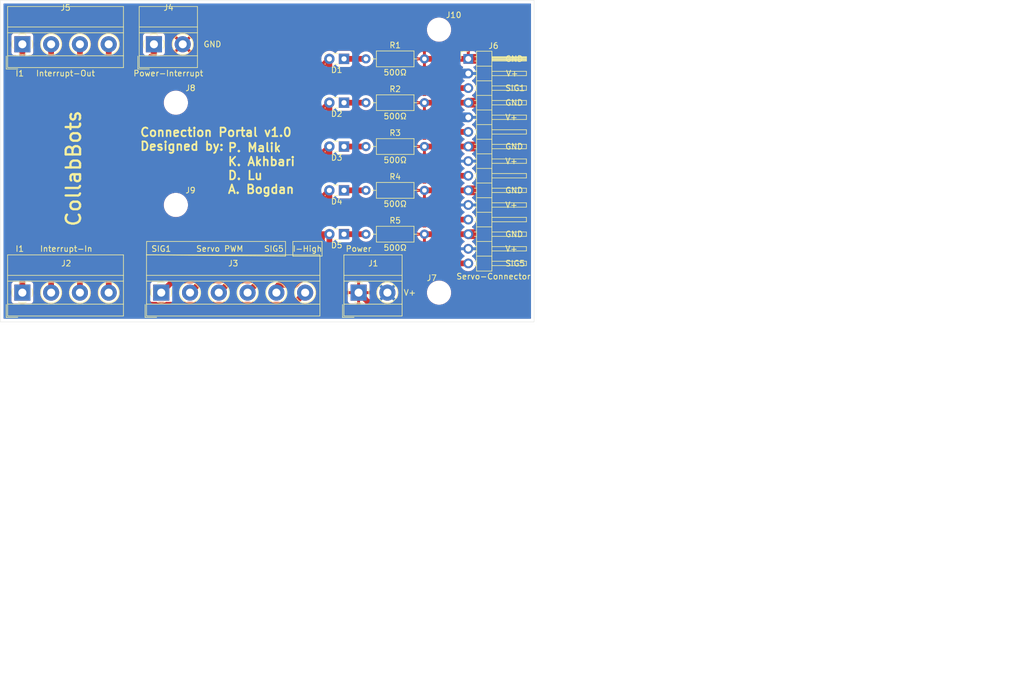
<source format=kicad_pcb>
(kicad_pcb (version 20171130) (host pcbnew "(5.1.2)-2")

  (general
    (thickness 1.6)
    (drawings 44)
    (tracks 93)
    (zones 0)
    (modules 20)
    (nets 18)
  )

  (page A4)
  (layers
    (0 F.Cu signal)
    (31 B.Cu signal)
    (32 B.Adhes user)
    (33 F.Adhes user)
    (34 B.Paste user)
    (35 F.Paste user)
    (36 B.SilkS user)
    (37 F.SilkS user)
    (38 B.Mask user)
    (39 F.Mask user)
    (40 Dwgs.User user)
    (41 Cmts.User user)
    (42 Eco1.User user)
    (43 Eco2.User user)
    (44 Edge.Cuts user)
    (45 Margin user)
    (46 B.CrtYd user)
    (47 F.CrtYd user)
    (48 B.Fab user)
    (49 F.Fab user)
  )

  (setup
    (last_trace_width 0.25)
    (user_trace_width 1)
    (user_trace_width 1.7)
    (user_trace_width 5)
    (trace_clearance 0.2)
    (zone_clearance 0.508)
    (zone_45_only no)
    (trace_min 0.2)
    (via_size 0.8)
    (via_drill 0.4)
    (via_min_size 0.4)
    (via_min_drill 0.3)
    (uvia_size 0.3)
    (uvia_drill 0.1)
    (uvias_allowed no)
    (uvia_min_size 0.2)
    (uvia_min_drill 0.1)
    (edge_width 0.05)
    (segment_width 0.2)
    (pcb_text_width 0.3)
    (pcb_text_size 1.5 1.5)
    (mod_edge_width 0.12)
    (mod_text_size 1 1)
    (mod_text_width 0.15)
    (pad_size 1.524 1.524)
    (pad_drill 0.762)
    (pad_to_mask_clearance 0.051)
    (solder_mask_min_width 0.25)
    (aux_axis_origin 0 0)
    (visible_elements 7FFFFFFF)
    (pcbplotparams
      (layerselection 0x010fc_ffffffff)
      (usegerberextensions true)
      (usegerberattributes false)
      (usegerberadvancedattributes false)
      (creategerberjobfile false)
      (excludeedgelayer true)
      (linewidth 0.100000)
      (plotframeref false)
      (viasonmask false)
      (mode 1)
      (useauxorigin false)
      (hpglpennumber 1)
      (hpglpenspeed 20)
      (hpglpendiameter 15.000000)
      (psnegative false)
      (psa4output false)
      (plotreference true)
      (plotvalue true)
      (plotinvisibletext false)
      (padsonsilk false)
      (subtractmaskfromsilk false)
      (outputformat 1)
      (mirror false)
      (drillshape 0)
      (scaleselection 1)
      (outputdirectory "gerbers/"))
  )

  (net 0 "")
  (net 1 /SIG1)
  (net 2 "Net-(D1-Pad1)")
  (net 3 /SIG2)
  (net 4 "Net-(D2-Pad1)")
  (net 5 /SIG3)
  (net 6 "Net-(D3-Pad1)")
  (net 7 /SIG4)
  (net 8 "Net-(D4-Pad1)")
  (net 9 /SIG5)
  (net 10 "Net-(D5-Pad1)")
  (net 11 GND)
  (net 12 Servo-High)
  (net 13 /I4)
  (net 14 /I3)
  (net 15 /I2)
  (net 16 /I1)
  (net 17 Interrupt-High)

  (net_class Default "This is the default net class."
    (clearance 0.2)
    (trace_width 0.25)
    (via_dia 0.8)
    (via_drill 0.4)
    (uvia_dia 0.3)
    (uvia_drill 0.1)
    (add_net /I1)
    (add_net /I2)
    (add_net /I3)
    (add_net /I4)
    (add_net /SIG1)
    (add_net /SIG2)
    (add_net /SIG3)
    (add_net /SIG4)
    (add_net /SIG5)
    (add_net GND)
    (add_net Interrupt-High)
    (add_net "Net-(D1-Pad1)")
    (add_net "Net-(D2-Pad1)")
    (add_net "Net-(D3-Pad1)")
    (add_net "Net-(D4-Pad1)")
    (add_net "Net-(D5-Pad1)")
    (add_net Servo-High)
  )

  (module MountingHole:MountingHole_3.2mm_M3 (layer F.Cu) (tedit 56D1B4CB) (tstamp 5D07290C)
    (at 170.18 77.47)
    (descr "Mounting Hole 3.2mm, no annular, M3")
    (tags "mounting hole 3.2mm no annular m3")
    (path /5D0969CB)
    (attr virtual)
    (fp_text reference J10 (at 2.54 -2.54) (layer F.SilkS)
      (effects (font (size 1 1) (thickness 0.15)))
    )
    (fp_text value "Mounting Pin" (at 0 2.54) (layer F.Fab)
      (effects (font (size 1 1) (thickness 0.15)))
    )
    (fp_circle (center 0 0) (end 3.45 0) (layer F.CrtYd) (width 0.05))
    (fp_circle (center 0 0) (end 3.2 0) (layer Cmts.User) (width 0.15))
    (fp_text user %R (at 0.3 0) (layer F.Fab)
      (effects (font (size 1 1) (thickness 0.15)))
    )
    (pad 1 np_thru_hole circle (at 0 0) (size 3.2 3.2) (drill 3.2) (layers *.Cu *.Mask))
  )

  (module MountingHole:MountingHole_3.2mm_M3 (layer F.Cu) (tedit 56D1B4CB) (tstamp 5D072904)
    (at 124.46 107.95)
    (descr "Mounting Hole 3.2mm, no annular, M3")
    (tags "mounting hole 3.2mm no annular m3")
    (path /5D097449)
    (attr virtual)
    (fp_text reference J9 (at 2.54 -2.54) (layer F.SilkS)
      (effects (font (size 1 1) (thickness 0.15)))
    )
    (fp_text value "Mounting Pin" (at 0 2.54) (layer F.Fab)
      (effects (font (size 1 1) (thickness 0.15)))
    )
    (fp_circle (center 0 0) (end 3.45 0) (layer F.CrtYd) (width 0.05))
    (fp_circle (center 0 0) (end 3.2 0) (layer Cmts.User) (width 0.15))
    (fp_text user %R (at 0.3 0) (layer F.Fab)
      (effects (font (size 1 1) (thickness 0.15)))
    )
    (pad 1 np_thru_hole circle (at 0 0) (size 3.2 3.2) (drill 3.2) (layers *.Cu *.Mask))
  )

  (module MountingHole:MountingHole_3.2mm_M3 (layer F.Cu) (tedit 56D1B4CB) (tstamp 5D0728FC)
    (at 124.46 90.17)
    (descr "Mounting Hole 3.2mm, no annular, M3")
    (tags "mounting hole 3.2mm no annular m3")
    (path /5D0960CE)
    (attr virtual)
    (fp_text reference J8 (at 2.54 -2.54) (layer F.SilkS)
      (effects (font (size 1 1) (thickness 0.15)))
    )
    (fp_text value "Mounting Pin" (at 0 2.54) (layer F.Fab)
      (effects (font (size 1 1) (thickness 0.15)))
    )
    (fp_text user %R (at 0.3 0) (layer F.Fab)
      (effects (font (size 1 1) (thickness 0.15)))
    )
    (fp_circle (center 0 0) (end 3.2 0) (layer Cmts.User) (width 0.15))
    (fp_circle (center 0 0) (end 3.45 0) (layer F.CrtYd) (width 0.05))
    (pad 1 np_thru_hole circle (at 0 0) (size 3.2 3.2) (drill 3.2) (layers *.Cu *.Mask))
  )

  (module MountingHole:MountingHole_3.2mm_M3 (layer F.Cu) (tedit 56D1B4CB) (tstamp 5D0728F4)
    (at 170.18 123.19)
    (descr "Mounting Hole 3.2mm, no annular, M3")
    (tags "mounting hole 3.2mm no annular m3")
    (path /5D093CBE)
    (attr virtual)
    (fp_text reference J7 (at -1.27 -2.54) (layer F.SilkS)
      (effects (font (size 1 1) (thickness 0.15)))
    )
    (fp_text value "Mounting Pin" (at 0 2.54) (layer F.Fab)
      (effects (font (size 1 1) (thickness 0.15)))
    )
    (fp_circle (center 0 0) (end 3.45 0) (layer F.CrtYd) (width 0.05))
    (fp_circle (center 0 0) (end 3.2 0) (layer Cmts.User) (width 0.15))
    (fp_text user %R (at 0.3 0) (layer F.Fab)
      (effects (font (size 1 1) (thickness 0.15)))
    )
    (pad 1 np_thru_hole circle (at 0 0) (size 3.2 3.2) (drill 3.2) (layers *.Cu *.Mask))
  )

  (module Resistor_THT:R_Axial_DIN0207_L6.3mm_D2.5mm_P10.16mm_Horizontal (layer F.Cu) (tedit 5AE5139B) (tstamp 5D05898E)
    (at 157.48 113.03)
    (descr "Resistor, Axial_DIN0207 series, Axial, Horizontal, pin pitch=10.16mm, 0.25W = 1/4W, length*diameter=6.3*2.5mm^2, http://cdn-reichelt.de/documents/datenblatt/B400/1_4W%23YAG.pdf")
    (tags "Resistor Axial_DIN0207 series Axial Horizontal pin pitch 10.16mm 0.25W = 1/4W length 6.3mm diameter 2.5mm")
    (path /5D05CDC8)
    (fp_text reference R5 (at 5.08 -2.37) (layer F.SilkS)
      (effects (font (size 1 1) (thickness 0.15)))
    )
    (fp_text value 500Ω (at 5.08 2.37) (layer F.SilkS)
      (effects (font (size 1 1) (thickness 0.15)))
    )
    (fp_text user %R (at 5.08 0) (layer F.Fab)
      (effects (font (size 1 1) (thickness 0.15)))
    )
    (fp_line (start 11.21 -1.5) (end -1.05 -1.5) (layer F.CrtYd) (width 0.05))
    (fp_line (start 11.21 1.5) (end 11.21 -1.5) (layer F.CrtYd) (width 0.05))
    (fp_line (start -1.05 1.5) (end 11.21 1.5) (layer F.CrtYd) (width 0.05))
    (fp_line (start -1.05 -1.5) (end -1.05 1.5) (layer F.CrtYd) (width 0.05))
    (fp_line (start 9.12 0) (end 8.35 0) (layer F.SilkS) (width 0.12))
    (fp_line (start 1.04 0) (end 1.81 0) (layer F.SilkS) (width 0.12))
    (fp_line (start 8.35 -1.37) (end 1.81 -1.37) (layer F.SilkS) (width 0.12))
    (fp_line (start 8.35 1.37) (end 8.35 -1.37) (layer F.SilkS) (width 0.12))
    (fp_line (start 1.81 1.37) (end 8.35 1.37) (layer F.SilkS) (width 0.12))
    (fp_line (start 1.81 -1.37) (end 1.81 1.37) (layer F.SilkS) (width 0.12))
    (fp_line (start 10.16 0) (end 8.23 0) (layer F.Fab) (width 0.1))
    (fp_line (start 0 0) (end 1.93 0) (layer F.Fab) (width 0.1))
    (fp_line (start 8.23 -1.25) (end 1.93 -1.25) (layer F.Fab) (width 0.1))
    (fp_line (start 8.23 1.25) (end 8.23 -1.25) (layer F.Fab) (width 0.1))
    (fp_line (start 1.93 1.25) (end 8.23 1.25) (layer F.Fab) (width 0.1))
    (fp_line (start 1.93 -1.25) (end 1.93 1.25) (layer F.Fab) (width 0.1))
    (pad 2 thru_hole oval (at 10.16 0) (size 1.6 1.6) (drill 0.8) (layers *.Cu *.Mask)
      (net 11 GND))
    (pad 1 thru_hole circle (at 0 0) (size 1.6 1.6) (drill 0.8) (layers *.Cu *.Mask)
      (net 10 "Net-(D5-Pad1)"))
    (model ${KISYS3DMOD}/Resistor_THT.3dshapes/R_Axial_DIN0207_L6.3mm_D2.5mm_P10.16mm_Horizontal.wrl
      (at (xyz 0 0 0))
      (scale (xyz 1 1 1))
      (rotate (xyz 0 0 0))
    )
  )

  (module Resistor_THT:R_Axial_DIN0207_L6.3mm_D2.5mm_P10.16mm_Horizontal (layer F.Cu) (tedit 5AE5139B) (tstamp 5D058977)
    (at 157.48 105.41)
    (descr "Resistor, Axial_DIN0207 series, Axial, Horizontal, pin pitch=10.16mm, 0.25W = 1/4W, length*diameter=6.3*2.5mm^2, http://cdn-reichelt.de/documents/datenblatt/B400/1_4W%23YAG.pdf")
    (tags "Resistor Axial_DIN0207 series Axial Horizontal pin pitch 10.16mm 0.25W = 1/4W length 6.3mm diameter 2.5mm")
    (path /5D05BA44)
    (fp_text reference R4 (at 5.08 -2.37) (layer F.SilkS)
      (effects (font (size 1 1) (thickness 0.15)))
    )
    (fp_text value 500Ω (at 5.08 2.37) (layer F.SilkS)
      (effects (font (size 1 1) (thickness 0.15)))
    )
    (fp_text user %R (at 5.08 0) (layer F.Fab)
      (effects (font (size 1 1) (thickness 0.15)))
    )
    (fp_line (start 11.21 -1.5) (end -1.05 -1.5) (layer F.CrtYd) (width 0.05))
    (fp_line (start 11.21 1.5) (end 11.21 -1.5) (layer F.CrtYd) (width 0.05))
    (fp_line (start -1.05 1.5) (end 11.21 1.5) (layer F.CrtYd) (width 0.05))
    (fp_line (start -1.05 -1.5) (end -1.05 1.5) (layer F.CrtYd) (width 0.05))
    (fp_line (start 9.12 0) (end 8.35 0) (layer F.SilkS) (width 0.12))
    (fp_line (start 1.04 0) (end 1.81 0) (layer F.SilkS) (width 0.12))
    (fp_line (start 8.35 -1.37) (end 1.81 -1.37) (layer F.SilkS) (width 0.12))
    (fp_line (start 8.35 1.37) (end 8.35 -1.37) (layer F.SilkS) (width 0.12))
    (fp_line (start 1.81 1.37) (end 8.35 1.37) (layer F.SilkS) (width 0.12))
    (fp_line (start 1.81 -1.37) (end 1.81 1.37) (layer F.SilkS) (width 0.12))
    (fp_line (start 10.16 0) (end 8.23 0) (layer F.Fab) (width 0.1))
    (fp_line (start 0 0) (end 1.93 0) (layer F.Fab) (width 0.1))
    (fp_line (start 8.23 -1.25) (end 1.93 -1.25) (layer F.Fab) (width 0.1))
    (fp_line (start 8.23 1.25) (end 8.23 -1.25) (layer F.Fab) (width 0.1))
    (fp_line (start 1.93 1.25) (end 8.23 1.25) (layer F.Fab) (width 0.1))
    (fp_line (start 1.93 -1.25) (end 1.93 1.25) (layer F.Fab) (width 0.1))
    (pad 2 thru_hole oval (at 10.16 0) (size 1.6 1.6) (drill 0.8) (layers *.Cu *.Mask)
      (net 11 GND))
    (pad 1 thru_hole circle (at 0 0) (size 1.6 1.6) (drill 0.8) (layers *.Cu *.Mask)
      (net 8 "Net-(D4-Pad1)"))
    (model ${KISYS3DMOD}/Resistor_THT.3dshapes/R_Axial_DIN0207_L6.3mm_D2.5mm_P10.16mm_Horizontal.wrl
      (at (xyz 0 0 0))
      (scale (xyz 1 1 1))
      (rotate (xyz 0 0 0))
    )
  )

  (module Resistor_THT:R_Axial_DIN0207_L6.3mm_D2.5mm_P10.16mm_Horizontal (layer F.Cu) (tedit 5AE5139B) (tstamp 5D058960)
    (at 157.48 97.79)
    (descr "Resistor, Axial_DIN0207 series, Axial, Horizontal, pin pitch=10.16mm, 0.25W = 1/4W, length*diameter=6.3*2.5mm^2, http://cdn-reichelt.de/documents/datenblatt/B400/1_4W%23YAG.pdf")
    (tags "Resistor Axial_DIN0207 series Axial Horizontal pin pitch 10.16mm 0.25W = 1/4W length 6.3mm diameter 2.5mm")
    (path /5D05C3A4)
    (fp_text reference R3 (at 5.08 -2.37) (layer F.SilkS)
      (effects (font (size 1 1) (thickness 0.15)))
    )
    (fp_text value 500Ω (at 5.08 2.37) (layer F.SilkS)
      (effects (font (size 1 1) (thickness 0.15)))
    )
    (fp_text user %R (at 5.08 0) (layer F.Fab)
      (effects (font (size 1 1) (thickness 0.15)))
    )
    (fp_line (start 11.21 -1.5) (end -1.05 -1.5) (layer F.CrtYd) (width 0.05))
    (fp_line (start 11.21 1.5) (end 11.21 -1.5) (layer F.CrtYd) (width 0.05))
    (fp_line (start -1.05 1.5) (end 11.21 1.5) (layer F.CrtYd) (width 0.05))
    (fp_line (start -1.05 -1.5) (end -1.05 1.5) (layer F.CrtYd) (width 0.05))
    (fp_line (start 9.12 0) (end 8.35 0) (layer F.SilkS) (width 0.12))
    (fp_line (start 1.04 0) (end 1.81 0) (layer F.SilkS) (width 0.12))
    (fp_line (start 8.35 -1.37) (end 1.81 -1.37) (layer F.SilkS) (width 0.12))
    (fp_line (start 8.35 1.37) (end 8.35 -1.37) (layer F.SilkS) (width 0.12))
    (fp_line (start 1.81 1.37) (end 8.35 1.37) (layer F.SilkS) (width 0.12))
    (fp_line (start 1.81 -1.37) (end 1.81 1.37) (layer F.SilkS) (width 0.12))
    (fp_line (start 10.16 0) (end 8.23 0) (layer F.Fab) (width 0.1))
    (fp_line (start 0 0) (end 1.93 0) (layer F.Fab) (width 0.1))
    (fp_line (start 8.23 -1.25) (end 1.93 -1.25) (layer F.Fab) (width 0.1))
    (fp_line (start 8.23 1.25) (end 8.23 -1.25) (layer F.Fab) (width 0.1))
    (fp_line (start 1.93 1.25) (end 8.23 1.25) (layer F.Fab) (width 0.1))
    (fp_line (start 1.93 -1.25) (end 1.93 1.25) (layer F.Fab) (width 0.1))
    (pad 2 thru_hole oval (at 10.16 0) (size 1.6 1.6) (drill 0.8) (layers *.Cu *.Mask)
      (net 11 GND))
    (pad 1 thru_hole circle (at 0 0) (size 1.6 1.6) (drill 0.8) (layers *.Cu *.Mask)
      (net 6 "Net-(D3-Pad1)"))
    (model ${KISYS3DMOD}/Resistor_THT.3dshapes/R_Axial_DIN0207_L6.3mm_D2.5mm_P10.16mm_Horizontal.wrl
      (at (xyz 0 0 0))
      (scale (xyz 1 1 1))
      (rotate (xyz 0 0 0))
    )
  )

  (module Resistor_THT:R_Axial_DIN0207_L6.3mm_D2.5mm_P10.16mm_Horizontal (layer F.Cu) (tedit 5AE5139B) (tstamp 5D058949)
    (at 157.48 90.17)
    (descr "Resistor, Axial_DIN0207 series, Axial, Horizontal, pin pitch=10.16mm, 0.25W = 1/4W, length*diameter=6.3*2.5mm^2, http://cdn-reichelt.de/documents/datenblatt/B400/1_4W%23YAG.pdf")
    (tags "Resistor Axial_DIN0207 series Axial Horizontal pin pitch 10.16mm 0.25W = 1/4W length 6.3mm diameter 2.5mm")
    (path /5D05C6D2)
    (fp_text reference R2 (at 5.08 -2.37) (layer F.SilkS)
      (effects (font (size 1 1) (thickness 0.15)))
    )
    (fp_text value 500Ω (at 5.08 2.37) (layer F.SilkS)
      (effects (font (size 1 1) (thickness 0.15)))
    )
    (fp_text user %R (at 5.08 0) (layer F.Fab)
      (effects (font (size 1 1) (thickness 0.15)))
    )
    (fp_line (start 11.21 -1.5) (end -1.05 -1.5) (layer F.CrtYd) (width 0.05))
    (fp_line (start 11.21 1.5) (end 11.21 -1.5) (layer F.CrtYd) (width 0.05))
    (fp_line (start -1.05 1.5) (end 11.21 1.5) (layer F.CrtYd) (width 0.05))
    (fp_line (start -1.05 -1.5) (end -1.05 1.5) (layer F.CrtYd) (width 0.05))
    (fp_line (start 9.12 0) (end 8.35 0) (layer F.SilkS) (width 0.12))
    (fp_line (start 1.04 0) (end 1.81 0) (layer F.SilkS) (width 0.12))
    (fp_line (start 8.35 -1.37) (end 1.81 -1.37) (layer F.SilkS) (width 0.12))
    (fp_line (start 8.35 1.37) (end 8.35 -1.37) (layer F.SilkS) (width 0.12))
    (fp_line (start 1.81 1.37) (end 8.35 1.37) (layer F.SilkS) (width 0.12))
    (fp_line (start 1.81 -1.37) (end 1.81 1.37) (layer F.SilkS) (width 0.12))
    (fp_line (start 10.16 0) (end 8.23 0) (layer F.Fab) (width 0.1))
    (fp_line (start 0 0) (end 1.93 0) (layer F.Fab) (width 0.1))
    (fp_line (start 8.23 -1.25) (end 1.93 -1.25) (layer F.Fab) (width 0.1))
    (fp_line (start 8.23 1.25) (end 8.23 -1.25) (layer F.Fab) (width 0.1))
    (fp_line (start 1.93 1.25) (end 8.23 1.25) (layer F.Fab) (width 0.1))
    (fp_line (start 1.93 -1.25) (end 1.93 1.25) (layer F.Fab) (width 0.1))
    (pad 2 thru_hole oval (at 10.16 0) (size 1.6 1.6) (drill 0.8) (layers *.Cu *.Mask)
      (net 11 GND))
    (pad 1 thru_hole circle (at 0 0) (size 1.6 1.6) (drill 0.8) (layers *.Cu *.Mask)
      (net 4 "Net-(D2-Pad1)"))
    (model ${KISYS3DMOD}/Resistor_THT.3dshapes/R_Axial_DIN0207_L6.3mm_D2.5mm_P10.16mm_Horizontal.wrl
      (at (xyz 0 0 0))
      (scale (xyz 1 1 1))
      (rotate (xyz 0 0 0))
    )
  )

  (module Resistor_THT:R_Axial_DIN0207_L6.3mm_D2.5mm_P10.16mm_Horizontal (layer F.Cu) (tedit 5AE5139B) (tstamp 5D058932)
    (at 157.48 82.55)
    (descr "Resistor, Axial_DIN0207 series, Axial, Horizontal, pin pitch=10.16mm, 0.25W = 1/4W, length*diameter=6.3*2.5mm^2, http://cdn-reichelt.de/documents/datenblatt/B400/1_4W%23YAG.pdf")
    (tags "Resistor Axial_DIN0207 series Axial Horizontal pin pitch 10.16mm 0.25W = 1/4W length 6.3mm diameter 2.5mm")
    (path /5D05CB50)
    (fp_text reference R1 (at 5.08 -2.37) (layer F.SilkS)
      (effects (font (size 1 1) (thickness 0.15)))
    )
    (fp_text value 500Ω (at 5.08 2.37) (layer F.SilkS)
      (effects (font (size 1 1) (thickness 0.15)))
    )
    (fp_text user %R (at 5.08 0) (layer F.Fab)
      (effects (font (size 1 1) (thickness 0.15)))
    )
    (fp_line (start 11.21 -1.5) (end -1.05 -1.5) (layer F.CrtYd) (width 0.05))
    (fp_line (start 11.21 1.5) (end 11.21 -1.5) (layer F.CrtYd) (width 0.05))
    (fp_line (start -1.05 1.5) (end 11.21 1.5) (layer F.CrtYd) (width 0.05))
    (fp_line (start -1.05 -1.5) (end -1.05 1.5) (layer F.CrtYd) (width 0.05))
    (fp_line (start 9.12 0) (end 8.35 0) (layer F.SilkS) (width 0.12))
    (fp_line (start 1.04 0) (end 1.81 0) (layer F.SilkS) (width 0.12))
    (fp_line (start 8.35 -1.37) (end 1.81 -1.37) (layer F.SilkS) (width 0.12))
    (fp_line (start 8.35 1.37) (end 8.35 -1.37) (layer F.SilkS) (width 0.12))
    (fp_line (start 1.81 1.37) (end 8.35 1.37) (layer F.SilkS) (width 0.12))
    (fp_line (start 1.81 -1.37) (end 1.81 1.37) (layer F.SilkS) (width 0.12))
    (fp_line (start 10.16 0) (end 8.23 0) (layer F.Fab) (width 0.1))
    (fp_line (start 0 0) (end 1.93 0) (layer F.Fab) (width 0.1))
    (fp_line (start 8.23 -1.25) (end 1.93 -1.25) (layer F.Fab) (width 0.1))
    (fp_line (start 8.23 1.25) (end 8.23 -1.25) (layer F.Fab) (width 0.1))
    (fp_line (start 1.93 1.25) (end 8.23 1.25) (layer F.Fab) (width 0.1))
    (fp_line (start 1.93 -1.25) (end 1.93 1.25) (layer F.Fab) (width 0.1))
    (pad 2 thru_hole oval (at 10.16 0) (size 1.6 1.6) (drill 0.8) (layers *.Cu *.Mask)
      (net 11 GND))
    (pad 1 thru_hole circle (at 0 0) (size 1.6 1.6) (drill 0.8) (layers *.Cu *.Mask)
      (net 2 "Net-(D1-Pad1)"))
    (model ${KISYS3DMOD}/Resistor_THT.3dshapes/R_Axial_DIN0207_L6.3mm_D2.5mm_P10.16mm_Horizontal.wrl
      (at (xyz 0 0 0))
      (scale (xyz 1 1 1))
      (rotate (xyz 0 0 0))
    )
  )

  (module Connector_PinHeader_2.54mm:PinHeader_1x15_P2.54mm_Horizontal (layer F.Cu) (tedit 59FED5CB) (tstamp 5D05891B)
    (at 175.26 82.55)
    (descr "Through hole angled pin header, 1x15, 2.54mm pitch, 6mm pin length, single row")
    (tags "Through hole angled pin header THT 1x15 2.54mm single row")
    (path /5D032CDB)
    (fp_text reference J6 (at 4.385 -2.27) (layer F.SilkS)
      (effects (font (size 1 1) (thickness 0.15)))
    )
    (fp_text value Servo-Connector (at 4.385 37.83) (layer F.SilkS)
      (effects (font (size 1 1) (thickness 0.15)))
    )
    (fp_text user %R (at 2.77 17.78 90) (layer F.Fab)
      (effects (font (size 1 1) (thickness 0.15)))
    )
    (fp_line (start 10.55 -1.8) (end -1.8 -1.8) (layer F.CrtYd) (width 0.05))
    (fp_line (start 10.55 37.35) (end 10.55 -1.8) (layer F.CrtYd) (width 0.05))
    (fp_line (start -1.8 37.35) (end 10.55 37.35) (layer F.CrtYd) (width 0.05))
    (fp_line (start -1.8 -1.8) (end -1.8 37.35) (layer F.CrtYd) (width 0.05))
    (fp_line (start -1.27 -1.27) (end 0 -1.27) (layer F.SilkS) (width 0.12))
    (fp_line (start -1.27 0) (end -1.27 -1.27) (layer F.SilkS) (width 0.12))
    (fp_line (start 1.042929 35.94) (end 1.44 35.94) (layer F.SilkS) (width 0.12))
    (fp_line (start 1.042929 35.18) (end 1.44 35.18) (layer F.SilkS) (width 0.12))
    (fp_line (start 10.1 35.94) (end 4.1 35.94) (layer F.SilkS) (width 0.12))
    (fp_line (start 10.1 35.18) (end 10.1 35.94) (layer F.SilkS) (width 0.12))
    (fp_line (start 4.1 35.18) (end 10.1 35.18) (layer F.SilkS) (width 0.12))
    (fp_line (start 1.44 34.29) (end 4.1 34.29) (layer F.SilkS) (width 0.12))
    (fp_line (start 1.042929 33.4) (end 1.44 33.4) (layer F.SilkS) (width 0.12))
    (fp_line (start 1.042929 32.64) (end 1.44 32.64) (layer F.SilkS) (width 0.12))
    (fp_line (start 10.1 33.4) (end 4.1 33.4) (layer F.SilkS) (width 0.12))
    (fp_line (start 10.1 32.64) (end 10.1 33.4) (layer F.SilkS) (width 0.12))
    (fp_line (start 4.1 32.64) (end 10.1 32.64) (layer F.SilkS) (width 0.12))
    (fp_line (start 1.44 31.75) (end 4.1 31.75) (layer F.SilkS) (width 0.12))
    (fp_line (start 1.042929 30.86) (end 1.44 30.86) (layer F.SilkS) (width 0.12))
    (fp_line (start 1.042929 30.1) (end 1.44 30.1) (layer F.SilkS) (width 0.12))
    (fp_line (start 10.1 30.86) (end 4.1 30.86) (layer F.SilkS) (width 0.12))
    (fp_line (start 10.1 30.1) (end 10.1 30.86) (layer F.SilkS) (width 0.12))
    (fp_line (start 4.1 30.1) (end 10.1 30.1) (layer F.SilkS) (width 0.12))
    (fp_line (start 1.44 29.21) (end 4.1 29.21) (layer F.SilkS) (width 0.12))
    (fp_line (start 1.042929 28.32) (end 1.44 28.32) (layer F.SilkS) (width 0.12))
    (fp_line (start 1.042929 27.56) (end 1.44 27.56) (layer F.SilkS) (width 0.12))
    (fp_line (start 10.1 28.32) (end 4.1 28.32) (layer F.SilkS) (width 0.12))
    (fp_line (start 10.1 27.56) (end 10.1 28.32) (layer F.SilkS) (width 0.12))
    (fp_line (start 4.1 27.56) (end 10.1 27.56) (layer F.SilkS) (width 0.12))
    (fp_line (start 1.44 26.67) (end 4.1 26.67) (layer F.SilkS) (width 0.12))
    (fp_line (start 1.042929 25.78) (end 1.44 25.78) (layer F.SilkS) (width 0.12))
    (fp_line (start 1.042929 25.02) (end 1.44 25.02) (layer F.SilkS) (width 0.12))
    (fp_line (start 10.1 25.78) (end 4.1 25.78) (layer F.SilkS) (width 0.12))
    (fp_line (start 10.1 25.02) (end 10.1 25.78) (layer F.SilkS) (width 0.12))
    (fp_line (start 4.1 25.02) (end 10.1 25.02) (layer F.SilkS) (width 0.12))
    (fp_line (start 1.44 24.13) (end 4.1 24.13) (layer F.SilkS) (width 0.12))
    (fp_line (start 1.042929 23.24) (end 1.44 23.24) (layer F.SilkS) (width 0.12))
    (fp_line (start 1.042929 22.48) (end 1.44 22.48) (layer F.SilkS) (width 0.12))
    (fp_line (start 10.1 23.24) (end 4.1 23.24) (layer F.SilkS) (width 0.12))
    (fp_line (start 10.1 22.48) (end 10.1 23.24) (layer F.SilkS) (width 0.12))
    (fp_line (start 4.1 22.48) (end 10.1 22.48) (layer F.SilkS) (width 0.12))
    (fp_line (start 1.44 21.59) (end 4.1 21.59) (layer F.SilkS) (width 0.12))
    (fp_line (start 1.042929 20.7) (end 1.44 20.7) (layer F.SilkS) (width 0.12))
    (fp_line (start 1.042929 19.94) (end 1.44 19.94) (layer F.SilkS) (width 0.12))
    (fp_line (start 10.1 20.7) (end 4.1 20.7) (layer F.SilkS) (width 0.12))
    (fp_line (start 10.1 19.94) (end 10.1 20.7) (layer F.SilkS) (width 0.12))
    (fp_line (start 4.1 19.94) (end 10.1 19.94) (layer F.SilkS) (width 0.12))
    (fp_line (start 1.44 19.05) (end 4.1 19.05) (layer F.SilkS) (width 0.12))
    (fp_line (start 1.042929 18.16) (end 1.44 18.16) (layer F.SilkS) (width 0.12))
    (fp_line (start 1.042929 17.4) (end 1.44 17.4) (layer F.SilkS) (width 0.12))
    (fp_line (start 10.1 18.16) (end 4.1 18.16) (layer F.SilkS) (width 0.12))
    (fp_line (start 10.1 17.4) (end 10.1 18.16) (layer F.SilkS) (width 0.12))
    (fp_line (start 4.1 17.4) (end 10.1 17.4) (layer F.SilkS) (width 0.12))
    (fp_line (start 1.44 16.51) (end 4.1 16.51) (layer F.SilkS) (width 0.12))
    (fp_line (start 1.042929 15.62) (end 1.44 15.62) (layer F.SilkS) (width 0.12))
    (fp_line (start 1.042929 14.86) (end 1.44 14.86) (layer F.SilkS) (width 0.12))
    (fp_line (start 10.1 15.62) (end 4.1 15.62) (layer F.SilkS) (width 0.12))
    (fp_line (start 10.1 14.86) (end 10.1 15.62) (layer F.SilkS) (width 0.12))
    (fp_line (start 4.1 14.86) (end 10.1 14.86) (layer F.SilkS) (width 0.12))
    (fp_line (start 1.44 13.97) (end 4.1 13.97) (layer F.SilkS) (width 0.12))
    (fp_line (start 1.042929 13.08) (end 1.44 13.08) (layer F.SilkS) (width 0.12))
    (fp_line (start 1.042929 12.32) (end 1.44 12.32) (layer F.SilkS) (width 0.12))
    (fp_line (start 10.1 13.08) (end 4.1 13.08) (layer F.SilkS) (width 0.12))
    (fp_line (start 10.1 12.32) (end 10.1 13.08) (layer F.SilkS) (width 0.12))
    (fp_line (start 4.1 12.32) (end 10.1 12.32) (layer F.SilkS) (width 0.12))
    (fp_line (start 1.44 11.43) (end 4.1 11.43) (layer F.SilkS) (width 0.12))
    (fp_line (start 1.042929 10.54) (end 1.44 10.54) (layer F.SilkS) (width 0.12))
    (fp_line (start 1.042929 9.78) (end 1.44 9.78) (layer F.SilkS) (width 0.12))
    (fp_line (start 10.1 10.54) (end 4.1 10.54) (layer F.SilkS) (width 0.12))
    (fp_line (start 10.1 9.78) (end 10.1 10.54) (layer F.SilkS) (width 0.12))
    (fp_line (start 4.1 9.78) (end 10.1 9.78) (layer F.SilkS) (width 0.12))
    (fp_line (start 1.44 8.89) (end 4.1 8.89) (layer F.SilkS) (width 0.12))
    (fp_line (start 1.042929 8) (end 1.44 8) (layer F.SilkS) (width 0.12))
    (fp_line (start 1.042929 7.24) (end 1.44 7.24) (layer F.SilkS) (width 0.12))
    (fp_line (start 10.1 8) (end 4.1 8) (layer F.SilkS) (width 0.12))
    (fp_line (start 10.1 7.24) (end 10.1 8) (layer F.SilkS) (width 0.12))
    (fp_line (start 4.1 7.24) (end 10.1 7.24) (layer F.SilkS) (width 0.12))
    (fp_line (start 1.44 6.35) (end 4.1 6.35) (layer F.SilkS) (width 0.12))
    (fp_line (start 1.042929 5.46) (end 1.44 5.46) (layer F.SilkS) (width 0.12))
    (fp_line (start 1.042929 4.7) (end 1.44 4.7) (layer F.SilkS) (width 0.12))
    (fp_line (start 10.1 5.46) (end 4.1 5.46) (layer F.SilkS) (width 0.12))
    (fp_line (start 10.1 4.7) (end 10.1 5.46) (layer F.SilkS) (width 0.12))
    (fp_line (start 4.1 4.7) (end 10.1 4.7) (layer F.SilkS) (width 0.12))
    (fp_line (start 1.44 3.81) (end 4.1 3.81) (layer F.SilkS) (width 0.12))
    (fp_line (start 1.042929 2.92) (end 1.44 2.92) (layer F.SilkS) (width 0.12))
    (fp_line (start 1.042929 2.16) (end 1.44 2.16) (layer F.SilkS) (width 0.12))
    (fp_line (start 10.1 2.92) (end 4.1 2.92) (layer F.SilkS) (width 0.12))
    (fp_line (start 10.1 2.16) (end 10.1 2.92) (layer F.SilkS) (width 0.12))
    (fp_line (start 4.1 2.16) (end 10.1 2.16) (layer F.SilkS) (width 0.12))
    (fp_line (start 1.44 1.27) (end 4.1 1.27) (layer F.SilkS) (width 0.12))
    (fp_line (start 1.11 0.38) (end 1.44 0.38) (layer F.SilkS) (width 0.12))
    (fp_line (start 1.11 -0.38) (end 1.44 -0.38) (layer F.SilkS) (width 0.12))
    (fp_line (start 4.1 0.28) (end 10.1 0.28) (layer F.SilkS) (width 0.12))
    (fp_line (start 4.1 0.16) (end 10.1 0.16) (layer F.SilkS) (width 0.12))
    (fp_line (start 4.1 0.04) (end 10.1 0.04) (layer F.SilkS) (width 0.12))
    (fp_line (start 4.1 -0.08) (end 10.1 -0.08) (layer F.SilkS) (width 0.12))
    (fp_line (start 4.1 -0.2) (end 10.1 -0.2) (layer F.SilkS) (width 0.12))
    (fp_line (start 4.1 -0.32) (end 10.1 -0.32) (layer F.SilkS) (width 0.12))
    (fp_line (start 10.1 0.38) (end 4.1 0.38) (layer F.SilkS) (width 0.12))
    (fp_line (start 10.1 -0.38) (end 10.1 0.38) (layer F.SilkS) (width 0.12))
    (fp_line (start 4.1 -0.38) (end 10.1 -0.38) (layer F.SilkS) (width 0.12))
    (fp_line (start 4.1 -1.33) (end 1.44 -1.33) (layer F.SilkS) (width 0.12))
    (fp_line (start 4.1 36.89) (end 4.1 -1.33) (layer F.SilkS) (width 0.12))
    (fp_line (start 1.44 36.89) (end 4.1 36.89) (layer F.SilkS) (width 0.12))
    (fp_line (start 1.44 -1.33) (end 1.44 36.89) (layer F.SilkS) (width 0.12))
    (fp_line (start 4.04 35.88) (end 10.04 35.88) (layer F.Fab) (width 0.1))
    (fp_line (start 10.04 35.24) (end 10.04 35.88) (layer F.Fab) (width 0.1))
    (fp_line (start 4.04 35.24) (end 10.04 35.24) (layer F.Fab) (width 0.1))
    (fp_line (start -0.32 35.88) (end 1.5 35.88) (layer F.Fab) (width 0.1))
    (fp_line (start -0.32 35.24) (end -0.32 35.88) (layer F.Fab) (width 0.1))
    (fp_line (start -0.32 35.24) (end 1.5 35.24) (layer F.Fab) (width 0.1))
    (fp_line (start 4.04 33.34) (end 10.04 33.34) (layer F.Fab) (width 0.1))
    (fp_line (start 10.04 32.7) (end 10.04 33.34) (layer F.Fab) (width 0.1))
    (fp_line (start 4.04 32.7) (end 10.04 32.7) (layer F.Fab) (width 0.1))
    (fp_line (start -0.32 33.34) (end 1.5 33.34) (layer F.Fab) (width 0.1))
    (fp_line (start -0.32 32.7) (end -0.32 33.34) (layer F.Fab) (width 0.1))
    (fp_line (start -0.32 32.7) (end 1.5 32.7) (layer F.Fab) (width 0.1))
    (fp_line (start 4.04 30.8) (end 10.04 30.8) (layer F.Fab) (width 0.1))
    (fp_line (start 10.04 30.16) (end 10.04 30.8) (layer F.Fab) (width 0.1))
    (fp_line (start 4.04 30.16) (end 10.04 30.16) (layer F.Fab) (width 0.1))
    (fp_line (start -0.32 30.8) (end 1.5 30.8) (layer F.Fab) (width 0.1))
    (fp_line (start -0.32 30.16) (end -0.32 30.8) (layer F.Fab) (width 0.1))
    (fp_line (start -0.32 30.16) (end 1.5 30.16) (layer F.Fab) (width 0.1))
    (fp_line (start 4.04 28.26) (end 10.04 28.26) (layer F.Fab) (width 0.1))
    (fp_line (start 10.04 27.62) (end 10.04 28.26) (layer F.Fab) (width 0.1))
    (fp_line (start 4.04 27.62) (end 10.04 27.62) (layer F.Fab) (width 0.1))
    (fp_line (start -0.32 28.26) (end 1.5 28.26) (layer F.Fab) (width 0.1))
    (fp_line (start -0.32 27.62) (end -0.32 28.26) (layer F.Fab) (width 0.1))
    (fp_line (start -0.32 27.62) (end 1.5 27.62) (layer F.Fab) (width 0.1))
    (fp_line (start 4.04 25.72) (end 10.04 25.72) (layer F.Fab) (width 0.1))
    (fp_line (start 10.04 25.08) (end 10.04 25.72) (layer F.Fab) (width 0.1))
    (fp_line (start 4.04 25.08) (end 10.04 25.08) (layer F.Fab) (width 0.1))
    (fp_line (start -0.32 25.72) (end 1.5 25.72) (layer F.Fab) (width 0.1))
    (fp_line (start -0.32 25.08) (end -0.32 25.72) (layer F.Fab) (width 0.1))
    (fp_line (start -0.32 25.08) (end 1.5 25.08) (layer F.Fab) (width 0.1))
    (fp_line (start 4.04 23.18) (end 10.04 23.18) (layer F.Fab) (width 0.1))
    (fp_line (start 10.04 22.54) (end 10.04 23.18) (layer F.Fab) (width 0.1))
    (fp_line (start 4.04 22.54) (end 10.04 22.54) (layer F.Fab) (width 0.1))
    (fp_line (start -0.32 23.18) (end 1.5 23.18) (layer F.Fab) (width 0.1))
    (fp_line (start -0.32 22.54) (end -0.32 23.18) (layer F.Fab) (width 0.1))
    (fp_line (start -0.32 22.54) (end 1.5 22.54) (layer F.Fab) (width 0.1))
    (fp_line (start 4.04 20.64) (end 10.04 20.64) (layer F.Fab) (width 0.1))
    (fp_line (start 10.04 20) (end 10.04 20.64) (layer F.Fab) (width 0.1))
    (fp_line (start 4.04 20) (end 10.04 20) (layer F.Fab) (width 0.1))
    (fp_line (start -0.32 20.64) (end 1.5 20.64) (layer F.Fab) (width 0.1))
    (fp_line (start -0.32 20) (end -0.32 20.64) (layer F.Fab) (width 0.1))
    (fp_line (start -0.32 20) (end 1.5 20) (layer F.Fab) (width 0.1))
    (fp_line (start 4.04 18.1) (end 10.04 18.1) (layer F.Fab) (width 0.1))
    (fp_line (start 10.04 17.46) (end 10.04 18.1) (layer F.Fab) (width 0.1))
    (fp_line (start 4.04 17.46) (end 10.04 17.46) (layer F.Fab) (width 0.1))
    (fp_line (start -0.32 18.1) (end 1.5 18.1) (layer F.Fab) (width 0.1))
    (fp_line (start -0.32 17.46) (end -0.32 18.1) (layer F.Fab) (width 0.1))
    (fp_line (start -0.32 17.46) (end 1.5 17.46) (layer F.Fab) (width 0.1))
    (fp_line (start 4.04 15.56) (end 10.04 15.56) (layer F.Fab) (width 0.1))
    (fp_line (start 10.04 14.92) (end 10.04 15.56) (layer F.Fab) (width 0.1))
    (fp_line (start 4.04 14.92) (end 10.04 14.92) (layer F.Fab) (width 0.1))
    (fp_line (start -0.32 15.56) (end 1.5 15.56) (layer F.Fab) (width 0.1))
    (fp_line (start -0.32 14.92) (end -0.32 15.56) (layer F.Fab) (width 0.1))
    (fp_line (start -0.32 14.92) (end 1.5 14.92) (layer F.Fab) (width 0.1))
    (fp_line (start 4.04 13.02) (end 10.04 13.02) (layer F.Fab) (width 0.1))
    (fp_line (start 10.04 12.38) (end 10.04 13.02) (layer F.Fab) (width 0.1))
    (fp_line (start 4.04 12.38) (end 10.04 12.38) (layer F.Fab) (width 0.1))
    (fp_line (start -0.32 13.02) (end 1.5 13.02) (layer F.Fab) (width 0.1))
    (fp_line (start -0.32 12.38) (end -0.32 13.02) (layer F.Fab) (width 0.1))
    (fp_line (start -0.32 12.38) (end 1.5 12.38) (layer F.Fab) (width 0.1))
    (fp_line (start 4.04 10.48) (end 10.04 10.48) (layer F.Fab) (width 0.1))
    (fp_line (start 10.04 9.84) (end 10.04 10.48) (layer F.Fab) (width 0.1))
    (fp_line (start 4.04 9.84) (end 10.04 9.84) (layer F.Fab) (width 0.1))
    (fp_line (start -0.32 10.48) (end 1.5 10.48) (layer F.Fab) (width 0.1))
    (fp_line (start -0.32 9.84) (end -0.32 10.48) (layer F.Fab) (width 0.1))
    (fp_line (start -0.32 9.84) (end 1.5 9.84) (layer F.Fab) (width 0.1))
    (fp_line (start 4.04 7.94) (end 10.04 7.94) (layer F.Fab) (width 0.1))
    (fp_line (start 10.04 7.3) (end 10.04 7.94) (layer F.Fab) (width 0.1))
    (fp_line (start 4.04 7.3) (end 10.04 7.3) (layer F.Fab) (width 0.1))
    (fp_line (start -0.32 7.94) (end 1.5 7.94) (layer F.Fab) (width 0.1))
    (fp_line (start -0.32 7.3) (end -0.32 7.94) (layer F.Fab) (width 0.1))
    (fp_line (start -0.32 7.3) (end 1.5 7.3) (layer F.Fab) (width 0.1))
    (fp_line (start 4.04 5.4) (end 10.04 5.4) (layer F.Fab) (width 0.1))
    (fp_line (start 10.04 4.76) (end 10.04 5.4) (layer F.Fab) (width 0.1))
    (fp_line (start 4.04 4.76) (end 10.04 4.76) (layer F.Fab) (width 0.1))
    (fp_line (start -0.32 5.4) (end 1.5 5.4) (layer F.Fab) (width 0.1))
    (fp_line (start -0.32 4.76) (end -0.32 5.4) (layer F.Fab) (width 0.1))
    (fp_line (start -0.32 4.76) (end 1.5 4.76) (layer F.Fab) (width 0.1))
    (fp_line (start 4.04 2.86) (end 10.04 2.86) (layer F.Fab) (width 0.1))
    (fp_line (start 10.04 2.22) (end 10.04 2.86) (layer F.Fab) (width 0.1))
    (fp_line (start 4.04 2.22) (end 10.04 2.22) (layer F.Fab) (width 0.1))
    (fp_line (start -0.32 2.86) (end 1.5 2.86) (layer F.Fab) (width 0.1))
    (fp_line (start -0.32 2.22) (end -0.32 2.86) (layer F.Fab) (width 0.1))
    (fp_line (start -0.32 2.22) (end 1.5 2.22) (layer F.Fab) (width 0.1))
    (fp_line (start 4.04 0.32) (end 10.04 0.32) (layer F.Fab) (width 0.1))
    (fp_line (start 10.04 -0.32) (end 10.04 0.32) (layer F.Fab) (width 0.1))
    (fp_line (start 4.04 -0.32) (end 10.04 -0.32) (layer F.Fab) (width 0.1))
    (fp_line (start -0.32 0.32) (end 1.5 0.32) (layer F.Fab) (width 0.1))
    (fp_line (start -0.32 -0.32) (end -0.32 0.32) (layer F.Fab) (width 0.1))
    (fp_line (start -0.32 -0.32) (end 1.5 -0.32) (layer F.Fab) (width 0.1))
    (fp_line (start 1.5 -0.635) (end 2.135 -1.27) (layer F.Fab) (width 0.1))
    (fp_line (start 1.5 36.83) (end 1.5 -0.635) (layer F.Fab) (width 0.1))
    (fp_line (start 4.04 36.83) (end 1.5 36.83) (layer F.Fab) (width 0.1))
    (fp_line (start 4.04 -1.27) (end 4.04 36.83) (layer F.Fab) (width 0.1))
    (fp_line (start 2.135 -1.27) (end 4.04 -1.27) (layer F.Fab) (width 0.1))
    (pad 15 thru_hole oval (at 0 35.56) (size 1.7 1.7) (drill 1) (layers *.Cu *.Mask)
      (net 9 /SIG5))
    (pad 14 thru_hole oval (at 0 33.02) (size 1.7 1.7) (drill 1) (layers *.Cu *.Mask)
      (net 12 Servo-High))
    (pad 13 thru_hole oval (at 0 30.48) (size 1.7 1.7) (drill 1) (layers *.Cu *.Mask)
      (net 11 GND))
    (pad 12 thru_hole oval (at 0 27.94) (size 1.7 1.7) (drill 1) (layers *.Cu *.Mask)
      (net 7 /SIG4))
    (pad 11 thru_hole oval (at 0 25.4) (size 1.7 1.7) (drill 1) (layers *.Cu *.Mask)
      (net 12 Servo-High))
    (pad 10 thru_hole oval (at 0 22.86) (size 1.7 1.7) (drill 1) (layers *.Cu *.Mask)
      (net 11 GND))
    (pad 9 thru_hole oval (at 0 20.32) (size 1.7 1.7) (drill 1) (layers *.Cu *.Mask)
      (net 5 /SIG3))
    (pad 8 thru_hole oval (at 0 17.78) (size 1.7 1.7) (drill 1) (layers *.Cu *.Mask)
      (net 12 Servo-High))
    (pad 7 thru_hole oval (at 0 15.24) (size 1.7 1.7) (drill 1) (layers *.Cu *.Mask)
      (net 11 GND))
    (pad 6 thru_hole oval (at 0 12.7) (size 1.7 1.7) (drill 1) (layers *.Cu *.Mask)
      (net 3 /SIG2))
    (pad 5 thru_hole oval (at 0 10.16) (size 1.7 1.7) (drill 1) (layers *.Cu *.Mask)
      (net 12 Servo-High))
    (pad 4 thru_hole oval (at 0 7.62) (size 1.7 1.7) (drill 1) (layers *.Cu *.Mask)
      (net 11 GND))
    (pad 3 thru_hole oval (at 0 5.08) (size 1.7 1.7) (drill 1) (layers *.Cu *.Mask)
      (net 1 /SIG1))
    (pad 2 thru_hole oval (at 0 2.54) (size 1.7 1.7) (drill 1) (layers *.Cu *.Mask)
      (net 12 Servo-High))
    (pad 1 thru_hole rect (at 0 0) (size 1.7 1.7) (drill 1) (layers *.Cu *.Mask)
      (net 11 GND))
    (model ${KISYS3DMOD}/Connector_PinHeader_2.54mm.3dshapes/PinHeader_1x15_P2.54mm_Horizontal.wrl
      (at (xyz 0 0 0))
      (scale (xyz 1 1 1))
      (rotate (xyz 0 0 0))
    )
  )

  (module TerminalBlock_MetzConnect:TerminalBlock_MetzConnect_Type011_RT05504HBWC_1x04_P5.00mm_Horizontal (layer F.Cu) (tedit 5B294E99) (tstamp 5D05883F)
    (at 97.79 80.01)
    (descr "terminal block Metz Connect Type011_RT05504HBWC, 4 pins, pitch 5mm, size 20x10.5mm^2, drill diamater 1.4mm, pad diameter 2.8mm, see http://www.metz-connect.com/de/system/files/productfiles/Datenblatt_310111_RT055xxHBLC_OFF-022717S.pdf, script-generated using https://github.com/pointhi/kicad-footprint-generator/scripts/TerminalBlock_MetzConnect")
    (tags "THT terminal block Metz Connect Type011_RT05504HBWC pitch 5mm size 20x10.5mm^2 drill 1.4mm pad 2.8mm")
    (path /5D054671)
    (fp_text reference J5 (at 7.5 -6.35) (layer F.SilkS)
      (effects (font (size 1 1) (thickness 0.15)))
    )
    (fp_text value Interrupt-Out (at 7.5 5.06) (layer F.SilkS)
      (effects (font (size 1 1) (thickness 0.15)))
    )
    (fp_text user %R (at 7.5 3.25) (layer F.Fab)
      (effects (font (size 1 1) (thickness 0.15)))
    )
    (fp_line (start 18 -7) (end -3 -7) (layer F.CrtYd) (width 0.05))
    (fp_line (start 18 4.5) (end 18 -7) (layer F.CrtYd) (width 0.05))
    (fp_line (start -3 4.5) (end 18 4.5) (layer F.CrtYd) (width 0.05))
    (fp_line (start -3 -7) (end -3 4.5) (layer F.CrtYd) (width 0.05))
    (fp_line (start -2.8 4.3) (end -0.8 4.3) (layer F.SilkS) (width 0.12))
    (fp_line (start -2.8 2.06) (end -2.8 4.3) (layer F.SilkS) (width 0.12))
    (fp_line (start 13.7 1.083) (end 13.65 1.133) (layer F.SilkS) (width 0.12))
    (fp_line (start 16.133 -1.35) (end 16.108 -1.326) (layer F.SilkS) (width 0.12))
    (fp_line (start 13.892 1.325) (end 13.868 1.35) (layer F.SilkS) (width 0.12))
    (fp_line (start 16.35 -1.133) (end 16.301 -1.083) (layer F.SilkS) (width 0.12))
    (fp_line (start 16.019 -1.214) (end 13.787 1.018) (layer F.Fab) (width 0.1))
    (fp_line (start 16.214 -1.019) (end 13.982 1.214) (layer F.Fab) (width 0.1))
    (fp_line (start 8.7 1.083) (end 8.65 1.133) (layer F.SilkS) (width 0.12))
    (fp_line (start 11.133 -1.35) (end 11.108 -1.326) (layer F.SilkS) (width 0.12))
    (fp_line (start 8.892 1.325) (end 8.868 1.35) (layer F.SilkS) (width 0.12))
    (fp_line (start 11.35 -1.133) (end 11.301 -1.083) (layer F.SilkS) (width 0.12))
    (fp_line (start 11.019 -1.214) (end 8.787 1.018) (layer F.Fab) (width 0.1))
    (fp_line (start 11.214 -1.019) (end 8.982 1.214) (layer F.Fab) (width 0.1))
    (fp_line (start 3.7 1.083) (end 3.65 1.133) (layer F.SilkS) (width 0.12))
    (fp_line (start 6.133 -1.35) (end 6.108 -1.326) (layer F.SilkS) (width 0.12))
    (fp_line (start 3.892 1.325) (end 3.868 1.35) (layer F.SilkS) (width 0.12))
    (fp_line (start 6.35 -1.133) (end 6.301 -1.083) (layer F.SilkS) (width 0.12))
    (fp_line (start 6.019 -1.214) (end 3.787 1.018) (layer F.Fab) (width 0.1))
    (fp_line (start 6.214 -1.019) (end 3.982 1.214) (layer F.Fab) (width 0.1))
    (fp_line (start 1.019 -1.214) (end -1.214 1.018) (layer F.Fab) (width 0.1))
    (fp_line (start 1.214 -1.019) (end -1.019 1.214) (layer F.Fab) (width 0.1))
    (fp_line (start 17.561 -6.56) (end 17.561 4.06) (layer F.SilkS) (width 0.12))
    (fp_line (start -2.56 -6.56) (end -2.56 4.06) (layer F.SilkS) (width 0.12))
    (fp_line (start -2.56 4.06) (end 17.561 4.06) (layer F.SilkS) (width 0.12))
    (fp_line (start -2.56 -6.56) (end 17.561 -6.56) (layer F.SilkS) (width 0.12))
    (fp_line (start -2.56 -3) (end 17.561 -3) (layer F.SilkS) (width 0.12))
    (fp_line (start -2.5 -3) (end 17.5 -3) (layer F.Fab) (width 0.1))
    (fp_line (start -2.56 -2) (end 17.561 -2) (layer F.SilkS) (width 0.12))
    (fp_line (start -2.5 -2) (end 17.5 -2) (layer F.Fab) (width 0.1))
    (fp_line (start -2.56 2) (end 17.561 2) (layer F.SilkS) (width 0.12))
    (fp_line (start -2.5 2) (end 17.5 2) (layer F.Fab) (width 0.1))
    (fp_line (start -2.5 2) (end -2.5 -6.5) (layer F.Fab) (width 0.1))
    (fp_line (start -0.5 4) (end -2.5 2) (layer F.Fab) (width 0.1))
    (fp_line (start 17.5 4) (end -0.5 4) (layer F.Fab) (width 0.1))
    (fp_line (start 17.5 -6.5) (end 17.5 4) (layer F.Fab) (width 0.1))
    (fp_line (start -2.5 -6.5) (end 17.5 -6.5) (layer F.Fab) (width 0.1))
    (fp_circle (center 15 0) (end 16.78 0) (layer F.SilkS) (width 0.12))
    (fp_circle (center 15 0) (end 16.6 0) (layer F.Fab) (width 0.1))
    (fp_circle (center 10 0) (end 11.78 0) (layer F.SilkS) (width 0.12))
    (fp_circle (center 10 0) (end 11.6 0) (layer F.Fab) (width 0.1))
    (fp_circle (center 5 0) (end 6.78 0) (layer F.SilkS) (width 0.12))
    (fp_circle (center 5 0) (end 6.6 0) (layer F.Fab) (width 0.1))
    (fp_circle (center 0 0) (end 1.6 0) (layer F.Fab) (width 0.1))
    (fp_arc (start 0 0) (end -0.696 1.639) (angle -24) (layer F.SilkS) (width 0.12))
    (fp_arc (start 0 0) (end -1.639 -0.696) (angle -46) (layer F.SilkS) (width 0.12))
    (fp_arc (start 0 0) (end 0.696 -1.639) (angle -46) (layer F.SilkS) (width 0.12))
    (fp_arc (start 0 0) (end 1.639 0.696) (angle -46) (layer F.SilkS) (width 0.12))
    (fp_arc (start 0 0) (end 0 1.78) (angle -23) (layer F.SilkS) (width 0.12))
    (pad 4 thru_hole circle (at 15 0) (size 2.8 2.8) (drill 1.4) (layers *.Cu *.Mask)
      (net 13 /I4))
    (pad 3 thru_hole circle (at 10 0) (size 2.8 2.8) (drill 1.4) (layers *.Cu *.Mask)
      (net 14 /I3))
    (pad 2 thru_hole circle (at 5 0) (size 2.8 2.8) (drill 1.4) (layers *.Cu *.Mask)
      (net 15 /I2))
    (pad 1 thru_hole rect (at 0 0) (size 2.8 2.8) (drill 1.4) (layers *.Cu *.Mask)
      (net 16 /I1))
    (model ${KISYS3DMOD}/TerminalBlock_MetzConnect.3dshapes/TerminalBlock_MetzConnect_Type011_RT05504HBWC_1x04_P5.00mm_Horizontal.wrl
      (at (xyz 0 0 0))
      (scale (xyz 1 1 1))
      (rotate (xyz 0 0 0))
    )
  )

  (module TerminalBlock_MetzConnect:TerminalBlock_MetzConnect_Type011_RT05502HBWC_1x02_P5.00mm_Horizontal (layer F.Cu) (tedit 5B294E99) (tstamp 5D058801)
    (at 120.65 80.01)
    (descr "terminal block Metz Connect Type011_RT05502HBWC, 2 pins, pitch 5mm, size 10x10.5mm^2, drill diamater 1.4mm, pad diameter 2.8mm, see http://www.metz-connect.com/de/system/files/productfiles/Datenblatt_310111_RT055xxHBLC_OFF-022717S.pdf, script-generated using https://github.com/pointhi/kicad-footprint-generator/scripts/TerminalBlock_MetzConnect")
    (tags "THT terminal block Metz Connect Type011_RT05502HBWC pitch 5mm size 10x10.5mm^2 drill 1.4mm pad 2.8mm")
    (path /5D071855)
    (fp_text reference J4 (at 2.54 -6.35) (layer F.SilkS)
      (effects (font (size 1 1) (thickness 0.15)))
    )
    (fp_text value Power-Interrupt (at 2.5 5.06) (layer F.SilkS)
      (effects (font (size 1 1) (thickness 0.15)))
    )
    (fp_text user %R (at 2.5 3.25) (layer F.Fab)
      (effects (font (size 1 1) (thickness 0.15)))
    )
    (fp_line (start 8 -7) (end -3 -7) (layer F.CrtYd) (width 0.05))
    (fp_line (start 8 4.5) (end 8 -7) (layer F.CrtYd) (width 0.05))
    (fp_line (start -3 4.5) (end 8 4.5) (layer F.CrtYd) (width 0.05))
    (fp_line (start -3 -7) (end -3 4.5) (layer F.CrtYd) (width 0.05))
    (fp_line (start -2.8 4.3) (end -0.8 4.3) (layer F.SilkS) (width 0.12))
    (fp_line (start -2.8 2.06) (end -2.8 4.3) (layer F.SilkS) (width 0.12))
    (fp_line (start 3.7 1.083) (end 3.65 1.133) (layer F.SilkS) (width 0.12))
    (fp_line (start 6.133 -1.35) (end 6.108 -1.326) (layer F.SilkS) (width 0.12))
    (fp_line (start 3.892 1.325) (end 3.868 1.35) (layer F.SilkS) (width 0.12))
    (fp_line (start 6.35 -1.133) (end 6.301 -1.083) (layer F.SilkS) (width 0.12))
    (fp_line (start 6.019 -1.214) (end 3.787 1.018) (layer F.Fab) (width 0.1))
    (fp_line (start 6.214 -1.019) (end 3.982 1.214) (layer F.Fab) (width 0.1))
    (fp_line (start 1.019 -1.214) (end -1.214 1.018) (layer F.Fab) (width 0.1))
    (fp_line (start 1.214 -1.019) (end -1.019 1.214) (layer F.Fab) (width 0.1))
    (fp_line (start 7.56 -6.56) (end 7.56 4.06) (layer F.SilkS) (width 0.12))
    (fp_line (start -2.56 -6.56) (end -2.56 4.06) (layer F.SilkS) (width 0.12))
    (fp_line (start -2.56 4.06) (end 7.56 4.06) (layer F.SilkS) (width 0.12))
    (fp_line (start -2.56 -6.56) (end 7.56 -6.56) (layer F.SilkS) (width 0.12))
    (fp_line (start -2.56 -3) (end 7.56 -3) (layer F.SilkS) (width 0.12))
    (fp_line (start -2.5 -3) (end 7.5 -3) (layer F.Fab) (width 0.1))
    (fp_line (start -2.56 -2) (end 7.56 -2) (layer F.SilkS) (width 0.12))
    (fp_line (start -2.5 -2) (end 7.5 -2) (layer F.Fab) (width 0.1))
    (fp_line (start -2.56 2) (end 7.56 2) (layer F.SilkS) (width 0.12))
    (fp_line (start -2.5 2) (end 7.5 2) (layer F.Fab) (width 0.1))
    (fp_line (start -2.5 2) (end -2.5 -6.5) (layer F.Fab) (width 0.1))
    (fp_line (start -0.5 4) (end -2.5 2) (layer F.Fab) (width 0.1))
    (fp_line (start 7.5 4) (end -0.5 4) (layer F.Fab) (width 0.1))
    (fp_line (start 7.5 -6.5) (end 7.5 4) (layer F.Fab) (width 0.1))
    (fp_line (start -2.5 -6.5) (end 7.5 -6.5) (layer F.Fab) (width 0.1))
    (fp_circle (center 5 0) (end 6.78 0) (layer F.SilkS) (width 0.12))
    (fp_circle (center 5 0) (end 6.6 0) (layer F.Fab) (width 0.1))
    (fp_circle (center 0 0) (end 1.6 0) (layer F.Fab) (width 0.1))
    (fp_arc (start 0 0) (end -0.696 1.639) (angle -24) (layer F.SilkS) (width 0.12))
    (fp_arc (start 0 0) (end -1.639 -0.696) (angle -46) (layer F.SilkS) (width 0.12))
    (fp_arc (start 0 0) (end 0.696 -1.639) (angle -46) (layer F.SilkS) (width 0.12))
    (fp_arc (start 0 0) (end 1.639 0.696) (angle -46) (layer F.SilkS) (width 0.12))
    (fp_arc (start 0 0) (end 0 1.78) (angle -23) (layer F.SilkS) (width 0.12))
    (pad 2 thru_hole circle (at 5 0) (size 2.8 2.8) (drill 1.4) (layers *.Cu *.Mask)
      (net 11 GND))
    (pad 1 thru_hole rect (at 0 0) (size 2.8 2.8) (drill 1.4) (layers *.Cu *.Mask)
      (net 17 Interrupt-High))
    (model ${KISYS3DMOD}/TerminalBlock_MetzConnect.3dshapes/TerminalBlock_MetzConnect_Type011_RT05502HBWC_1x02_P5.00mm_Horizontal.wrl
      (at (xyz 0 0 0))
      (scale (xyz 1 1 1))
      (rotate (xyz 0 0 0))
    )
  )

  (module TerminalBlock_MetzConnect:TerminalBlock_MetzConnect_Type011_RT05506HBWC_1x06_P5.00mm_Horizontal (layer F.Cu) (tedit 5B294E9B) (tstamp 5D0587D5)
    (at 121.92 123.19)
    (descr "terminal block Metz Connect Type011_RT05506HBWC, 6 pins, pitch 5mm, size 30x10.5mm^2, drill diamater 1.4mm, pad diameter 2.8mm, see http://www.metz-connect.com/de/system/files/productfiles/Datenblatt_310111_RT055xxHBLC_OFF-022717S.pdf, script-generated using https://github.com/pointhi/kicad-footprint-generator/scripts/TerminalBlock_MetzConnect")
    (tags "THT terminal block Metz Connect Type011_RT05506HBWC pitch 5mm size 30x10.5mm^2 drill 1.4mm pad 2.8mm")
    (path /5D053193)
    (fp_text reference J3 (at 12.5 -5.08) (layer F.SilkS)
      (effects (font (size 1 1) (thickness 0.15)))
    )
    (fp_text value "Servo PWM" (at 10.16 -7.62) (layer F.SilkS)
      (effects (font (size 1 1) (thickness 0.15)))
    )
    (fp_text user %R (at 12.5 3.25) (layer F.Fab)
      (effects (font (size 1 1) (thickness 0.15)))
    )
    (fp_line (start 28 -7) (end -3 -7) (layer F.CrtYd) (width 0.05))
    (fp_line (start 28 4.5) (end 28 -7) (layer F.CrtYd) (width 0.05))
    (fp_line (start -3 4.5) (end 28 4.5) (layer F.CrtYd) (width 0.05))
    (fp_line (start -3 -7) (end -3 4.5) (layer F.CrtYd) (width 0.05))
    (fp_line (start -2.8 4.3) (end -0.8 4.3) (layer F.SilkS) (width 0.12))
    (fp_line (start -2.8 2.06) (end -2.8 4.3) (layer F.SilkS) (width 0.12))
    (fp_line (start 23.7 1.083) (end 23.65 1.133) (layer F.SilkS) (width 0.12))
    (fp_line (start 26.133 -1.35) (end 26.108 -1.326) (layer F.SilkS) (width 0.12))
    (fp_line (start 23.892 1.325) (end 23.868 1.35) (layer F.SilkS) (width 0.12))
    (fp_line (start 26.35 -1.133) (end 26.301 -1.083) (layer F.SilkS) (width 0.12))
    (fp_line (start 26.019 -1.214) (end 23.787 1.018) (layer F.Fab) (width 0.1))
    (fp_line (start 26.214 -1.019) (end 23.982 1.214) (layer F.Fab) (width 0.1))
    (fp_line (start 18.7 1.083) (end 18.65 1.133) (layer F.SilkS) (width 0.12))
    (fp_line (start 21.133 -1.35) (end 21.108 -1.326) (layer F.SilkS) (width 0.12))
    (fp_line (start 18.892 1.325) (end 18.868 1.35) (layer F.SilkS) (width 0.12))
    (fp_line (start 21.35 -1.133) (end 21.301 -1.083) (layer F.SilkS) (width 0.12))
    (fp_line (start 21.019 -1.214) (end 18.787 1.018) (layer F.Fab) (width 0.1))
    (fp_line (start 21.214 -1.019) (end 18.982 1.214) (layer F.Fab) (width 0.1))
    (fp_line (start 13.7 1.083) (end 13.65 1.133) (layer F.SilkS) (width 0.12))
    (fp_line (start 16.133 -1.35) (end 16.108 -1.326) (layer F.SilkS) (width 0.12))
    (fp_line (start 13.892 1.325) (end 13.868 1.35) (layer F.SilkS) (width 0.12))
    (fp_line (start 16.35 -1.133) (end 16.301 -1.083) (layer F.SilkS) (width 0.12))
    (fp_line (start 16.019 -1.214) (end 13.787 1.018) (layer F.Fab) (width 0.1))
    (fp_line (start 16.214 -1.019) (end 13.982 1.214) (layer F.Fab) (width 0.1))
    (fp_line (start 8.7 1.083) (end 8.65 1.133) (layer F.SilkS) (width 0.12))
    (fp_line (start 11.133 -1.35) (end 11.108 -1.326) (layer F.SilkS) (width 0.12))
    (fp_line (start 8.892 1.325) (end 8.868 1.35) (layer F.SilkS) (width 0.12))
    (fp_line (start 11.35 -1.133) (end 11.301 -1.083) (layer F.SilkS) (width 0.12))
    (fp_line (start 11.019 -1.214) (end 8.787 1.018) (layer F.Fab) (width 0.1))
    (fp_line (start 11.214 -1.019) (end 8.982 1.214) (layer F.Fab) (width 0.1))
    (fp_line (start 3.7 1.083) (end 3.65 1.133) (layer F.SilkS) (width 0.12))
    (fp_line (start 6.133 -1.35) (end 6.108 -1.326) (layer F.SilkS) (width 0.12))
    (fp_line (start 3.892 1.325) (end 3.868 1.35) (layer F.SilkS) (width 0.12))
    (fp_line (start 6.35 -1.133) (end 6.301 -1.083) (layer F.SilkS) (width 0.12))
    (fp_line (start 6.019 -1.214) (end 3.787 1.018) (layer F.Fab) (width 0.1))
    (fp_line (start 6.214 -1.019) (end 3.982 1.214) (layer F.Fab) (width 0.1))
    (fp_line (start 1.019 -1.214) (end -1.214 1.018) (layer F.Fab) (width 0.1))
    (fp_line (start 1.214 -1.019) (end -1.019 1.214) (layer F.Fab) (width 0.1))
    (fp_line (start 27.56 -6.56) (end 27.56 4.06) (layer F.SilkS) (width 0.12))
    (fp_line (start -2.56 -6.56) (end -2.56 4.06) (layer F.SilkS) (width 0.12))
    (fp_line (start -2.56 4.06) (end 27.56 4.06) (layer F.SilkS) (width 0.12))
    (fp_line (start -2.56 -6.56) (end 27.56 -6.56) (layer F.SilkS) (width 0.12))
    (fp_line (start -2.56 -3) (end 27.56 -3) (layer F.SilkS) (width 0.12))
    (fp_line (start -2.5 -3) (end 27.5 -3) (layer F.Fab) (width 0.1))
    (fp_line (start -2.56 -2) (end 27.56 -2) (layer F.SilkS) (width 0.12))
    (fp_line (start -2.5 -2) (end 27.5 -2) (layer F.Fab) (width 0.1))
    (fp_line (start -2.56 2) (end 27.56 2) (layer F.SilkS) (width 0.12))
    (fp_line (start -2.5 2) (end 27.5 2) (layer F.Fab) (width 0.1))
    (fp_line (start -2.5 2) (end -2.5 -6.5) (layer F.Fab) (width 0.1))
    (fp_line (start -0.5 4) (end -2.5 2) (layer F.Fab) (width 0.1))
    (fp_line (start 27.5 4) (end -0.5 4) (layer F.Fab) (width 0.1))
    (fp_line (start 27.5 -6.5) (end 27.5 4) (layer F.Fab) (width 0.1))
    (fp_line (start -2.5 -6.5) (end 27.5 -6.5) (layer F.Fab) (width 0.1))
    (fp_circle (center 25 0) (end 26.78 0) (layer F.SilkS) (width 0.12))
    (fp_circle (center 25 0) (end 26.6 0) (layer F.Fab) (width 0.1))
    (fp_circle (center 20 0) (end 21.78 0) (layer F.SilkS) (width 0.12))
    (fp_circle (center 20 0) (end 21.6 0) (layer F.Fab) (width 0.1))
    (fp_circle (center 15 0) (end 16.78 0) (layer F.SilkS) (width 0.12))
    (fp_circle (center 15 0) (end 16.6 0) (layer F.Fab) (width 0.1))
    (fp_circle (center 10 0) (end 11.78 0) (layer F.SilkS) (width 0.12))
    (fp_circle (center 10 0) (end 11.6 0) (layer F.Fab) (width 0.1))
    (fp_circle (center 5 0) (end 6.78 0) (layer F.SilkS) (width 0.12))
    (fp_circle (center 5 0) (end 6.6 0) (layer F.Fab) (width 0.1))
    (fp_circle (center 0 0) (end 1.6 0) (layer F.Fab) (width 0.1))
    (fp_arc (start 0 0) (end -0.696 1.639) (angle -24) (layer F.SilkS) (width 0.12))
    (fp_arc (start 0 0) (end -1.639 -0.696) (angle -46) (layer F.SilkS) (width 0.12))
    (fp_arc (start 0 0) (end 0.696 -1.639) (angle -46) (layer F.SilkS) (width 0.12))
    (fp_arc (start 0 0) (end 1.639 0.696) (angle -46) (layer F.SilkS) (width 0.12))
    (fp_arc (start 0 0) (end 0 1.78) (angle -23) (layer F.SilkS) (width 0.12))
    (pad 6 thru_hole circle (at 25 0) (size 2.8 2.8) (drill 1.4) (layers *.Cu *.Mask)
      (net 17 Interrupt-High))
    (pad 5 thru_hole circle (at 20 0) (size 2.8 2.8) (drill 1.4) (layers *.Cu *.Mask)
      (net 9 /SIG5))
    (pad 4 thru_hole circle (at 15 0) (size 2.8 2.8) (drill 1.4) (layers *.Cu *.Mask)
      (net 7 /SIG4))
    (pad 3 thru_hole circle (at 10 0) (size 2.8 2.8) (drill 1.4) (layers *.Cu *.Mask)
      (net 5 /SIG3))
    (pad 2 thru_hole circle (at 5 0) (size 2.8 2.8) (drill 1.4) (layers *.Cu *.Mask)
      (net 3 /SIG2))
    (pad 1 thru_hole rect (at 0 0) (size 2.8 2.8) (drill 1.4) (layers *.Cu *.Mask)
      (net 1 /SIG1))
    (model ${KISYS3DMOD}/TerminalBlock_MetzConnect.3dshapes/TerminalBlock_MetzConnect_Type011_RT05506HBWC_1x06_P5.00mm_Horizontal.wrl
      (at (xyz 0 0 0))
      (scale (xyz 1 1 1))
      (rotate (xyz 0 0 0))
    )
  )

  (module TerminalBlock_MetzConnect:TerminalBlock_MetzConnect_Type011_RT05504HBWC_1x04_P5.00mm_Horizontal (layer F.Cu) (tedit 5B294E99) (tstamp 5D058785)
    (at 97.79 123.19)
    (descr "terminal block Metz Connect Type011_RT05504HBWC, 4 pins, pitch 5mm, size 20x10.5mm^2, drill diamater 1.4mm, pad diameter 2.8mm, see http://www.metz-connect.com/de/system/files/productfiles/Datenblatt_310111_RT055xxHBLC_OFF-022717S.pdf, script-generated using https://github.com/pointhi/kicad-footprint-generator/scripts/TerminalBlock_MetzConnect")
    (tags "THT terminal block Metz Connect Type011_RT05504HBWC pitch 5mm size 20x10.5mm^2 drill 1.4mm pad 2.8mm")
    (path /5D053BA7)
    (fp_text reference J2 (at 7.62 -5.08) (layer F.SilkS)
      (effects (font (size 1 1) (thickness 0.15)))
    )
    (fp_text value Interrupt-In (at 7.62 -7.62) (layer F.SilkS)
      (effects (font (size 1 1) (thickness 0.15)))
    )
    (fp_text user %R (at 7.5 3.25) (layer F.Fab)
      (effects (font (size 1 1) (thickness 0.15)))
    )
    (fp_line (start 18 -7) (end -3 -7) (layer F.CrtYd) (width 0.05))
    (fp_line (start 18 4.5) (end 18 -7) (layer F.CrtYd) (width 0.05))
    (fp_line (start -3 4.5) (end 18 4.5) (layer F.CrtYd) (width 0.05))
    (fp_line (start -3 -7) (end -3 4.5) (layer F.CrtYd) (width 0.05))
    (fp_line (start -2.8 4.3) (end -0.8 4.3) (layer F.SilkS) (width 0.12))
    (fp_line (start -2.8 2.06) (end -2.8 4.3) (layer F.SilkS) (width 0.12))
    (fp_line (start 13.7 1.083) (end 13.65 1.133) (layer F.SilkS) (width 0.12))
    (fp_line (start 16.133 -1.35) (end 16.108 -1.326) (layer F.SilkS) (width 0.12))
    (fp_line (start 13.892 1.325) (end 13.868 1.35) (layer F.SilkS) (width 0.12))
    (fp_line (start 16.35 -1.133) (end 16.301 -1.083) (layer F.SilkS) (width 0.12))
    (fp_line (start 16.019 -1.214) (end 13.787 1.018) (layer F.Fab) (width 0.1))
    (fp_line (start 16.214 -1.019) (end 13.982 1.214) (layer F.Fab) (width 0.1))
    (fp_line (start 8.7 1.083) (end 8.65 1.133) (layer F.SilkS) (width 0.12))
    (fp_line (start 11.133 -1.35) (end 11.108 -1.326) (layer F.SilkS) (width 0.12))
    (fp_line (start 8.892 1.325) (end 8.868 1.35) (layer F.SilkS) (width 0.12))
    (fp_line (start 11.35 -1.133) (end 11.301 -1.083) (layer F.SilkS) (width 0.12))
    (fp_line (start 11.019 -1.214) (end 8.787 1.018) (layer F.Fab) (width 0.1))
    (fp_line (start 11.214 -1.019) (end 8.982 1.214) (layer F.Fab) (width 0.1))
    (fp_line (start 3.7 1.083) (end 3.65 1.133) (layer F.SilkS) (width 0.12))
    (fp_line (start 6.133 -1.35) (end 6.108 -1.326) (layer F.SilkS) (width 0.12))
    (fp_line (start 3.892 1.325) (end 3.868 1.35) (layer F.SilkS) (width 0.12))
    (fp_line (start 6.35 -1.133) (end 6.301 -1.083) (layer F.SilkS) (width 0.12))
    (fp_line (start 6.019 -1.214) (end 3.787 1.018) (layer F.Fab) (width 0.1))
    (fp_line (start 6.214 -1.019) (end 3.982 1.214) (layer F.Fab) (width 0.1))
    (fp_line (start 1.019 -1.214) (end -1.214 1.018) (layer F.Fab) (width 0.1))
    (fp_line (start 1.214 -1.019) (end -1.019 1.214) (layer F.Fab) (width 0.1))
    (fp_line (start 17.561 -6.56) (end 17.561 4.06) (layer F.SilkS) (width 0.12))
    (fp_line (start -2.56 -6.56) (end -2.56 4.06) (layer F.SilkS) (width 0.12))
    (fp_line (start -2.56 4.06) (end 17.561 4.06) (layer F.SilkS) (width 0.12))
    (fp_line (start -2.56 -6.56) (end 17.561 -6.56) (layer F.SilkS) (width 0.12))
    (fp_line (start -2.56 -3) (end 17.561 -3) (layer F.SilkS) (width 0.12))
    (fp_line (start -2.5 -3) (end 17.5 -3) (layer F.Fab) (width 0.1))
    (fp_line (start -2.56 -2) (end 17.561 -2) (layer F.SilkS) (width 0.12))
    (fp_line (start -2.5 -2) (end 17.5 -2) (layer F.Fab) (width 0.1))
    (fp_line (start -2.56 2) (end 17.561 2) (layer F.SilkS) (width 0.12))
    (fp_line (start -2.5 2) (end 17.5 2) (layer F.Fab) (width 0.1))
    (fp_line (start -2.5 2) (end -2.5 -6.5) (layer F.Fab) (width 0.1))
    (fp_line (start -0.5 4) (end -2.5 2) (layer F.Fab) (width 0.1))
    (fp_line (start 17.5 4) (end -0.5 4) (layer F.Fab) (width 0.1))
    (fp_line (start 17.5 -6.5) (end 17.5 4) (layer F.Fab) (width 0.1))
    (fp_line (start -2.5 -6.5) (end 17.5 -6.5) (layer F.Fab) (width 0.1))
    (fp_circle (center 15 0) (end 16.78 0) (layer F.SilkS) (width 0.12))
    (fp_circle (center 15 0) (end 16.6 0) (layer F.Fab) (width 0.1))
    (fp_circle (center 10 0) (end 11.78 0) (layer F.SilkS) (width 0.12))
    (fp_circle (center 10 0) (end 11.6 0) (layer F.Fab) (width 0.1))
    (fp_circle (center 5 0) (end 6.78 0) (layer F.SilkS) (width 0.12))
    (fp_circle (center 5 0) (end 6.6 0) (layer F.Fab) (width 0.1))
    (fp_circle (center 0 0) (end 1.6 0) (layer F.Fab) (width 0.1))
    (fp_arc (start 0 0) (end -0.696 1.639) (angle -24) (layer F.SilkS) (width 0.12))
    (fp_arc (start 0 0) (end -1.639 -0.696) (angle -46) (layer F.SilkS) (width 0.12))
    (fp_arc (start 0 0) (end 0.696 -1.639) (angle -46) (layer F.SilkS) (width 0.12))
    (fp_arc (start 0 0) (end 1.639 0.696) (angle -46) (layer F.SilkS) (width 0.12))
    (fp_arc (start 0 0) (end 0 1.78) (angle -23) (layer F.SilkS) (width 0.12))
    (pad 4 thru_hole circle (at 15 0) (size 2.8 2.8) (drill 1.4) (layers *.Cu *.Mask)
      (net 13 /I4))
    (pad 3 thru_hole circle (at 10 0) (size 2.8 2.8) (drill 1.4) (layers *.Cu *.Mask)
      (net 14 /I3))
    (pad 2 thru_hole circle (at 5 0) (size 2.8 2.8) (drill 1.4) (layers *.Cu *.Mask)
      (net 15 /I2))
    (pad 1 thru_hole rect (at 0 0) (size 2.8 2.8) (drill 1.4) (layers *.Cu *.Mask)
      (net 16 /I1))
    (model ${KISYS3DMOD}/TerminalBlock_MetzConnect.3dshapes/TerminalBlock_MetzConnect_Type011_RT05504HBWC_1x04_P5.00mm_Horizontal.wrl
      (at (xyz 0 0 0))
      (scale (xyz 1 1 1))
      (rotate (xyz 0 0 0))
    )
  )

  (module TerminalBlock_MetzConnect:TerminalBlock_MetzConnect_Type011_RT05502HBWC_1x02_P5.00mm_Horizontal (layer F.Cu) (tedit 5B294E99) (tstamp 5D058747)
    (at 156.21 123.19)
    (descr "terminal block Metz Connect Type011_RT05502HBWC, 2 pins, pitch 5mm, size 10x10.5mm^2, drill diamater 1.4mm, pad diameter 2.8mm, see http://www.metz-connect.com/de/system/files/productfiles/Datenblatt_310111_RT055xxHBLC_OFF-022717S.pdf, script-generated using https://github.com/pointhi/kicad-footprint-generator/scripts/TerminalBlock_MetzConnect")
    (tags "THT terminal block Metz Connect Type011_RT05502HBWC pitch 5mm size 10x10.5mm^2 drill 1.4mm pad 2.8mm")
    (path /5D055DF3)
    (fp_text reference J1 (at 2.54 -5.08) (layer F.SilkS)
      (effects (font (size 1 1) (thickness 0.15)))
    )
    (fp_text value Power (at 0 -7.62) (layer F.SilkS)
      (effects (font (size 1 1) (thickness 0.15)))
    )
    (fp_text user %R (at 2.5 3.25) (layer F.Fab)
      (effects (font (size 1 1) (thickness 0.15)))
    )
    (fp_line (start 8 -7) (end -3 -7) (layer F.CrtYd) (width 0.05))
    (fp_line (start 8 4.5) (end 8 -7) (layer F.CrtYd) (width 0.05))
    (fp_line (start -3 4.5) (end 8 4.5) (layer F.CrtYd) (width 0.05))
    (fp_line (start -3 -7) (end -3 4.5) (layer F.CrtYd) (width 0.05))
    (fp_line (start -2.8 4.3) (end -0.8 4.3) (layer F.SilkS) (width 0.12))
    (fp_line (start -2.8 2.06) (end -2.8 4.3) (layer F.SilkS) (width 0.12))
    (fp_line (start 3.7 1.083) (end 3.65 1.133) (layer F.SilkS) (width 0.12))
    (fp_line (start 6.133 -1.35) (end 6.108 -1.326) (layer F.SilkS) (width 0.12))
    (fp_line (start 3.892 1.325) (end 3.868 1.35) (layer F.SilkS) (width 0.12))
    (fp_line (start 6.35 -1.133) (end 6.301 -1.083) (layer F.SilkS) (width 0.12))
    (fp_line (start 6.019 -1.214) (end 3.787 1.018) (layer F.Fab) (width 0.1))
    (fp_line (start 6.214 -1.019) (end 3.982 1.214) (layer F.Fab) (width 0.1))
    (fp_line (start 1.019 -1.214) (end -1.214 1.018) (layer F.Fab) (width 0.1))
    (fp_line (start 1.214 -1.019) (end -1.019 1.214) (layer F.Fab) (width 0.1))
    (fp_line (start 7.56 -6.56) (end 7.56 4.06) (layer F.SilkS) (width 0.12))
    (fp_line (start -2.56 -6.56) (end -2.56 4.06) (layer F.SilkS) (width 0.12))
    (fp_line (start -2.56 4.06) (end 7.56 4.06) (layer F.SilkS) (width 0.12))
    (fp_line (start -2.56 -6.56) (end 7.56 -6.56) (layer F.SilkS) (width 0.12))
    (fp_line (start -2.56 -3) (end 7.56 -3) (layer F.SilkS) (width 0.12))
    (fp_line (start -2.5 -3) (end 7.5 -3) (layer F.Fab) (width 0.1))
    (fp_line (start -2.56 -2) (end 7.56 -2) (layer F.SilkS) (width 0.12))
    (fp_line (start -2.5 -2) (end 7.5 -2) (layer F.Fab) (width 0.1))
    (fp_line (start -2.56 2) (end 7.56 2) (layer F.SilkS) (width 0.12))
    (fp_line (start -2.5 2) (end 7.5 2) (layer F.Fab) (width 0.1))
    (fp_line (start -2.5 2) (end -2.5 -6.5) (layer F.Fab) (width 0.1))
    (fp_line (start -0.5 4) (end -2.5 2) (layer F.Fab) (width 0.1))
    (fp_line (start 7.5 4) (end -0.5 4) (layer F.Fab) (width 0.1))
    (fp_line (start 7.5 -6.5) (end 7.5 4) (layer F.Fab) (width 0.1))
    (fp_line (start -2.5 -6.5) (end 7.5 -6.5) (layer F.Fab) (width 0.1))
    (fp_circle (center 5 0) (end 6.78 0) (layer F.SilkS) (width 0.12))
    (fp_circle (center 5 0) (end 6.6 0) (layer F.Fab) (width 0.1))
    (fp_circle (center 0 0) (end 1.6 0) (layer F.Fab) (width 0.1))
    (fp_arc (start 0 0) (end -0.696 1.639) (angle -24) (layer F.SilkS) (width 0.12))
    (fp_arc (start 0 0) (end -1.639 -0.696) (angle -46) (layer F.SilkS) (width 0.12))
    (fp_arc (start 0 0) (end 0.696 -1.639) (angle -46) (layer F.SilkS) (width 0.12))
    (fp_arc (start 0 0) (end 1.639 0.696) (angle -46) (layer F.SilkS) (width 0.12))
    (fp_arc (start 0 0) (end 0 1.78) (angle -23) (layer F.SilkS) (width 0.12))
    (pad 2 thru_hole circle (at 5 0) (size 2.8 2.8) (drill 1.4) (layers *.Cu *.Mask)
      (net 12 Servo-High))
    (pad 1 thru_hole rect (at 0 0) (size 2.8 2.8) (drill 1.4) (layers *.Cu *.Mask)
      (net 11 GND))
    (model ${KISYS3DMOD}/TerminalBlock_MetzConnect.3dshapes/TerminalBlock_MetzConnect_Type011_RT05502HBWC_1x02_P5.00mm_Horizontal.wrl
      (at (xyz 0 0 0))
      (scale (xyz 1 1 1))
      (rotate (xyz 0 0 0))
    )
  )

  (module LED_THT:LED_Rectangular_W3.9mm_H1.8mm_FlatTop (layer F.Cu) (tedit 5880A862) (tstamp 5D05871B)
    (at 153.67 113.03 180)
    (descr "LED_Rectangular, Rectangular,  Rectangular size 3.9x1.8mm^2, 2 pins, http://www.kingbright.com/attachments/file/psearch/000/00/00/L-2774GD(Ver.7B).pdf")
    (tags "LED_Rectangular Rectangular  Rectangular size 3.9x1.8mm^2 2 pins")
    (path /5D05B214)
    (fp_text reference D5 (at 1.27 -1.935) (layer F.SilkS)
      (effects (font (size 1 1) (thickness 0.15)))
    )
    (fp_text value LED (at 1.27 1.935) (layer F.Fab)
      (effects (font (size 1 1) (thickness 0.15)))
    )
    (fp_line (start 3.7 -1.2) (end -1.15 -1.2) (layer F.CrtYd) (width 0.05))
    (fp_line (start 3.7 1.2) (end 3.7 -1.2) (layer F.CrtYd) (width 0.05))
    (fp_line (start -1.15 1.2) (end 3.7 1.2) (layer F.CrtYd) (width 0.05))
    (fp_line (start -1.15 -1.2) (end -1.15 1.2) (layer F.CrtYd) (width 0.05))
    (fp_line (start 3.28 0.825) (end 3.28 0.935) (layer F.SilkS) (width 0.12))
    (fp_line (start 3.28 -0.935) (end 3.28 -0.825) (layer F.SilkS) (width 0.12))
    (fp_line (start 3.27 0.935) (end 3.28 0.935) (layer F.SilkS) (width 0.12))
    (fp_line (start 1.08 0.935) (end 1.811 0.935) (layer F.SilkS) (width 0.12))
    (fp_line (start 3.27 -0.935) (end 3.28 -0.935) (layer F.SilkS) (width 0.12))
    (fp_line (start 1.08 -0.935) (end 1.811 -0.935) (layer F.SilkS) (width 0.12))
    (fp_line (start 3.22 -0.875) (end -0.68 -0.875) (layer F.Fab) (width 0.1))
    (fp_line (start 3.22 0.875) (end 3.22 -0.875) (layer F.Fab) (width 0.1))
    (fp_line (start -0.68 0.875) (end 3.22 0.875) (layer F.Fab) (width 0.1))
    (fp_line (start -0.68 -0.875) (end -0.68 0.875) (layer F.Fab) (width 0.1))
    (pad 2 thru_hole circle (at 2.54 0 180) (size 1.8 1.8) (drill 0.9) (layers *.Cu *.Mask)
      (net 9 /SIG5))
    (pad 1 thru_hole rect (at 0 0 180) (size 1.8 1.8) (drill 0.9) (layers *.Cu *.Mask)
      (net 10 "Net-(D5-Pad1)"))
    (model ${KISYS3DMOD}/LED_THT.3dshapes/LED_Rectangular_W3.9mm_H1.8mm_FlatTop.wrl
      (at (xyz 0 0 0))
      (scale (xyz 1 1 1))
      (rotate (xyz 0 0 0))
    )
  )

  (module LED_THT:LED_Rectangular_W3.9mm_H1.8mm_FlatTop (layer F.Cu) (tedit 5880A862) (tstamp 5D058707)
    (at 153.67 105.41 180)
    (descr "LED_Rectangular, Rectangular,  Rectangular size 3.9x1.8mm^2, 2 pins, http://www.kingbright.com/attachments/file/psearch/000/00/00/L-2774GD(Ver.7B).pdf")
    (tags "LED_Rectangular Rectangular  Rectangular size 3.9x1.8mm^2 2 pins")
    (path /5D05AE57)
    (fp_text reference D4 (at 1.27 -1.935) (layer F.SilkS)
      (effects (font (size 1 1) (thickness 0.15)))
    )
    (fp_text value LED (at 1.27 1.935) (layer F.Fab)
      (effects (font (size 1 1) (thickness 0.15)))
    )
    (fp_line (start 3.7 -1.2) (end -1.15 -1.2) (layer F.CrtYd) (width 0.05))
    (fp_line (start 3.7 1.2) (end 3.7 -1.2) (layer F.CrtYd) (width 0.05))
    (fp_line (start -1.15 1.2) (end 3.7 1.2) (layer F.CrtYd) (width 0.05))
    (fp_line (start -1.15 -1.2) (end -1.15 1.2) (layer F.CrtYd) (width 0.05))
    (fp_line (start 3.28 0.825) (end 3.28 0.935) (layer F.SilkS) (width 0.12))
    (fp_line (start 3.28 -0.935) (end 3.28 -0.825) (layer F.SilkS) (width 0.12))
    (fp_line (start 3.27 0.935) (end 3.28 0.935) (layer F.SilkS) (width 0.12))
    (fp_line (start 1.08 0.935) (end 1.811 0.935) (layer F.SilkS) (width 0.12))
    (fp_line (start 3.27 -0.935) (end 3.28 -0.935) (layer F.SilkS) (width 0.12))
    (fp_line (start 1.08 -0.935) (end 1.811 -0.935) (layer F.SilkS) (width 0.12))
    (fp_line (start 3.22 -0.875) (end -0.68 -0.875) (layer F.Fab) (width 0.1))
    (fp_line (start 3.22 0.875) (end 3.22 -0.875) (layer F.Fab) (width 0.1))
    (fp_line (start -0.68 0.875) (end 3.22 0.875) (layer F.Fab) (width 0.1))
    (fp_line (start -0.68 -0.875) (end -0.68 0.875) (layer F.Fab) (width 0.1))
    (pad 2 thru_hole circle (at 2.54 0 180) (size 1.8 1.8) (drill 0.9) (layers *.Cu *.Mask)
      (net 7 /SIG4))
    (pad 1 thru_hole rect (at 0 0 180) (size 1.8 1.8) (drill 0.9) (layers *.Cu *.Mask)
      (net 8 "Net-(D4-Pad1)"))
    (model ${KISYS3DMOD}/LED_THT.3dshapes/LED_Rectangular_W3.9mm_H1.8mm_FlatTop.wrl
      (at (xyz 0 0 0))
      (scale (xyz 1 1 1))
      (rotate (xyz 0 0 0))
    )
  )

  (module LED_THT:LED_Rectangular_W3.9mm_H1.8mm_FlatTop (layer F.Cu) (tedit 5880A862) (tstamp 5D0586F3)
    (at 153.67 97.79 180)
    (descr "LED_Rectangular, Rectangular,  Rectangular size 3.9x1.8mm^2, 2 pins, http://www.kingbright.com/attachments/file/psearch/000/00/00/L-2774GD(Ver.7B).pdf")
    (tags "LED_Rectangular Rectangular  Rectangular size 3.9x1.8mm^2 2 pins")
    (path /5D056914)
    (fp_text reference D3 (at 1.27 -1.935) (layer F.SilkS)
      (effects (font (size 1 1) (thickness 0.15)))
    )
    (fp_text value LED (at 1.27 1.935) (layer F.Fab)
      (effects (font (size 1 1) (thickness 0.15)))
    )
    (fp_line (start 3.7 -1.2) (end -1.15 -1.2) (layer F.CrtYd) (width 0.05))
    (fp_line (start 3.7 1.2) (end 3.7 -1.2) (layer F.CrtYd) (width 0.05))
    (fp_line (start -1.15 1.2) (end 3.7 1.2) (layer F.CrtYd) (width 0.05))
    (fp_line (start -1.15 -1.2) (end -1.15 1.2) (layer F.CrtYd) (width 0.05))
    (fp_line (start 3.28 0.825) (end 3.28 0.935) (layer F.SilkS) (width 0.12))
    (fp_line (start 3.28 -0.935) (end 3.28 -0.825) (layer F.SilkS) (width 0.12))
    (fp_line (start 3.27 0.935) (end 3.28 0.935) (layer F.SilkS) (width 0.12))
    (fp_line (start 1.08 0.935) (end 1.811 0.935) (layer F.SilkS) (width 0.12))
    (fp_line (start 3.27 -0.935) (end 3.28 -0.935) (layer F.SilkS) (width 0.12))
    (fp_line (start 1.08 -0.935) (end 1.811 -0.935) (layer F.SilkS) (width 0.12))
    (fp_line (start 3.22 -0.875) (end -0.68 -0.875) (layer F.Fab) (width 0.1))
    (fp_line (start 3.22 0.875) (end 3.22 -0.875) (layer F.Fab) (width 0.1))
    (fp_line (start -0.68 0.875) (end 3.22 0.875) (layer F.Fab) (width 0.1))
    (fp_line (start -0.68 -0.875) (end -0.68 0.875) (layer F.Fab) (width 0.1))
    (pad 2 thru_hole circle (at 2.54 0 180) (size 1.8 1.8) (drill 0.9) (layers *.Cu *.Mask)
      (net 5 /SIG3))
    (pad 1 thru_hole rect (at 0 0 180) (size 1.8 1.8) (drill 0.9) (layers *.Cu *.Mask)
      (net 6 "Net-(D3-Pad1)"))
    (model ${KISYS3DMOD}/LED_THT.3dshapes/LED_Rectangular_W3.9mm_H1.8mm_FlatTop.wrl
      (at (xyz 0 0 0))
      (scale (xyz 1 1 1))
      (rotate (xyz 0 0 0))
    )
  )

  (module LED_THT:LED_Rectangular_W3.9mm_H1.8mm_FlatTop (layer F.Cu) (tedit 5880A862) (tstamp 5D0586DF)
    (at 153.67 90.17 180)
    (descr "LED_Rectangular, Rectangular,  Rectangular size 3.9x1.8mm^2, 2 pins, http://www.kingbright.com/attachments/file/psearch/000/00/00/L-2774GD(Ver.7B).pdf")
    (tags "LED_Rectangular Rectangular  Rectangular size 3.9x1.8mm^2 2 pins")
    (path /5D05A8D0)
    (fp_text reference D2 (at 1.27 -1.935) (layer F.SilkS)
      (effects (font (size 1 1) (thickness 0.15)))
    )
    (fp_text value LED (at 1.27 1.935) (layer F.Fab)
      (effects (font (size 1 1) (thickness 0.15)))
    )
    (fp_line (start 3.7 -1.2) (end -1.15 -1.2) (layer F.CrtYd) (width 0.05))
    (fp_line (start 3.7 1.2) (end 3.7 -1.2) (layer F.CrtYd) (width 0.05))
    (fp_line (start -1.15 1.2) (end 3.7 1.2) (layer F.CrtYd) (width 0.05))
    (fp_line (start -1.15 -1.2) (end -1.15 1.2) (layer F.CrtYd) (width 0.05))
    (fp_line (start 3.28 0.825) (end 3.28 0.935) (layer F.SilkS) (width 0.12))
    (fp_line (start 3.28 -0.935) (end 3.28 -0.825) (layer F.SilkS) (width 0.12))
    (fp_line (start 3.27 0.935) (end 3.28 0.935) (layer F.SilkS) (width 0.12))
    (fp_line (start 1.08 0.935) (end 1.811 0.935) (layer F.SilkS) (width 0.12))
    (fp_line (start 3.27 -0.935) (end 3.28 -0.935) (layer F.SilkS) (width 0.12))
    (fp_line (start 1.08 -0.935) (end 1.811 -0.935) (layer F.SilkS) (width 0.12))
    (fp_line (start 3.22 -0.875) (end -0.68 -0.875) (layer F.Fab) (width 0.1))
    (fp_line (start 3.22 0.875) (end 3.22 -0.875) (layer F.Fab) (width 0.1))
    (fp_line (start -0.68 0.875) (end 3.22 0.875) (layer F.Fab) (width 0.1))
    (fp_line (start -0.68 -0.875) (end -0.68 0.875) (layer F.Fab) (width 0.1))
    (pad 2 thru_hole circle (at 2.54 0 180) (size 1.8 1.8) (drill 0.9) (layers *.Cu *.Mask)
      (net 3 /SIG2))
    (pad 1 thru_hole rect (at 0 0 180) (size 1.8 1.8) (drill 0.9) (layers *.Cu *.Mask)
      (net 4 "Net-(D2-Pad1)"))
    (model ${KISYS3DMOD}/LED_THT.3dshapes/LED_Rectangular_W3.9mm_H1.8mm_FlatTop.wrl
      (at (xyz 0 0 0))
      (scale (xyz 1 1 1))
      (rotate (xyz 0 0 0))
    )
  )

  (module LED_THT:LED_Rectangular_W3.9mm_H1.8mm_FlatTop (layer F.Cu) (tedit 5880A862) (tstamp 5D0586CB)
    (at 153.67 82.55 180)
    (descr "LED_Rectangular, Rectangular,  Rectangular size 3.9x1.8mm^2, 2 pins, http://www.kingbright.com/attachments/file/psearch/000/00/00/L-2774GD(Ver.7B).pdf")
    (tags "LED_Rectangular Rectangular  Rectangular size 3.9x1.8mm^2 2 pins")
    (path /5D059FEB)
    (fp_text reference D1 (at 1.27 -1.935) (layer F.SilkS)
      (effects (font (size 1 1) (thickness 0.15)))
    )
    (fp_text value LED (at 1.27 1.935) (layer F.Fab)
      (effects (font (size 1 1) (thickness 0.15)))
    )
    (fp_line (start 3.7 -1.2) (end -1.15 -1.2) (layer F.CrtYd) (width 0.05))
    (fp_line (start 3.7 1.2) (end 3.7 -1.2) (layer F.CrtYd) (width 0.05))
    (fp_line (start -1.15 1.2) (end 3.7 1.2) (layer F.CrtYd) (width 0.05))
    (fp_line (start -1.15 -1.2) (end -1.15 1.2) (layer F.CrtYd) (width 0.05))
    (fp_line (start 3.28 0.825) (end 3.28 0.935) (layer F.SilkS) (width 0.12))
    (fp_line (start 3.28 -0.935) (end 3.28 -0.825) (layer F.SilkS) (width 0.12))
    (fp_line (start 3.27 0.935) (end 3.28 0.935) (layer F.SilkS) (width 0.12))
    (fp_line (start 1.08 0.935) (end 1.811 0.935) (layer F.SilkS) (width 0.12))
    (fp_line (start 3.27 -0.935) (end 3.28 -0.935) (layer F.SilkS) (width 0.12))
    (fp_line (start 1.08 -0.935) (end 1.811 -0.935) (layer F.SilkS) (width 0.12))
    (fp_line (start 3.22 -0.875) (end -0.68 -0.875) (layer F.Fab) (width 0.1))
    (fp_line (start 3.22 0.875) (end 3.22 -0.875) (layer F.Fab) (width 0.1))
    (fp_line (start -0.68 0.875) (end 3.22 0.875) (layer F.Fab) (width 0.1))
    (fp_line (start -0.68 -0.875) (end -0.68 0.875) (layer F.Fab) (width 0.1))
    (pad 2 thru_hole circle (at 2.54 0 180) (size 1.8 1.8) (drill 0.9) (layers *.Cu *.Mask)
      (net 1 /SIG1))
    (pad 1 thru_hole rect (at 0 0 180) (size 1.8 1.8) (drill 0.9) (layers *.Cu *.Mask)
      (net 2 "Net-(D1-Pad1)"))
    (model ${KISYS3DMOD}/LED_THT.3dshapes/LED_Rectangular_W3.9mm_H1.8mm_FlatTop.wrl
      (at (xyz 0 0 0))
      (scale (xyz 1 1 1))
      (rotate (xyz 0 0 0))
    )
  )

  (dimension 55.88 (width 0.15) (layer Dwgs.User)
    (gr_text "55.880 mm" (at 189.2 100.33 270) (layer Dwgs.User)
      (effects (font (size 1 1) (thickness 0.15)))
    )
    (feature1 (pts (xy 190.5 128.27) (xy 189.913579 128.27)))
    (feature2 (pts (xy 190.5 72.39) (xy 189.913579 72.39)))
    (crossbar (pts (xy 190.5 72.39) (xy 190.5 128.27)))
    (arrow1a (pts (xy 190.5 128.27) (xy 189.913579 127.143496)))
    (arrow1b (pts (xy 190.5 128.27) (xy 191.086421 127.143496)))
    (arrow2a (pts (xy 190.5 72.39) (xy 189.913579 73.516504)))
    (arrow2b (pts (xy 190.5 72.39) (xy 191.086421 73.516504)))
  )
  (dimension 92.71 (width 0.15) (layer Dwgs.User)
    (gr_text "92.710 mm" (at 140.335 133.38) (layer Dwgs.User)
      (effects (font (size 1 1) (thickness 0.15)))
    )
    (feature1 (pts (xy 186.69 132.08) (xy 186.69 132.666421)))
    (feature2 (pts (xy 93.98 132.08) (xy 93.98 132.666421)))
    (crossbar (pts (xy 93.98 132.08) (xy 186.69 132.08)))
    (arrow1a (pts (xy 186.69 132.08) (xy 185.563496 132.666421)))
    (arrow1b (pts (xy 186.69 132.08) (xy 185.563496 131.493579)))
    (arrow2a (pts (xy 93.98 132.08) (xy 95.106504 132.666421)))
    (arrow2b (pts (xy 93.98 132.08) (xy 95.106504 131.493579)))
  )
  (gr_text CollabBots (at 106.68 101.6 90) (layer F.SilkS)
    (effects (font (size 2.5 2.5) (thickness 0.4)))
  )
  (gr_line (start 186.69 128.27) (end 186.69 72.39) (layer Edge.Cuts) (width 0.05) (tstamp 5D07A4F7))
  (gr_line (start 93.98 128.27) (end 186.69 128.27) (layer Edge.Cuts) (width 0.05))
  (gr_line (start 93.98 72.39) (end 93.98 128.27) (layer Edge.Cuts) (width 0.05))
  (gr_line (start 186.69 72.39) (end 93.98 72.39) (layer Edge.Cuts) (width 0.05))
  (gr_text 1.0 (at 270.51 193.04) (layer Dwgs.User)
    (effects (font (size 1 1) (thickness 0.15)))
  )
  (gr_text "17 June 2019" (at 207.01 193.04) (layer Dwgs.User)
    (effects (font (size 1 1) (thickness 0.15)) (justify left))
  )
  (gr_text collabbots-connection-portal (at 186.69 189.23) (layer Dwgs.User)
    (effects (font (size 1 1) (thickness 0.15)) (justify left))
  )
  (gr_text 1/1 (at 185.42 182.88) (layer Dwgs.User)
    (effects (font (size 1 1) (thickness 0.15)) (justify left))
  )
  (gr_line (start 144.78 116.84) (end 144.78 114.3) (layer F.SilkS) (width 0.12) (tstamp 5D072E56))
  (gr_line (start 149.86 116.84) (end 144.78 116.84) (layer F.SilkS) (width 0.12))
  (gr_line (start 149.86 114.3) (end 149.86 116.84) (layer F.SilkS) (width 0.12))
  (gr_line (start 144.78 114.3) (end 149.86 114.3) (layer F.SilkS) (width 0.12))
  (gr_line (start 119.36 116.63) (end 119.38 114.3) (layer F.SilkS) (width 0.12) (tstamp 5D072E55))
  (gr_line (start 143.51 116.84) (end 119.36 116.63) (layer F.SilkS) (width 0.12))
  (gr_line (start 143.51 114.3) (end 143.51 116.84) (layer F.SilkS) (width 0.12))
  (gr_line (start 119.38 114.3) (end 143.51 114.3) (layer F.SilkS) (width 0.12))
  (gr_line (start 186.69 128.27) (end 186.69 72.39) (layer F.Fab) (width 0.12))
  (gr_line (start 93.98 128.27) (end 186.69 128.27) (layer F.Fab) (width 0.12))
  (gr_line (start 93.98 72.39) (end 93.98 128.27) (layer F.Fab) (width 0.12))
  (gr_line (start 186.69 72.39) (end 93.98 72.39) (layer F.Fab) (width 0.12))
  (gr_text SIG5 (at 139.7 115.57) (layer F.SilkS)
    (effects (font (size 1 1) (thickness 0.15)) (justify left))
  )
  (gr_text V+ (at 181.61 115.57) (layer F.SilkS) (tstamp 5D069D0B)
    (effects (font (size 1 1) (thickness 0.15)) (justify left))
  )
  (gr_text V+ (at 181.61 107.95) (layer F.SilkS) (tstamp 5D069D0B)
    (effects (font (size 1 1) (thickness 0.15)) (justify left))
  )
  (gr_text V+ (at 181.61 100.33) (layer F.SilkS) (tstamp 5D069D0B)
    (effects (font (size 1 1) (thickness 0.15)) (justify left))
  )
  (gr_text V+ (at 181.61 92.71) (layer F.SilkS)
    (effects (font (size 1 1) (thickness 0.15)) (justify left))
  )
  (gr_text SIG5 (at 181.61 118.11) (layer F.SilkS)
    (effects (font (size 1 1) (thickness 0.15)) (justify left))
  )
  (gr_text V+ (at 182.88 85.09) (layer F.SilkS)
    (effects (font (size 1 1) (thickness 0.15)))
  )
  (gr_text V+ (at 165.1 123.19) (layer F.SilkS)
    (effects (font (size 1 1) (thickness 0.15)))
  )
  (gr_text GND (at 130.81 80.01) (layer F.SilkS)
    (effects (font (size 1 1) (thickness 0.15)))
  )
  (gr_text I-High (at 147.32 115.57) (layer F.SilkS)
    (effects (font (size 1 1) (thickness 0.15)))
  )
  (gr_text I1 (at 96.52 85.09) (layer F.SilkS)
    (effects (font (size 1 1) (thickness 0.15)) (justify left))
  )
  (gr_text I1 (at 96.52 115.57) (layer F.SilkS)
    (effects (font (size 1 1) (thickness 0.15)) (justify left))
  )
  (gr_text SIG1 (at 181.61 87.63) (layer F.SilkS)
    (effects (font (size 1 1) (thickness 0.15)) (justify left))
  )
  (gr_text SIG1 (at 121.92 115.57) (layer F.SilkS)
    (effects (font (size 1 1) (thickness 0.15)))
  )
  (gr_text GND (at 181.61 82.55) (layer F.SilkS)
    (effects (font (size 1 1) (thickness 0.15)) (justify left))
  )
  (gr_text GND (at 181.61 90.17) (layer F.SilkS)
    (effects (font (size 1 1) (thickness 0.15)) (justify left))
  )
  (gr_text GND (at 181.61 97.79) (layer F.SilkS)
    (effects (font (size 1 1) (thickness 0.15)) (justify left))
  )
  (gr_text GND (at 181.61 105.41) (layer F.SilkS)
    (effects (font (size 1 1) (thickness 0.15)) (justify left))
  )
  (gr_text GND (at 181.61 113.03) (layer F.SilkS)
    (effects (font (size 1 1) (thickness 0.15)) (justify left))
  )
  (gr_text "Connection Portal v1.0\nDesigned by:" (at 118.11 96.52) (layer F.SilkS)
    (effects (font (size 1.5 1.5) (thickness 0.3)) (justify left))
  )
  (gr_text "P. Malik\nK. Akhbari\nD. Lu\nA. Bogdan" (at 133.35 101.6) (layer F.SilkS)
    (effects (font (size 1.5 1.5) (thickness 0.3)) (justify left))
  )

  (segment (start 151.13 82.55) (end 151.13 86.36) (width 1) (layer F.Cu) (net 1))
  (segment (start 151.13 86.36) (end 152.4 87.63) (width 1) (layer F.Cu) (net 1))
  (segment (start 152.4 87.63) (end 175.26 87.63) (width 1) (layer F.Cu) (net 1))
  (segment (start 127.322931 121.089999) (end 128.522941 119.889989) (width 1) (layer F.Cu) (net 1))
  (segment (start 121.92 123.19) (end 124.020001 121.089999) (width 1) (layer F.Cu) (net 1))
  (segment (start 124.020001 121.089999) (end 127.322931 121.089999) (width 1) (layer F.Cu) (net 1))
  (segment (start 131.825871 119.889989) (end 133.025881 118.689979) (width 1) (layer F.Cu) (net 1))
  (segment (start 128.522941 119.889989) (end 131.825871 119.889989) (width 1) (layer F.Cu) (net 1))
  (segment (start 133.025881 118.689979) (end 136.328811 118.689979) (width 1) (layer F.Cu) (net 1))
  (segment (start 138.17879 116.84) (end 143.461618 116.84) (width 1) (layer F.Cu) (net 1))
  (segment (start 136.328811 118.689979) (end 138.17879 116.84) (width 1) (layer F.Cu) (net 1))
  (segment (start 143.461618 116.84) (end 144.98997 115.311648) (width 1) (layer F.Cu) (net 1))
  (segment (start 144.98997 88.69003) (end 151.13 82.55) (width 1) (layer F.Cu) (net 1))
  (segment (start 144.98997 115.311648) (end 144.98997 88.69003) (width 1) (layer F.Cu) (net 1))
  (segment (start 153.67 82.55) (end 157.48 82.55) (width 1) (layer F.Cu) (net 2))
  (segment (start 151.13 90.17) (end 151.13 93.98) (width 1) (layer F.Cu) (net 3))
  (segment (start 151.13 93.98) (end 152.4 95.25) (width 1) (layer F.Cu) (net 3))
  (segment (start 152.4 95.25) (end 175.26 95.25) (width 1) (layer F.Cu) (net 3))
  (segment (start 132.322931 121.089999) (end 133.522941 119.889989) (width 1) (layer F.Cu) (net 3))
  (segment (start 126.92 123.19) (end 129.020001 121.089999) (width 1) (layer F.Cu) (net 3))
  (segment (start 129.020001 121.089999) (end 132.322931 121.089999) (width 1) (layer F.Cu) (net 3))
  (segment (start 133.522941 119.889989) (end 136.825871 119.889989) (width 1) (layer F.Cu) (net 3))
  (segment (start 138.60586 118.11) (end 143.888688 118.11) (width 1) (layer F.Cu) (net 3))
  (segment (start 136.825871 119.889989) (end 138.60586 118.11) (width 1) (layer F.Cu) (net 3))
  (segment (start 150.230001 91.069999) (end 151.13 90.17) (width 1) (layer F.Cu) (net 3))
  (segment (start 146.18998 95.11002) (end 150.230001 91.069999) (width 1) (layer F.Cu) (net 3))
  (segment (start 146.18998 115.808708) (end 146.18998 95.11002) (width 1) (layer F.Cu) (net 3))
  (segment (start 143.888688 118.11) (end 146.18998 115.808708) (width 1) (layer F.Cu) (net 3))
  (segment (start 153.67 90.17) (end 157.48 90.17) (width 1) (layer F.Cu) (net 4))
  (segment (start 152.4 102.87) (end 175.26 102.87) (width 1) (layer F.Cu) (net 5))
  (segment (start 151.13 97.79) (end 151.13 101.6) (width 1) (layer F.Cu) (net 5))
  (segment (start 151.13 101.6) (end 152.4 102.87) (width 1) (layer F.Cu) (net 5))
  (segment (start 150.230001 98.689999) (end 151.13 97.79) (width 1) (layer F.Cu) (net 5))
  (segment (start 147.38999 101.53001) (end 150.230001 98.689999) (width 1) (layer F.Cu) (net 5))
  (segment (start 147.38999 116.305768) (end 147.38999 101.53001) (width 1) (layer F.Cu) (net 5))
  (segment (start 144.315758 119.38) (end 147.38999 116.305768) (width 1) (layer F.Cu) (net 5))
  (segment (start 134.020001 121.089999) (end 137.322931 121.089999) (width 1) (layer F.Cu) (net 5))
  (segment (start 131.92 123.19) (end 134.020001 121.089999) (width 1) (layer F.Cu) (net 5))
  (segment (start 139.03293 119.38) (end 144.315758 119.38) (width 1) (layer F.Cu) (net 5))
  (segment (start 137.322931 121.089999) (end 139.03293 119.38) (width 1) (layer F.Cu) (net 5))
  (segment (start 153.67 97.79) (end 157.48 97.79) (width 1) (layer F.Cu) (net 6))
  (segment (start 151.13 105.41) (end 151.13 109.22) (width 1) (layer F.Cu) (net 7))
  (segment (start 151.13 109.22) (end 152.4 110.49) (width 1) (layer F.Cu) (net 7))
  (segment (start 152.4 110.49) (end 175.26 110.49) (width 1) (layer F.Cu) (net 7))
  (segment (start 136.92 123.19) (end 139.478586 120.631414) (width 1) (layer F.Cu) (net 7))
  (segment (start 139.478586 120.631414) (end 144.761414 120.631414) (width 1) (layer F.Cu) (net 7))
  (segment (start 144.761414 120.631414) (end 148.59 116.802828) (width 1) (layer F.Cu) (net 7))
  (segment (start 148.59 107.95) (end 151.13 105.41) (width 1) (layer F.Cu) (net 7))
  (segment (start 148.59 116.802828) (end 148.59 107.95) (width 1) (layer F.Cu) (net 7))
  (segment (start 153.67 105.41) (end 157.48 105.41) (width 1) (layer F.Cu) (net 8))
  (segment (start 151.13 113.03) (end 151.13 116.84) (width 1) (layer F.Cu) (net 9))
  (segment (start 151.13 116.84) (end 152.4 118.11) (width 1) (layer F.Cu) (net 9))
  (segment (start 152.4 118.11) (end 175.26 118.11) (width 1) (layer F.Cu) (net 9))
  (segment (start 149.86 113.03) (end 151.13 113.03) (width 1) (layer F.Cu) (net 9))
  (segment (start 149.86 117.229898) (end 149.86 113.03) (width 1) (layer F.Cu) (net 9))
  (segment (start 141.92 123.19) (end 141.92 122.24) (width 1) (layer F.Cu) (net 9))
  (segment (start 145.258474 121.831424) (end 149.86 117.229898) (width 1) (layer F.Cu) (net 9))
  (segment (start 142.328576 121.831424) (end 145.258474 121.831424) (width 1) (layer F.Cu) (net 9))
  (segment (start 141.92 122.24) (end 142.328576 121.831424) (width 1) (layer F.Cu) (net 9))
  (segment (start 153.67 113.03) (end 157.48 113.03) (width 1) (layer F.Cu) (net 10))
  (segment (start 180.34 90.17) (end 181.61 88.9) (width 1.7) (layer F.Cu) (net 11))
  (segment (start 175.26 90.17) (end 180.34 90.17) (width 1.7) (layer F.Cu) (net 11))
  (segment (start 175.26 82.55) (end 181.61 82.55) (width 1.7) (layer F.Cu) (net 11))
  (segment (start 175.26 97.79) (end 181.61 97.79) (width 1.7) (layer F.Cu) (net 11))
  (segment (start 180.34 105.41) (end 181.61 106.68) (width 1.7) (layer F.Cu) (net 11))
  (segment (start 175.26 105.41) (end 180.34 105.41) (width 1.7) (layer F.Cu) (net 11))
  (segment (start 175.26 113.03) (end 181.61 113.03) (width 1.7) (layer F.Cu) (net 11))
  (segment (start 167.64 82.55) (end 175.26 82.55) (width 1) (layer F.Cu) (net 11))
  (segment (start 167.64 90.17) (end 175.26 90.17) (width 1) (layer F.Cu) (net 11))
  (segment (start 167.64 97.79) (end 175.26 97.79) (width 1) (layer F.Cu) (net 11))
  (segment (start 167.64 113.03) (end 175.26 113.03) (width 1) (layer F.Cu) (net 11))
  (segment (start 167.64 105.41) (end 175.26 105.41) (width 1) (layer F.Cu) (net 11))
  (segment (start 181.61 82.54) (end 181.61 82.55) (width 5) (layer F.Cu) (net 11))
  (segment (start 156.21 123.19) (end 158.510001 125.490001) (width 1) (layer F.Cu) (net 11))
  (segment (start 171.140001 87.939999) (end 171.140001 91.850001) (width 1.7) (layer B.Cu) (net 12))
  (segment (start 173.99 85.09) (end 175.26 85.09) (width 1.7) (layer B.Cu) (net 12))
  (segment (start 171.140001 87.939999) (end 173.99 85.09) (width 1.7) (layer B.Cu) (net 12))
  (segment (start 175.26 92.71) (end 172 92.71) (width 1.7) (layer B.Cu) (net 12))
  (segment (start 172 92.71) (end 171.140001 91.850001) (width 1.7) (layer B.Cu) (net 12))
  (segment (start 112.79 80.01) (end 112.79 123.19) (width 1) (layer F.Cu) (net 13))
  (segment (start 107.79 123.19) (end 107.79 80.01) (width 1) (layer F.Cu) (net 14))
  (segment (start 102.79 121.210102) (end 102.79 80.01) (width 1) (layer F.Cu) (net 15))
  (segment (start 102.79 123.19) (end 102.79 121.210102) (width 1) (layer F.Cu) (net 15))
  (segment (start 97.79 120.79) (end 97.79 80.01) (width 1) (layer F.Cu) (net 16))
  (segment (start 97.79 123.19) (end 97.79 120.79) (width 1) (layer F.Cu) (net 16))
  (segment (start 120.65 81.66) (end 120.65 80.01) (width 1) (layer F.Cu) (net 17))
  (segment (start 118.11 84.2) (end 120.65 81.66) (width 1) (layer F.Cu) (net 17))
  (segment (start 118.11 84.2) (end 118.11 92.71) (width 1) (layer F.Cu) (net 17))
  (segment (start 118.11 123.440002) (end 118.11 121.92) (width 1) (layer F.Cu) (net 17))
  (segment (start 119.959999 125.290001) (end 118.11 123.440002) (width 1) (layer F.Cu) (net 17))
  (segment (start 144.819999 125.290001) (end 119.959999 125.290001) (width 1) (layer F.Cu) (net 17))
  (segment (start 146.92 123.19) (end 144.819999 125.290001) (width 1) (layer F.Cu) (net 17))
  (segment (start 118.11 121.92) (end 118.11 91.82) (width 1) (layer F.Cu) (net 17))

  (zone (net 11) (net_name GND) (layer F.Cu) (tstamp 5D156501) (hatch edge 0.508)
    (connect_pads (clearance 0.508))
    (min_thickness 0.254)
    (fill yes (arc_segments 32) (thermal_gap 0.508) (thermal_bridge_width 0.508))
    (polygon
      (pts
        (xy 186.69 72.39) (xy 93.98 72.39) (xy 93.98 128.27) (xy 186.69 128.27)
      )
    )
    (filled_polygon
      (pts
        (xy 186.03 127.61) (xy 94.64 127.61) (xy 94.64 78.61) (xy 95.751928 78.61) (xy 95.751928 81.41)
        (xy 95.764188 81.534482) (xy 95.800498 81.65418) (xy 95.859463 81.764494) (xy 95.938815 81.861185) (xy 96.035506 81.940537)
        (xy 96.14582 81.999502) (xy 96.265518 82.035812) (xy 96.39 82.048072) (xy 96.655001 82.048072) (xy 96.655 120.845751)
        (xy 96.655001 120.845761) (xy 96.655001 121.151928) (xy 96.39 121.151928) (xy 96.265518 121.164188) (xy 96.14582 121.200498)
        (xy 96.035506 121.259463) (xy 95.938815 121.338815) (xy 95.859463 121.435506) (xy 95.800498 121.54582) (xy 95.764188 121.665518)
        (xy 95.751928 121.79) (xy 95.751928 124.59) (xy 95.764188 124.714482) (xy 95.800498 124.83418) (xy 95.859463 124.944494)
        (xy 95.938815 125.041185) (xy 96.035506 125.120537) (xy 96.14582 125.179502) (xy 96.265518 125.215812) (xy 96.39 125.228072)
        (xy 99.19 125.228072) (xy 99.314482 125.215812) (xy 99.43418 125.179502) (xy 99.544494 125.120537) (xy 99.641185 125.041185)
        (xy 99.720537 124.944494) (xy 99.779502 124.83418) (xy 99.815812 124.714482) (xy 99.828072 124.59) (xy 99.828072 121.79)
        (xy 99.815812 121.665518) (xy 99.779502 121.54582) (xy 99.720537 121.435506) (xy 99.641185 121.338815) (xy 99.544494 121.259463)
        (xy 99.43418 121.200498) (xy 99.314482 121.164188) (xy 99.19 121.151928) (xy 98.925 121.151928) (xy 98.925 82.048072)
        (xy 99.19 82.048072) (xy 99.314482 82.035812) (xy 99.43418 81.999502) (xy 99.544494 81.940537) (xy 99.641185 81.861185)
        (xy 99.720537 81.764494) (xy 99.779502 81.65418) (xy 99.815812 81.534482) (xy 99.828072 81.41) (xy 99.828072 79.80957)
        (xy 100.755 79.80957) (xy 100.755 80.21043) (xy 100.833204 80.603587) (xy 100.986607 80.973934) (xy 101.209313 81.307237)
        (xy 101.492763 81.590687) (xy 101.655001 81.699091) (xy 101.655 121.265853) (xy 101.655001 121.265863) (xy 101.655001 121.500909)
        (xy 101.492763 121.609313) (xy 101.209313 121.892763) (xy 100.986607 122.226066) (xy 100.833204 122.596413) (xy 100.755 122.98957)
        (xy 100.755 123.39043) (xy 100.833204 123.783587) (xy 100.986607 124.153934) (xy 101.209313 124.487237) (xy 101.492763 124.770687)
        (xy 101.826066 124.993393) (xy 102.196413 125.146796) (xy 102.58957 125.225) (xy 102.99043 125.225) (xy 103.383587 125.146796)
        (xy 103.753934 124.993393) (xy 104.087237 124.770687) (xy 104.370687 124.487237) (xy 104.593393 124.153934) (xy 104.746796 123.783587)
        (xy 104.825 123.39043) (xy 104.825 122.98957) (xy 104.746796 122.596413) (xy 104.593393 122.226066) (xy 104.370687 121.892763)
        (xy 104.087237 121.609313) (xy 103.925 121.50091) (xy 103.925 81.69909) (xy 104.087237 81.590687) (xy 104.370687 81.307237)
        (xy 104.593393 80.973934) (xy 104.746796 80.603587) (xy 104.825 80.21043) (xy 104.825 79.80957) (xy 105.755 79.80957)
        (xy 105.755 80.21043) (xy 105.833204 80.603587) (xy 105.986607 80.973934) (xy 106.209313 81.307237) (xy 106.492763 81.590687)
        (xy 106.655001 81.699091) (xy 106.655 121.50091) (xy 106.492763 121.609313) (xy 106.209313 121.892763) (xy 105.986607 122.226066)
        (xy 105.833204 122.596413) (xy 105.755 122.98957) (xy 105.755 123.39043) (xy 105.833204 123.783587) (xy 105.986607 124.153934)
        (xy 106.209313 124.487237) (xy 106.492763 124.770687) (xy 106.826066 124.993393) (xy 107.196413 125.146796) (xy 107.58957 125.225)
        (xy 107.99043 125.225) (xy 108.383587 125.146796) (xy 108.753934 124.993393) (xy 109.087237 124.770687) (xy 109.370687 124.487237)
        (xy 109.593393 124.153934) (xy 109.746796 123.783587) (xy 109.825 123.39043) (xy 109.825 122.98957) (xy 109.746796 122.596413)
        (xy 109.593393 122.226066) (xy 109.370687 121.892763) (xy 109.087237 121.609313) (xy 108.925 121.50091) (xy 108.925 81.69909)
        (xy 109.087237 81.590687) (xy 109.370687 81.307237) (xy 109.593393 80.973934) (xy 109.746796 80.603587) (xy 109.825 80.21043)
        (xy 109.825 79.80957) (xy 110.755 79.80957) (xy 110.755 80.21043) (xy 110.833204 80.603587) (xy 110.986607 80.973934)
        (xy 111.209313 81.307237) (xy 111.492763 81.590687) (xy 111.655 81.69909) (xy 111.655001 121.500909) (xy 111.492763 121.609313)
        (xy 111.209313 121.892763) (xy 110.986607 122.226066) (xy 110.833204 122.596413) (xy 110.755 122.98957) (xy 110.755 123.39043)
        (xy 110.833204 123.783587) (xy 110.986607 124.153934) (xy 111.209313 124.487237) (xy 111.492763 124.770687) (xy 111.826066 124.993393)
        (xy 112.196413 125.146796) (xy 112.58957 125.225) (xy 112.99043 125.225) (xy 113.383587 125.146796) (xy 113.753934 124.993393)
        (xy 114.087237 124.770687) (xy 114.370687 124.487237) (xy 114.593393 124.153934) (xy 114.746796 123.783587) (xy 114.825 123.39043)
        (xy 114.825 122.98957) (xy 114.746796 122.596413) (xy 114.593393 122.226066) (xy 114.370687 121.892763) (xy 114.087237 121.609313)
        (xy 113.925 121.50091) (xy 113.925 84.2) (xy 116.969509 84.2) (xy 116.975 84.255752) (xy 116.975001 91.764248)
        (xy 116.975 121.864248) (xy 116.975 123.384251) (xy 116.969509 123.440002) (xy 116.975 123.495753) (xy 116.991423 123.6625)
        (xy 117.056324 123.876448) (xy 117.161716 124.073625) (xy 117.303551 124.246451) (xy 117.346864 124.281997) (xy 119.118012 126.053147)
        (xy 119.15355 126.09645) (xy 119.196853 126.131988) (xy 119.196855 126.13199) (xy 119.326376 126.238285) (xy 119.523552 126.343677)
        (xy 119.7375 126.408578) (xy 119.959999 126.430492) (xy 120.015751 126.425001) (xy 144.764248 126.425001) (xy 144.819999 126.430492)
        (xy 144.87575 126.425001) (xy 144.875751 126.425001) (xy 145.042498 126.408578) (xy 145.256446 126.343677) (xy 145.453622 126.238285)
        (xy 145.626448 126.09645) (xy 145.661995 126.053136) (xy 146.528198 125.186934) (xy 146.71957 125.225) (xy 147.12043 125.225)
        (xy 147.513587 125.146796) (xy 147.883934 124.993393) (xy 148.217237 124.770687) (xy 148.397924 124.59) (xy 154.171928 124.59)
        (xy 154.184188 124.714482) (xy 154.220498 124.83418) (xy 154.279463 124.944494) (xy 154.358815 125.041185) (xy 154.455506 125.120537)
        (xy 154.56582 125.179502) (xy 154.685518 125.215812) (xy 154.81 125.228072) (xy 155.92425 125.225) (xy 156.083 125.06625)
        (xy 156.083 123.317) (xy 156.337 123.317) (xy 156.337 125.06625) (xy 156.49575 125.225) (xy 157.61 125.228072)
        (xy 157.734482 125.215812) (xy 157.85418 125.179502) (xy 157.964494 125.120537) (xy 158.061185 125.041185) (xy 158.140537 124.944494)
        (xy 158.199502 124.83418) (xy 158.235812 124.714482) (xy 158.248072 124.59) (xy 158.245 123.47575) (xy 158.08625 123.317)
        (xy 156.337 123.317) (xy 156.083 123.317) (xy 154.33375 123.317) (xy 154.175 123.47575) (xy 154.171928 124.59)
        (xy 148.397924 124.59) (xy 148.500687 124.487237) (xy 148.723393 124.153934) (xy 148.876796 123.783587) (xy 148.955 123.39043)
        (xy 148.955 122.98957) (xy 148.876796 122.596413) (xy 148.723393 122.226066) (xy 148.500687 121.892763) (xy 148.397924 121.79)
        (xy 154.171928 121.79) (xy 154.175 122.90425) (xy 154.33375 123.063) (xy 156.083 123.063) (xy 156.083 121.31375)
        (xy 156.337 121.31375) (xy 156.337 123.063) (xy 158.08625 123.063) (xy 158.15968 122.98957) (xy 159.175 122.98957)
        (xy 159.175 123.39043) (xy 159.253204 123.783587) (xy 159.406607 124.153934) (xy 159.629313 124.487237) (xy 159.912763 124.770687)
        (xy 160.246066 124.993393) (xy 160.616413 125.146796) (xy 161.00957 125.225) (xy 161.41043 125.225) (xy 161.803587 125.146796)
        (xy 162.173934 124.993393) (xy 162.507237 124.770687) (xy 162.790687 124.487237) (xy 163.013393 124.153934) (xy 163.166796 123.783587)
        (xy 163.245 123.39043) (xy 163.245 122.98957) (xy 163.241082 122.969872) (xy 167.945 122.969872) (xy 167.945 123.410128)
        (xy 168.03089 123.841925) (xy 168.199369 124.248669) (xy 168.443962 124.614729) (xy 168.755271 124.926038) (xy 169.121331 125.170631)
        (xy 169.528075 125.33911) (xy 169.959872 125.425) (xy 170.400128 125.425) (xy 170.831925 125.33911) (xy 171.238669 125.170631)
        (xy 171.604729 124.926038) (xy 171.916038 124.614729) (xy 172.160631 124.248669) (xy 172.32911 123.841925) (xy 172.415 123.410128)
        (xy 172.415 122.969872) (xy 172.32911 122.538075) (xy 172.160631 122.131331) (xy 171.916038 121.765271) (xy 171.604729 121.453962)
        (xy 171.238669 121.209369) (xy 170.831925 121.04089) (xy 170.400128 120.955) (xy 169.959872 120.955) (xy 169.528075 121.04089)
        (xy 169.121331 121.209369) (xy 168.755271 121.453962) (xy 168.443962 121.765271) (xy 168.199369 122.131331) (xy 168.03089 122.538075)
        (xy 167.945 122.969872) (xy 163.241082 122.969872) (xy 163.166796 122.596413) (xy 163.013393 122.226066) (xy 162.790687 121.892763)
        (xy 162.507237 121.609313) (xy 162.173934 121.386607) (xy 161.803587 121.233204) (xy 161.41043 121.155) (xy 161.00957 121.155)
        (xy 160.616413 121.233204) (xy 160.246066 121.386607) (xy 159.912763 121.609313) (xy 159.629313 121.892763) (xy 159.406607 122.226066)
        (xy 159.253204 122.596413) (xy 159.175 122.98957) (xy 158.15968 122.98957) (xy 158.245 122.90425) (xy 158.248072 121.79)
        (xy 158.235812 121.665518) (xy 158.199502 121.54582) (xy 158.140537 121.435506) (xy 158.061185 121.338815) (xy 157.964494 121.259463)
        (xy 157.85418 121.200498) (xy 157.734482 121.164188) (xy 157.61 121.151928) (xy 156.49575 121.155) (xy 156.337 121.31375)
        (xy 156.083 121.31375) (xy 155.92425 121.155) (xy 154.81 121.151928) (xy 154.685518 121.164188) (xy 154.56582 121.200498)
        (xy 154.455506 121.259463) (xy 154.358815 121.338815) (xy 154.279463 121.435506) (xy 154.220498 121.54582) (xy 154.184188 121.665518)
        (xy 154.171928 121.79) (xy 148.397924 121.79) (xy 148.217237 121.609313) (xy 147.883934 121.386607) (xy 147.513587 121.233204)
        (xy 147.470413 121.224616) (xy 150.623141 118.071889) (xy 150.666449 118.036347) (xy 150.691135 118.006267) (xy 151.558008 118.87314)
        (xy 151.593551 118.916449) (xy 151.766377 119.058284) (xy 151.963553 119.163676) (xy 152.127705 119.213471) (xy 152.1775 119.228577)
        (xy 152.198493 119.230644) (xy 152.344248 119.245) (xy 152.344255 119.245) (xy 152.399999 119.25049) (xy 152.455743 119.245)
        (xy 174.302183 119.245) (xy 174.430986 119.350706) (xy 174.688966 119.488599) (xy 174.968889 119.573513) (xy 175.18705 119.595)
        (xy 175.33295 119.595) (xy 175.551111 119.573513) (xy 175.831034 119.488599) (xy 176.089014 119.350706) (xy 176.315134 119.165134)
        (xy 176.500706 118.939014) (xy 176.638599 118.681034) (xy 176.723513 118.401111) (xy 176.752185 118.11) (xy 176.723513 117.818889)
        (xy 176.638599 117.538966) (xy 176.500706 117.280986) (xy 176.315134 117.054866) (xy 176.089014 116.869294) (xy 176.034209 116.84)
        (xy 176.089014 116.810706) (xy 176.315134 116.625134) (xy 176.500706 116.399014) (xy 176.638599 116.141034) (xy 176.723513 115.861111)
        (xy 176.752185 115.57) (xy 176.723513 115.278889) (xy 176.638599 114.998966) (xy 176.500706 114.740986) (xy 176.315134 114.514866)
        (xy 176.089014 114.329294) (xy 176.024477 114.294799) (xy 176.141355 114.225178) (xy 176.357588 114.030269) (xy 176.531641 113.79692)
        (xy 176.656825 113.534099) (xy 176.701476 113.38689) (xy 176.580155 113.157) (xy 175.387 113.157) (xy 175.387 113.177)
        (xy 175.133 113.177) (xy 175.133 113.157) (xy 173.939845 113.157) (xy 173.818524 113.38689) (xy 173.863175 113.534099)
        (xy 173.988359 113.79692) (xy 174.162412 114.030269) (xy 174.378645 114.225178) (xy 174.495523 114.294799) (xy 174.430986 114.329294)
        (xy 174.204866 114.514866) (xy 174.019294 114.740986) (xy 173.881401 114.998966) (xy 173.796487 115.278889) (xy 173.767815 115.57)
        (xy 173.796487 115.861111) (xy 173.881401 116.141034) (xy 174.019294 116.399014) (xy 174.204866 116.625134) (xy 174.430986 116.810706)
        (xy 174.485791 116.84) (xy 174.430986 116.869294) (xy 174.302183 116.975) (xy 152.870132 116.975) (xy 152.265 116.369869)
        (xy 152.265 114.315611) (xy 152.318815 114.381185) (xy 152.415506 114.460537) (xy 152.52582 114.519502) (xy 152.645518 114.555812)
        (xy 152.77 114.568072) (xy 154.57 114.568072) (xy 154.694482 114.555812) (xy 154.81418 114.519502) (xy 154.924494 114.460537)
        (xy 155.021185 114.381185) (xy 155.100537 114.284494) (xy 155.159502 114.17418) (xy 155.162287 114.165) (xy 156.595716 114.165)
        (xy 156.800273 114.30168) (xy 157.061426 114.409853) (xy 157.338665 114.465) (xy 157.621335 114.465) (xy 157.898574 114.409853)
        (xy 158.159727 114.30168) (xy 158.394759 114.144637) (xy 158.594637 113.944759) (xy 158.75168 113.709727) (xy 158.859853 113.448574)
        (xy 158.873684 113.379039) (xy 166.248096 113.379039) (xy 166.288754 113.513087) (xy 166.408963 113.76742) (xy 166.576481 113.993414)
        (xy 166.784869 114.182385) (xy 167.026119 114.32707) (xy 167.29096 114.421909) (xy 167.513 114.300624) (xy 167.513 113.157)
        (xy 167.767 113.157) (xy 167.767 114.300624) (xy 167.98904 114.421909) (xy 168.253881 114.32707) (xy 168.495131 114.182385)
        (xy 168.703519 113.993414) (xy 168.871037 113.76742) (xy 168.991246 113.513087) (xy 169.031904 113.379039) (xy 168.909915 113.157)
        (xy 167.767 113.157) (xy 167.513 113.157) (xy 166.370085 113.157) (xy 166.248096 113.379039) (xy 158.873684 113.379039)
        (xy 158.915 113.171335) (xy 158.915 112.888665) (xy 158.859853 112.611426) (xy 158.75168 112.350273) (xy 158.594637 112.115241)
        (xy 158.394759 111.915363) (xy 158.159727 111.75832) (xy 157.898574 111.650147) (xy 157.772153 111.625) (xy 167.512998 111.625)
        (xy 167.512998 111.759375) (xy 167.29096 111.638091) (xy 167.026119 111.73293) (xy 166.784869 111.877615) (xy 166.576481 112.066586)
        (xy 166.408963 112.29258) (xy 166.288754 112.546913) (xy 166.248096 112.680961) (xy 166.370085 112.903) (xy 167.513 112.903)
        (xy 167.513 112.883) (xy 167.767 112.883) (xy 167.767 112.903) (xy 168.909915 112.903) (xy 169.031904 112.680961)
        (xy 168.991246 112.546913) (xy 168.871037 112.29258) (xy 168.703519 112.066586) (xy 168.495131 111.877615) (xy 168.253881 111.73293)
        (xy 167.98904 111.638091) (xy 167.767002 111.759375) (xy 167.767002 111.625) (xy 174.302183 111.625) (xy 174.430986 111.730706)
        (xy 174.495523 111.765201) (xy 174.378645 111.834822) (xy 174.162412 112.029731) (xy 173.988359 112.26308) (xy 173.863175 112.525901)
        (xy 173.818524 112.67311) (xy 173.939845 112.903) (xy 175.133 112.903) (xy 175.133 112.883) (xy 175.387 112.883)
        (xy 175.387 112.903) (xy 176.580155 112.903) (xy 176.701476 112.67311) (xy 176.656825 112.525901) (xy 176.531641 112.26308)
        (xy 176.357588 112.029731) (xy 176.141355 111.834822) (xy 176.024477 111.765201) (xy 176.089014 111.730706) (xy 176.315134 111.545134)
        (xy 176.500706 111.319014) (xy 176.638599 111.061034) (xy 176.723513 110.781111) (xy 176.752185 110.49) (xy 176.723513 110.198889)
        (xy 176.638599 109.918966) (xy 176.500706 109.660986) (xy 176.315134 109.434866) (xy 176.089014 109.249294) (xy 176.034209 109.22)
        (xy 176.089014 109.190706) (xy 176.315134 109.005134) (xy 176.500706 108.779014) (xy 176.638599 108.521034) (xy 176.723513 108.241111)
        (xy 176.752185 107.95) (xy 176.723513 107.658889) (xy 176.638599 107.378966) (xy 176.500706 107.120986) (xy 176.315134 106.894866)
        (xy 176.089014 106.709294) (xy 176.024477 106.674799) (xy 176.141355 106.605178) (xy 176.357588 106.410269) (xy 176.531641 106.17692)
        (xy 176.656825 105.914099) (xy 176.701476 105.76689) (xy 176.580155 105.537) (xy 175.387 105.537) (xy 175.387 105.557)
        (xy 175.133 105.557) (xy 175.133 105.537) (xy 173.939845 105.537) (xy 173.818524 105.76689) (xy 173.863175 105.914099)
        (xy 173.988359 106.17692) (xy 174.162412 106.410269) (xy 174.378645 106.605178) (xy 174.495523 106.674799) (xy 174.430986 106.709294)
        (xy 174.204866 106.894866) (xy 174.019294 107.120986) (xy 173.881401 107.378966) (xy 173.796487 107.658889) (xy 173.767815 107.95)
        (xy 173.796487 108.241111) (xy 173.881401 108.521034) (xy 174.019294 108.779014) (xy 174.204866 109.005134) (xy 174.430986 109.190706)
        (xy 174.485791 109.22) (xy 174.430986 109.249294) (xy 174.302183 109.355) (xy 152.870132 109.355) (xy 152.265 108.749869)
        (xy 152.265 106.695611) (xy 152.318815 106.761185) (xy 152.415506 106.840537) (xy 152.52582 106.899502) (xy 152.645518 106.935812)
        (xy 152.77 106.948072) (xy 154.57 106.948072) (xy 154.694482 106.935812) (xy 154.81418 106.899502) (xy 154.924494 106.840537)
        (xy 155.021185 106.761185) (xy 155.100537 106.664494) (xy 155.159502 106.55418) (xy 155.162287 106.545) (xy 156.595716 106.545)
        (xy 156.800273 106.68168) (xy 157.061426 106.789853) (xy 157.338665 106.845) (xy 157.621335 106.845) (xy 157.898574 106.789853)
        (xy 158.159727 106.68168) (xy 158.394759 106.524637) (xy 158.594637 106.324759) (xy 158.75168 106.089727) (xy 158.859853 105.828574)
        (xy 158.873684 105.759039) (xy 166.248096 105.759039) (xy 166.288754 105.893087) (xy 166.408963 106.14742) (xy 166.576481 106.373414)
        (xy 166.784869 106.562385) (xy 167.026119 106.70707) (xy 167.29096 106.801909) (xy 167.513 106.680624) (xy 167.513 105.537)
        (xy 167.767 105.537) (xy 167.767 106.680624) (xy 167.98904 106.801909) (xy 168.253881 106.70707) (xy 168.495131 106.562385)
        (xy 168.703519 106.373414) (xy 168.871037 106.14742) (xy 168.991246 105.893087) (xy 169.031904 105.759039) (xy 168.909915 105.537)
        (xy 167.767 105.537) (xy 167.513 105.537) (xy 166.370085 105.537) (xy 166.248096 105.759039) (xy 158.873684 105.759039)
        (xy 158.915 105.551335) (xy 158.915 105.268665) (xy 158.859853 104.991426) (xy 158.75168 104.730273) (xy 158.594637 104.495241)
        (xy 158.394759 104.295363) (xy 158.159727 104.13832) (xy 157.898574 104.030147) (xy 157.772153 104.005) (xy 167.512998 104.005)
        (xy 167.512998 104.139375) (xy 167.29096 104.018091) (xy 167.026119 104.11293) (xy 166.784869 104.257615) (xy 166.576481 104.446586)
        (xy 166.408963 104.67258) (xy 166.288754 104.926913) (xy 166.248096 105.060961) (xy 166.370085 105.283) (xy 167.513 105.283)
        (xy 167.513 105.263) (xy 167.767 105.263) (xy 167.767 105.283) (xy 168.909915 105.283) (xy 169.031904 105.060961)
        (xy 168.991246 104.926913) (xy 168.871037 104.67258) (xy 168.703519 104.446586) (xy 168.495131 104.257615) (xy 168.253881 104.11293)
        (xy 167.98904 104.018091) (xy 167.767002 104.139375) (xy 167.767002 104.005) (xy 174.302183 104.005) (xy 174.430986 104.110706)
        (xy 174.495523 104.145201) (xy 174.378645 104.214822) (xy 174.162412 104.409731) (xy 173.988359 104.64308) (xy 173.863175 104.905901)
        (xy 173.818524 105.05311) (xy 173.939845 105.283) (xy 175.133 105.283) (xy 175.133 105.263) (xy 175.387 105.263)
        (xy 175.387 105.283) (xy 176.580155 105.283) (xy 176.701476 105.05311) (xy 176.656825 104.905901) (xy 176.531641 104.64308)
        (xy 176.357588 104.409731) (xy 176.141355 104.214822) (xy 176.024477 104.145201) (xy 176.089014 104.110706) (xy 176.315134 103.925134)
        (xy 176.500706 103.699014) (xy 176.638599 103.441034) (xy 176.723513 103.161111) (xy 176.752185 102.87) (xy 176.723513 102.578889)
        (xy 176.638599 102.298966) (xy 176.500706 102.040986) (xy 176.315134 101.814866) (xy 176.089014 101.629294) (xy 176.034209 101.6)
        (xy 176.089014 101.570706) (xy 176.315134 101.385134) (xy 176.500706 101.159014) (xy 176.638599 100.901034) (xy 176.723513 100.621111)
        (xy 176.752185 100.33) (xy 176.723513 100.038889) (xy 176.638599 99.758966) (xy 176.500706 99.500986) (xy 176.315134 99.274866)
        (xy 176.089014 99.089294) (xy 176.024477 99.054799) (xy 176.141355 98.985178) (xy 176.357588 98.790269) (xy 176.531641 98.55692)
        (xy 176.656825 98.294099) (xy 176.701476 98.14689) (xy 176.580155 97.917) (xy 175.387 97.917) (xy 175.387 97.937)
        (xy 175.133 97.937) (xy 175.133 97.917) (xy 173.939845 97.917) (xy 173.818524 98.14689) (xy 173.863175 98.294099)
        (xy 173.988359 98.55692) (xy 174.162412 98.790269) (xy 174.378645 98.985178) (xy 174.495523 99.054799) (xy 174.430986 99.089294)
        (xy 174.204866 99.274866) (xy 174.019294 99.500986) (xy 173.881401 99.758966) (xy 173.796487 100.038889) (xy 173.767815 100.33)
        (xy 173.796487 100.621111) (xy 173.881401 100.901034) (xy 174.019294 101.159014) (xy 174.204866 101.385134) (xy 174.430986 101.570706)
        (xy 174.485791 101.6) (xy 174.430986 101.629294) (xy 174.302183 101.735) (xy 152.870132 101.735) (xy 152.265 101.129869)
        (xy 152.265 99.075611) (xy 152.318815 99.141185) (xy 152.415506 99.220537) (xy 152.52582 99.279502) (xy 152.645518 99.315812)
        (xy 152.77 99.328072) (xy 154.57 99.328072) (xy 154.694482 99.315812) (xy 154.81418 99.279502) (xy 154.924494 99.220537)
        (xy 155.021185 99.141185) (xy 155.100537 99.044494) (xy 155.159502 98.93418) (xy 155.162287 98.925) (xy 156.595716 98.925)
        (xy 156.800273 99.06168) (xy 157.061426 99.169853) (xy 157.338665 99.225) (xy 157.621335 99.225) (xy 157.898574 99.169853)
        (xy 158.159727 99.06168) (xy 158.394759 98.904637) (xy 158.594637 98.704759) (xy 158.75168 98.469727) (xy 158.859853 98.208574)
        (xy 158.873684 98.139039) (xy 166.248096 98.139039) (xy 166.288754 98.273087) (xy 166.408963 98.52742) (xy 166.576481 98.753414)
        (xy 166.784869 98.942385) (xy 167.026119 99.08707) (xy 167.29096 99.181909) (xy 167.513 99.060624) (xy 167.513 97.917)
        (xy 167.767 97.917) (xy 167.767 99.060624) (xy 167.98904 99.181909) (xy 168.253881 99.08707) (xy 168.495131 98.942385)
        (xy 168.703519 98.753414) (xy 168.871037 98.52742) (xy 168.991246 98.273087) (xy 169.031904 98.139039) (xy 168.909915 97.917)
        (xy 167.767 97.917) (xy 167.513 97.917) (xy 166.370085 97.917) (xy 166.248096 98.139039) (xy 158.873684 98.139039)
        (xy 158.915 97.931335) (xy 158.915 97.648665) (xy 158.859853 97.371426) (xy 158.75168 97.110273) (xy 158.594637 96.875241)
        (xy 158.394759 96.675363) (xy 158.159727 96.51832) (xy 157.898574 96.410147) (xy 157.772153 96.385) (xy 167.512998 96.385)
        (xy 167.512998 96.519375) (xy 167.29096 96.398091) (xy 167.026119 96.49293) (xy 166.784869 96.637615) (xy 166.576481 96.826586)
        (xy 166.408963 97.05258) (xy 166.288754 97.306913) (xy 166.248096 97.440961) (xy 166.370085 97.663) (xy 167.513 97.663)
        (xy 167.513 97.643) (xy 167.767 97.643) (xy 167.767 97.663) (xy 168.909915 97.663) (xy 169.031904 97.440961)
        (xy 168.991246 97.306913) (xy 168.871037 97.05258) (xy 168.703519 96.826586) (xy 168.495131 96.637615) (xy 168.253881 96.49293)
        (xy 167.98904 96.398091) (xy 167.767002 96.519375) (xy 167.767002 96.385) (xy 174.302183 96.385) (xy 174.430986 96.490706)
        (xy 174.495523 96.525201) (xy 174.378645 96.594822) (xy 174.162412 96.789731) (xy 173.988359 97.02308) (xy 173.863175 97.285901)
        (xy 173.818524 97.43311) (xy 173.939845 97.663) (xy 175.133 97.663) (xy 175.133 97.643) (xy 175.387 97.643)
        (xy 175.387 97.663) (xy 176.580155 97.663) (xy 176.701476 97.43311) (xy 176.656825 97.285901) (xy 176.531641 97.02308)
        (xy 176.357588 96.789731) (xy 176.141355 96.594822) (xy 176.024477 96.525201) (xy 176.089014 96.490706) (xy 176.315134 96.305134)
        (xy 176.500706 96.079014) (xy 176.638599 95.821034) (xy 176.723513 95.541111) (xy 176.752185 95.25) (xy 176.723513 94.958889)
        (xy 176.638599 94.678966) (xy 176.500706 94.420986) (xy 176.315134 94.194866) (xy 176.089014 94.009294) (xy 176.034209 93.98)
        (xy 176.089014 93.950706) (xy 176.315134 93.765134) (xy 176.500706 93.539014) (xy 176.638599 93.281034) (xy 176.723513 93.001111)
        (xy 176.752185 92.71) (xy 176.723513 92.418889) (xy 176.638599 92.138966) (xy 176.500706 91.880986) (xy 176.315134 91.654866)
        (xy 176.089014 91.469294) (xy 176.024477 91.434799) (xy 176.141355 91.365178) (xy 176.357588 91.170269) (xy 176.531641 90.93692)
        (xy 176.656825 90.674099) (xy 176.701476 90.52689) (xy 176.580155 90.297) (xy 175.387 90.297) (xy 175.387 90.317)
        (xy 175.133 90.317) (xy 175.133 90.297) (xy 173.939845 90.297) (xy 173.818524 90.52689) (xy 173.863175 90.674099)
        (xy 173.988359 90.93692) (xy 174.162412 91.170269) (xy 174.378645 91.365178) (xy 174.495523 91.434799) (xy 174.430986 91.469294)
        (xy 174.204866 91.654866) (xy 174.019294 91.880986) (xy 173.881401 92.138966) (xy 173.796487 92.418889) (xy 173.767815 92.71)
        (xy 173.796487 93.001111) (xy 173.881401 93.281034) (xy 174.019294 93.539014) (xy 174.204866 93.765134) (xy 174.430986 93.950706)
        (xy 174.485791 93.98) (xy 174.430986 94.009294) (xy 174.302183 94.115) (xy 152.870132 94.115) (xy 152.265 93.509869)
        (xy 152.265 91.455611) (xy 152.318815 91.521185) (xy 152.415506 91.600537) (xy 152.52582 91.659502) (xy 152.645518 91.695812)
        (xy 152.77 91.708072) (xy 154.57 91.708072) (xy 154.694482 91.695812) (xy 154.81418 91.659502) (xy 154.924494 91.600537)
        (xy 155.021185 91.521185) (xy 155.100537 91.424494) (xy 155.159502 91.31418) (xy 155.162287 91.305) (xy 156.595716 91.305)
        (xy 156.800273 91.44168) (xy 157.061426 91.549853) (xy 157.338665 91.605) (xy 157.621335 91.605) (xy 157.898574 91.549853)
        (xy 158.159727 91.44168) (xy 158.394759 91.284637) (xy 158.594637 91.084759) (xy 158.75168 90.849727) (xy 158.859853 90.588574)
        (xy 158.873684 90.519039) (xy 166.248096 90.519039) (xy 166.288754 90.653087) (xy 166.408963 90.90742) (xy 166.576481 91.133414)
        (xy 166.784869 91.322385) (xy 167.026119 91.46707) (xy 167.29096 91.561909) (xy 167.513 91.440624) (xy 167.513 90.297)
        (xy 167.767 90.297) (xy 167.767 91.440624) (xy 167.98904 91.561909) (xy 168.253881 91.46707) (xy 168.495131 91.322385)
        (xy 168.703519 91.133414) (xy 168.871037 90.90742) (xy 168.991246 90.653087) (xy 169.031904 90.519039) (xy 168.909915 90.297)
        (xy 167.767 90.297) (xy 167.513 90.297) (xy 166.370085 90.297) (xy 166.248096 90.519039) (xy 158.873684 90.519039)
        (xy 158.915 90.311335) (xy 158.915 90.028665) (xy 158.859853 89.751426) (xy 158.75168 89.490273) (xy 158.594637 89.255241)
        (xy 158.394759 89.055363) (xy 158.159727 88.89832) (xy 157.898574 88.790147) (xy 157.772153 88.765) (xy 167.512998 88.765)
        (xy 167.512998 88.899375) (xy 167.29096 88.778091) (xy 167.026119 88.87293) (xy 166.784869 89.017615) (xy 166.576481 89.206586)
        (xy 166.408963 89.43258) (xy 166.288754 89.686913) (xy 166.248096 89.820961) (xy 166.370085 90.043) (xy 167.513 90.043)
        (xy 167.513 90.023) (xy 167.767 90.023) (xy 167.767 90.043) (xy 168.909915 90.043) (xy 169.031904 89.820961)
        (xy 168.991246 89.686913) (xy 168.871037 89.43258) (xy 168.703519 89.206586) (xy 168.495131 89.017615) (xy 168.253881 88.87293)
        (xy 167.98904 88.778091) (xy 167.767002 88.899375) (xy 167.767002 88.765) (xy 174.302183 88.765) (xy 174.430986 88.870706)
        (xy 174.495523 88.905201) (xy 174.378645 88.974822) (xy 174.162412 89.169731) (xy 173.988359 89.40308) (xy 173.863175 89.665901)
        (xy 173.818524 89.81311) (xy 173.939845 90.043) (xy 175.133 90.043) (xy 175.133 90.023) (xy 175.387 90.023)
        (xy 175.387 90.043) (xy 176.580155 90.043) (xy 176.701476 89.81311) (xy 176.656825 89.665901) (xy 176.531641 89.40308)
        (xy 176.357588 89.169731) (xy 176.141355 88.974822) (xy 176.024477 88.905201) (xy 176.089014 88.870706) (xy 176.315134 88.685134)
        (xy 176.500706 88.459014) (xy 176.638599 88.201034) (xy 176.723513 87.921111) (xy 176.752185 87.63) (xy 176.723513 87.338889)
        (xy 176.638599 87.058966) (xy 176.500706 86.800986) (xy 176.315134 86.574866) (xy 176.089014 86.389294) (xy 176.034209 86.36)
        (xy 176.089014 86.330706) (xy 176.315134 86.145134) (xy 176.500706 85.919014) (xy 176.638599 85.661034) (xy 176.723513 85.381111)
        (xy 176.752185 85.09) (xy 176.723513 84.798889) (xy 176.638599 84.518966) (xy 176.500706 84.260986) (xy 176.315134 84.034866)
        (xy 176.285313 84.010393) (xy 176.35418 83.989502) (xy 176.464494 83.930537) (xy 176.561185 83.851185) (xy 176.640537 83.754494)
        (xy 176.699502 83.64418) (xy 176.735812 83.524482) (xy 176.748072 83.4) (xy 176.745 82.83575) (xy 176.58625 82.677)
        (xy 175.387 82.677) (xy 175.387 82.697) (xy 175.133 82.697) (xy 175.133 82.677) (xy 173.93375 82.677)
        (xy 173.775 82.83575) (xy 173.771928 83.4) (xy 173.784188 83.524482) (xy 173.820498 83.64418) (xy 173.879463 83.754494)
        (xy 173.958815 83.851185) (xy 174.055506 83.930537) (xy 174.16582 83.989502) (xy 174.234687 84.010393) (xy 174.204866 84.034866)
        (xy 174.019294 84.260986) (xy 173.881401 84.518966) (xy 173.796487 84.798889) (xy 173.767815 85.09) (xy 173.796487 85.381111)
        (xy 173.881401 85.661034) (xy 174.019294 85.919014) (xy 174.204866 86.145134) (xy 174.430986 86.330706) (xy 174.485791 86.36)
        (xy 174.430986 86.389294) (xy 174.302183 86.495) (xy 152.870132 86.495) (xy 152.265 85.889869) (xy 152.265 83.835611)
        (xy 152.318815 83.901185) (xy 152.415506 83.980537) (xy 152.52582 84.039502) (xy 152.645518 84.075812) (xy 152.77 84.088072)
        (xy 154.57 84.088072) (xy 154.694482 84.075812) (xy 154.81418 84.039502) (xy 154.924494 83.980537) (xy 155.021185 83.901185)
        (xy 155.100537 83.804494) (xy 155.159502 83.69418) (xy 155.162287 83.685) (xy 156.595716 83.685) (xy 156.800273 83.82168)
        (xy 157.061426 83.929853) (xy 157.338665 83.985) (xy 157.621335 83.985) (xy 157.898574 83.929853) (xy 158.159727 83.82168)
        (xy 158.394759 83.664637) (xy 158.594637 83.464759) (xy 158.75168 83.229727) (xy 158.859853 82.968574) (xy 158.873684 82.899039)
        (xy 166.248096 82.899039) (xy 166.288754 83.033087) (xy 166.408963 83.28742) (xy 166.576481 83.513414) (xy 166.784869 83.702385)
        (xy 167.026119 83.84707) (xy 167.29096 83.941909) (xy 167.513 83.820624) (xy 167.513 82.677) (xy 167.767 82.677)
        (xy 167.767 83.820624) (xy 167.98904 83.941909) (xy 168.253881 83.84707) (xy 168.495131 83.702385) (xy 168.703519 83.513414)
        (xy 168.871037 83.28742) (xy 168.991246 83.033087) (xy 169.031904 82.899039) (xy 168.909915 82.677) (xy 167.767 82.677)
        (xy 167.513 82.677) (xy 166.370085 82.677) (xy 166.248096 82.899039) (xy 158.873684 82.899039) (xy 158.915 82.691335)
        (xy 158.915 82.408665) (xy 158.873685 82.200961) (xy 166.248096 82.200961) (xy 166.370085 82.423) (xy 167.513 82.423)
        (xy 167.513 81.279376) (xy 167.767 81.279376) (xy 167.767 82.423) (xy 168.909915 82.423) (xy 169.031904 82.200961)
        (xy 168.991246 82.066913) (xy 168.871037 81.81258) (xy 168.787588 81.7) (xy 173.771928 81.7) (xy 173.775 82.26425)
        (xy 173.93375 82.423) (xy 175.133 82.423) (xy 175.133 81.22375) (xy 175.387 81.22375) (xy 175.387 82.423)
        (xy 176.58625 82.423) (xy 176.745 82.26425) (xy 176.748072 81.7) (xy 176.735812 81.575518) (xy 176.699502 81.45582)
        (xy 176.640537 81.345506) (xy 176.561185 81.248815) (xy 176.464494 81.169463) (xy 176.35418 81.110498) (xy 176.234482 81.074188)
        (xy 176.11 81.061928) (xy 175.54575 81.065) (xy 175.387 81.22375) (xy 175.133 81.22375) (xy 174.97425 81.065)
        (xy 174.41 81.061928) (xy 174.285518 81.074188) (xy 174.16582 81.110498) (xy 174.055506 81.169463) (xy 173.958815 81.248815)
        (xy 173.879463 81.345506) (xy 173.820498 81.45582) (xy 173.784188 81.575518) (xy 173.771928 81.7) (xy 168.787588 81.7)
        (xy 168.703519 81.586586) (xy 168.495131 81.397615) (xy 168.253881 81.25293) (xy 167.98904 81.158091) (xy 167.767 81.279376)
        (xy 167.513 81.279376) (xy 167.29096 81.158091) (xy 167.026119 81.25293) (xy 166.784869 81.397615) (xy 166.576481 81.586586)
        (xy 166.408963 81.81258) (xy 166.288754 82.066913) (xy 166.248096 82.200961) (xy 158.873685 82.200961) (xy 158.859853 82.131426)
        (xy 158.75168 81.870273) (xy 158.594637 81.635241) (xy 158.394759 81.435363) (xy 158.159727 81.27832) (xy 157.898574 81.170147)
        (xy 157.621335 81.115) (xy 157.338665 81.115) (xy 157.061426 81.170147) (xy 156.800273 81.27832) (xy 156.595716 81.415)
        (xy 155.162287 81.415) (xy 155.159502 81.40582) (xy 155.100537 81.295506) (xy 155.021185 81.198815) (xy 154.924494 81.119463)
        (xy 154.81418 81.060498) (xy 154.694482 81.024188) (xy 154.57 81.011928) (xy 152.77 81.011928) (xy 152.645518 81.024188)
        (xy 152.52582 81.060498) (xy 152.415506 81.119463) (xy 152.318815 81.198815) (xy 152.239463 81.295506) (xy 152.180498 81.40582)
        (xy 152.174944 81.424127) (xy 152.108505 81.357688) (xy 151.857095 81.189701) (xy 151.577743 81.073989) (xy 151.281184 81.015)
        (xy 150.978816 81.015) (xy 150.682257 81.073989) (xy 150.402905 81.189701) (xy 150.151495 81.357688) (xy 149.937688 81.571495)
        (xy 149.769701 81.822905) (xy 149.653989 82.102257) (xy 149.595 82.398816) (xy 149.595 82.479867) (xy 144.22683 87.848039)
        (xy 144.183522 87.883581) (xy 144.041687 88.056407) (xy 144.036321 88.066447) (xy 143.936294 88.253584) (xy 143.871393 88.467532)
        (xy 143.849479 88.69003) (xy 143.854971 88.745792) (xy 143.85497 114.841516) (xy 142.991487 115.705) (xy 138.234531 115.705)
        (xy 138.178789 115.69951) (xy 138.123047 115.705) (xy 138.123038 115.705) (xy 137.956291 115.721423) (xy 137.742343 115.786324)
        (xy 137.545167 115.891716) (xy 137.372341 116.033551) (xy 137.336801 116.076857) (xy 135.85868 117.554979) (xy 133.081622 117.554979)
        (xy 133.02588 117.549489) (xy 132.970138 117.554979) (xy 132.970129 117.554979) (xy 132.803382 117.571402) (xy 132.589434 117.636303)
        (xy 132.392258 117.741695) (xy 132.219432 117.88353) (xy 132.183892 117.926836) (xy 131.35574 118.754989) (xy 128.578682 118.754989)
        (xy 128.52294 118.749499) (xy 128.467198 118.754989) (xy 128.467189 118.754989) (xy 128.300442 118.771412) (xy 128.086494 118.836313)
        (xy 127.889318 118.941705) (xy 127.716492 119.08354) (xy 127.680952 119.126846) (xy 126.8528 119.954999) (xy 124.075753 119.954999)
        (xy 124.020001 119.949508) (xy 123.964249 119.954999) (xy 123.797502 119.971422) (xy 123.583554 120.036323) (xy 123.386378 120.141715)
        (xy 123.213552 120.28355) (xy 123.178012 120.326856) (xy 122.35294 121.151928) (xy 120.52 121.151928) (xy 120.395518 121.164188)
        (xy 120.27582 121.200498) (xy 120.165506 121.259463) (xy 120.068815 121.338815) (xy 119.989463 121.435506) (xy 119.930498 121.54582)
        (xy 119.894188 121.665518) (xy 119.881928 121.79) (xy 119.881928 123.606798) (xy 119.245 122.969871) (xy 119.245 107.729872)
        (xy 122.225 107.729872) (xy 122.225 108.170128) (xy 122.31089 108.601925) (xy 122.479369 109.008669) (xy 122.723962 109.374729)
        (xy 123.035271 109.686038) (xy 123.401331 109.930631) (xy 123.808075 110.09911) (xy 124.239872 110.185) (xy 124.680128 110.185)
        (xy 125.111925 110.09911) (xy 125.518669 109.930631) (xy 125.884729 109.686038) (xy 126.196038 109.374729) (xy 126.440631 109.008669)
        (xy 126.60911 108.601925) (xy 126.695 108.170128) (xy 126.695 107.729872) (xy 126.60911 107.298075) (xy 126.440631 106.891331)
        (xy 126.196038 106.525271) (xy 125.884729 106.213962) (xy 125.518669 105.969369) (xy 125.111925 105.80089) (xy 124.680128 105.715)
        (xy 124.239872 105.715) (xy 123.808075 105.80089) (xy 123.401331 105.969369) (xy 123.035271 106.213962) (xy 122.723962 106.525271)
        (xy 122.479369 106.891331) (xy 122.31089 107.298075) (xy 122.225 107.729872) (xy 119.245 107.729872) (xy 119.245 89.949872)
        (xy 122.225 89.949872) (xy 122.225 90.390128) (xy 122.31089 90.821925) (xy 122.479369 91.228669) (xy 122.723962 91.594729)
        (xy 123.035271 91.906038) (xy 123.401331 92.150631) (xy 123.808075 92.31911) (xy 124.239872 92.405) (xy 124.680128 92.405)
        (xy 125.111925 92.31911) (xy 125.518669 92.150631) (xy 125.884729 91.906038) (xy 126.196038 91.594729) (xy 126.440631 91.228669)
        (xy 126.60911 90.821925) (xy 126.695 90.390128) (xy 126.695 89.949872) (xy 126.60911 89.518075) (xy 126.440631 89.111331)
        (xy 126.196038 88.745271) (xy 125.884729 88.433962) (xy 125.518669 88.189369) (xy 125.111925 88.02089) (xy 124.680128 87.935)
        (xy 124.239872 87.935) (xy 123.808075 88.02089) (xy 123.401331 88.189369) (xy 123.035271 88.433962) (xy 122.723962 88.745271)
        (xy 122.479369 89.111331) (xy 122.31089 89.518075) (xy 122.225 89.949872) (xy 119.245 89.949872) (xy 119.245 84.670131)
        (xy 121.413141 82.501991) (xy 121.456449 82.466449) (xy 121.598284 82.293623) (xy 121.703676 82.096447) (xy 121.718351 82.048072)
        (xy 122.05 82.048072) (xy 122.174482 82.035812) (xy 122.29418 81.999502) (xy 122.404494 81.940537) (xy 122.501185 81.861185)
        (xy 122.580537 81.764494) (xy 122.639502 81.65418) (xy 122.675812 81.534482) (xy 122.686058 81.430447) (xy 124.409158 81.430447)
        (xy 124.553135 81.73577) (xy 124.910892 81.916597) (xy 125.297053 82.024155) (xy 125.696777 82.05431) (xy 126.094704 82.005904)
        (xy 126.47554 81.880795) (xy 126.746865 81.73577) (xy 126.890842 81.430447) (xy 125.65 80.189605) (xy 124.409158 81.430447)
        (xy 122.686058 81.430447) (xy 122.688072 81.41) (xy 122.688072 80.056777) (xy 123.60569 80.056777) (xy 123.654096 80.454704)
        (xy 123.779205 80.83554) (xy 123.92423 81.106865) (xy 124.229553 81.250842) (xy 125.470395 80.01) (xy 125.829605 80.01)
        (xy 127.070447 81.250842) (xy 127.37577 81.106865) (xy 127.556597 80.749108) (xy 127.664155 80.362947) (xy 127.69431 79.963223)
        (xy 127.645904 79.565296) (xy 127.520795 79.18446) (xy 127.37577 78.913135) (xy 127.070447 78.769158) (xy 125.829605 80.01)
        (xy 125.470395 80.01) (xy 124.229553 78.769158) (xy 123.92423 78.913135) (xy 123.743403 79.270892) (xy 123.635845 79.657053)
        (xy 123.60569 80.056777) (xy 122.688072 80.056777) (xy 122.688072 78.61) (xy 122.686059 78.589553) (xy 124.409158 78.589553)
        (xy 125.65 79.830395) (xy 126.890842 78.589553) (xy 126.746865 78.28423) (xy 126.389108 78.103403) (xy 126.002947 77.995845)
        (xy 125.603223 77.96569) (xy 125.205296 78.014096) (xy 124.82446 78.139205) (xy 124.553135 78.28423) (xy 124.409158 78.589553)
        (xy 122.686059 78.589553) (xy 122.675812 78.485518) (xy 122.639502 78.36582) (xy 122.580537 78.255506) (xy 122.501185 78.158815)
        (xy 122.404494 78.079463) (xy 122.29418 78.020498) (xy 122.174482 77.984188) (xy 122.05 77.971928) (xy 119.25 77.971928)
        (xy 119.125518 77.984188) (xy 119.00582 78.020498) (xy 118.895506 78.079463) (xy 118.798815 78.158815) (xy 118.719463 78.255506)
        (xy 118.660498 78.36582) (xy 118.624188 78.485518) (xy 118.611928 78.61) (xy 118.611928 81.41) (xy 118.624188 81.534482)
        (xy 118.660498 81.65418) (xy 118.719463 81.764494) (xy 118.798815 81.861185) (xy 118.823459 81.88141) (xy 117.346865 83.358004)
        (xy 117.303551 83.393551) (xy 117.161716 83.566377) (xy 117.0842 83.711401) (xy 117.056324 83.763554) (xy 116.991423 83.977502)
        (xy 116.969509 84.2) (xy 113.925 84.2) (xy 113.925 81.69909) (xy 114.087237 81.590687) (xy 114.370687 81.307237)
        (xy 114.593393 80.973934) (xy 114.746796 80.603587) (xy 114.825 80.21043) (xy 114.825 79.80957) (xy 114.746796 79.416413)
        (xy 114.593393 79.046066) (xy 114.370687 78.712763) (xy 114.087237 78.429313) (xy 113.753934 78.206607) (xy 113.383587 78.053204)
        (xy 112.99043 77.975) (xy 112.58957 77.975) (xy 112.196413 78.053204) (xy 111.826066 78.206607) (xy 111.492763 78.429313)
        (xy 111.209313 78.712763) (xy 110.986607 79.046066) (xy 110.833204 79.416413) (xy 110.755 79.80957) (xy 109.825 79.80957)
        (xy 109.746796 79.416413) (xy 109.593393 79.046066) (xy 109.370687 78.712763) (xy 109.087237 78.429313) (xy 108.753934 78.206607)
        (xy 108.383587 78.053204) (xy 107.99043 77.975) (xy 107.58957 77.975) (xy 107.196413 78.053204) (xy 106.826066 78.206607)
        (xy 106.492763 78.429313) (xy 106.209313 78.712763) (xy 105.986607 79.046066) (xy 105.833204 79.416413) (xy 105.755 79.80957)
        (xy 104.825 79.80957) (xy 104.746796 79.416413) (xy 104.593393 79.046066) (xy 104.370687 78.712763) (xy 104.087237 78.429313)
        (xy 103.753934 78.206607) (xy 103.383587 78.053204) (xy 102.99043 77.975) (xy 102.58957 77.975) (xy 102.196413 78.053204)
        (xy 101.826066 78.206607) (xy 101.492763 78.429313) (xy 101.209313 78.712763) (xy 100.986607 79.046066) (xy 100.833204 79.416413)
        (xy 100.755 79.80957) (xy 99.828072 79.80957) (xy 99.828072 78.61) (xy 99.815812 78.485518) (xy 99.779502 78.36582)
        (xy 99.720537 78.255506) (xy 99.641185 78.158815) (xy 99.544494 78.079463) (xy 99.43418 78.020498) (xy 99.314482 77.984188)
        (xy 99.19 77.971928) (xy 96.39 77.971928) (xy 96.265518 77.984188) (xy 96.14582 78.020498) (xy 96.035506 78.079463)
        (xy 95.938815 78.158815) (xy 95.859463 78.255506) (xy 95.800498 78.36582) (xy 95.764188 78.485518) (xy 95.751928 78.61)
        (xy 94.64 78.61) (xy 94.64 77.249872) (xy 167.945 77.249872) (xy 167.945 77.690128) (xy 168.03089 78.121925)
        (xy 168.199369 78.528669) (xy 168.443962 78.894729) (xy 168.755271 79.206038) (xy 169.121331 79.450631) (xy 169.528075 79.61911)
        (xy 169.959872 79.705) (xy 170.400128 79.705) (xy 170.831925 79.61911) (xy 171.238669 79.450631) (xy 171.604729 79.206038)
        (xy 171.916038 78.894729) (xy 172.160631 78.528669) (xy 172.32911 78.121925) (xy 172.415 77.690128) (xy 172.415 77.249872)
        (xy 172.32911 76.818075) (xy 172.160631 76.411331) (xy 171.916038 76.045271) (xy 171.604729 75.733962) (xy 171.238669 75.489369)
        (xy 170.831925 75.32089) (xy 170.400128 75.235) (xy 169.959872 75.235) (xy 169.528075 75.32089) (xy 169.121331 75.489369)
        (xy 168.755271 75.733962) (xy 168.443962 76.045271) (xy 168.199369 76.411331) (xy 168.03089 76.818075) (xy 167.945 77.249872)
        (xy 94.64 77.249872) (xy 94.64 73.05) (xy 186.030001 73.05)
      )
    )
  )
  (zone (net 12) (net_name Servo-High) (layer B.Cu) (tstamp 5D1564FE) (hatch edge 0.508)
    (connect_pads (clearance 0.508))
    (min_thickness 0.254)
    (fill yes (arc_segments 32) (thermal_gap 0.508) (thermal_bridge_width 0.508))
    (polygon
      (pts
        (xy 186.69 72.39) (xy 93.98 72.39) (xy 93.98 128.27) (xy 186.69 128.27)
      )
    )
    (filled_polygon
      (pts
        (xy 186.03 127.61) (xy 94.64 127.61) (xy 94.64 121.79) (xy 95.751928 121.79) (xy 95.751928 124.59)
        (xy 95.764188 124.714482) (xy 95.800498 124.83418) (xy 95.859463 124.944494) (xy 95.938815 125.041185) (xy 96.035506 125.120537)
        (xy 96.14582 125.179502) (xy 96.265518 125.215812) (xy 96.39 125.228072) (xy 99.19 125.228072) (xy 99.314482 125.215812)
        (xy 99.43418 125.179502) (xy 99.544494 125.120537) (xy 99.641185 125.041185) (xy 99.720537 124.944494) (xy 99.779502 124.83418)
        (xy 99.815812 124.714482) (xy 99.828072 124.59) (xy 99.828072 122.98957) (xy 100.755 122.98957) (xy 100.755 123.39043)
        (xy 100.833204 123.783587) (xy 100.986607 124.153934) (xy 101.209313 124.487237) (xy 101.492763 124.770687) (xy 101.826066 124.993393)
        (xy 102.196413 125.146796) (xy 102.58957 125.225) (xy 102.99043 125.225) (xy 103.383587 125.146796) (xy 103.753934 124.993393)
        (xy 104.087237 124.770687) (xy 104.370687 124.487237) (xy 104.593393 124.153934) (xy 104.746796 123.783587) (xy 104.825 123.39043)
        (xy 104.825 122.98957) (xy 105.755 122.98957) (xy 105.755 123.39043) (xy 105.833204 123.783587) (xy 105.986607 124.153934)
        (xy 106.209313 124.487237) (xy 106.492763 124.770687) (xy 106.826066 124.993393) (xy 107.196413 125.146796) (xy 107.58957 125.225)
        (xy 107.99043 125.225) (xy 108.383587 125.146796) (xy 108.753934 124.993393) (xy 109.087237 124.770687) (xy 109.370687 124.487237)
        (xy 109.593393 124.153934) (xy 109.746796 123.783587) (xy 109.825 123.39043) (xy 109.825 122.98957) (xy 110.755 122.98957)
        (xy 110.755 123.39043) (xy 110.833204 123.783587) (xy 110.986607 124.153934) (xy 111.209313 124.487237) (xy 111.492763 124.770687)
        (xy 111.826066 124.993393) (xy 112.196413 125.146796) (xy 112.58957 125.225) (xy 112.99043 125.225) (xy 113.383587 125.146796)
        (xy 113.753934 124.993393) (xy 114.087237 124.770687) (xy 114.370687 124.487237) (xy 114.593393 124.153934) (xy 114.746796 123.783587)
        (xy 114.825 123.39043) (xy 114.825 122.98957) (xy 114.746796 122.596413) (xy 114.593393 122.226066) (xy 114.370687 121.892763)
        (xy 114.267924 121.79) (xy 119.881928 121.79) (xy 119.881928 124.59) (xy 119.894188 124.714482) (xy 119.930498 124.83418)
        (xy 119.989463 124.944494) (xy 120.068815 125.041185) (xy 120.165506 125.120537) (xy 120.27582 125.179502) (xy 120.395518 125.215812)
        (xy 120.52 125.228072) (xy 123.32 125.228072) (xy 123.444482 125.215812) (xy 123.56418 125.179502) (xy 123.674494 125.120537)
        (xy 123.771185 125.041185) (xy 123.850537 124.944494) (xy 123.909502 124.83418) (xy 123.945812 124.714482) (xy 123.958072 124.59)
        (xy 123.958072 122.98957) (xy 124.885 122.98957) (xy 124.885 123.39043) (xy 124.963204 123.783587) (xy 125.116607 124.153934)
        (xy 125.339313 124.487237) (xy 125.622763 124.770687) (xy 125.956066 124.993393) (xy 126.326413 125.146796) (xy 126.71957 125.225)
        (xy 127.12043 125.225) (xy 127.513587 125.146796) (xy 127.883934 124.993393) (xy 128.217237 124.770687) (xy 128.500687 124.487237)
        (xy 128.723393 124.153934) (xy 128.876796 123.783587) (xy 128.955 123.39043) (xy 128.955 122.98957) (xy 129.885 122.98957)
        (xy 129.885 123.39043) (xy 129.963204 123.783587) (xy 130.116607 124.153934) (xy 130.339313 124.487237) (xy 130.622763 124.770687)
        (xy 130.956066 124.993393) (xy 131.326413 125.146796) (xy 131.71957 125.225) (xy 132.12043 125.225) (xy 132.513587 125.146796)
        (xy 132.883934 124.993393) (xy 133.217237 124.770687) (xy 133.500687 124.487237) (xy 133.723393 124.153934) (xy 133.876796 123.783587)
        (xy 133.955 123.39043) (xy 133.955 122.98957) (xy 134.885 122.98957) (xy 134.885 123.39043) (xy 134.963204 123.783587)
        (xy 135.116607 124.153934) (xy 135.339313 124.487237) (xy 135.622763 124.770687) (xy 135.956066 124.993393) (xy 136.326413 125.146796)
        (xy 136.71957 125.225) (xy 137.12043 125.225) (xy 137.513587 125.146796) (xy 137.883934 124.993393) (xy 138.217237 124.770687)
        (xy 138.500687 124.487237) (xy 138.723393 124.153934) (xy 138.876796 123.783587) (xy 138.955 123.39043) (xy 138.955 122.98957)
        (xy 139.885 122.98957) (xy 139.885 123.39043) (xy 139.963204 123.783587) (xy 140.116607 124.153934) (xy 140.339313 124.487237)
        (xy 140.622763 124.770687) (xy 140.956066 124.993393) (xy 141.326413 125.146796) (xy 141.71957 125.225) (xy 142.12043 125.225)
        (xy 142.513587 125.146796) (xy 142.883934 124.993393) (xy 143.217237 124.770687) (xy 143.500687 124.487237) (xy 143.723393 124.153934)
        (xy 143.876796 123.783587) (xy 143.955 123.39043) (xy 143.955 122.98957) (xy 144.885 122.98957) (xy 144.885 123.39043)
        (xy 144.963204 123.783587) (xy 145.116607 124.153934) (xy 145.339313 124.487237) (xy 145.622763 124.770687) (xy 145.956066 124.993393)
        (xy 146.326413 125.146796) (xy 146.71957 125.225) (xy 147.12043 125.225) (xy 147.513587 125.146796) (xy 147.883934 124.993393)
        (xy 148.217237 124.770687) (xy 148.500687 124.487237) (xy 148.723393 124.153934) (xy 148.876796 123.783587) (xy 148.955 123.39043)
        (xy 148.955 122.98957) (xy 148.876796 122.596413) (xy 148.723393 122.226066) (xy 148.500687 121.892763) (xy 148.397924 121.79)
        (xy 154.171928 121.79) (xy 154.171928 124.59) (xy 154.184188 124.714482) (xy 154.220498 124.83418) (xy 154.279463 124.944494)
        (xy 154.358815 125.041185) (xy 154.455506 125.120537) (xy 154.56582 125.179502) (xy 154.685518 125.215812) (xy 154.81 125.228072)
        (xy 157.61 125.228072) (xy 157.734482 125.215812) (xy 157.85418 125.179502) (xy 157.964494 125.120537) (xy 158.061185 125.041185)
        (xy 158.140537 124.944494) (xy 158.199502 124.83418) (xy 158.235812 124.714482) (xy 158.246058 124.610447) (xy 159.969158 124.610447)
        (xy 160.113135 124.91577) (xy 160.470892 125.096597) (xy 160.857053 125.204155) (xy 161.256777 125.23431) (xy 161.654704 125.185904)
        (xy 162.03554 125.060795) (xy 162.306865 124.91577) (xy 162.450842 124.610447) (xy 161.21 123.369605) (xy 159.969158 124.610447)
        (xy 158.246058 124.610447) (xy 158.248072 124.59) (xy 158.248072 123.236777) (xy 159.16569 123.236777) (xy 159.214096 123.634704)
        (xy 159.339205 124.01554) (xy 159.48423 124.286865) (xy 159.789553 124.430842) (xy 161.030395 123.19) (xy 161.389605 123.19)
        (xy 162.630447 124.430842) (xy 162.93577 124.286865) (xy 163.116597 123.929108) (xy 163.224155 123.542947) (xy 163.25431 123.143223)
        (xy 163.233223 122.969872) (xy 167.945 122.969872) (xy 167.945 123.410128) (xy 168.03089 123.841925) (xy 168.199369 124.248669)
        (xy 168.443962 124.614729) (xy 168.755271 124.926038) (xy 169.121331 125.170631) (xy 169.528075 125.33911) (xy 169.959872 125.425)
        (xy 170.400128 125.425) (xy 170.831925 125.33911) (xy 171.238669 125.170631) (xy 171.604729 124.926038) (xy 171.916038 124.614729)
        (xy 172.160631 124.248669) (xy 172.32911 123.841925) (xy 172.415 123.410128) (xy 172.415 122.969872) (xy 172.32911 122.538075)
        (xy 172.160631 122.131331) (xy 171.916038 121.765271) (xy 171.604729 121.453962) (xy 171.238669 121.209369) (xy 170.831925 121.04089)
        (xy 170.400128 120.955) (xy 169.959872 120.955) (xy 169.528075 121.04089) (xy 169.121331 121.209369) (xy 168.755271 121.453962)
        (xy 168.443962 121.765271) (xy 168.199369 122.131331) (xy 168.03089 122.538075) (xy 167.945 122.969872) (xy 163.233223 122.969872)
        (xy 163.205904 122.745296) (xy 163.080795 122.36446) (xy 162.93577 122.093135) (xy 162.630447 121.949158) (xy 161.389605 123.19)
        (xy 161.030395 123.19) (xy 159.789553 121.949158) (xy 159.48423 122.093135) (xy 159.303403 122.450892) (xy 159.195845 122.837053)
        (xy 159.16569 123.236777) (xy 158.248072 123.236777) (xy 158.248072 121.79) (xy 158.246059 121.769553) (xy 159.969158 121.769553)
        (xy 161.21 123.010395) (xy 162.450842 121.769553) (xy 162.306865 121.46423) (xy 161.949108 121.283403) (xy 161.562947 121.175845)
        (xy 161.163223 121.14569) (xy 160.765296 121.194096) (xy 160.38446 121.319205) (xy 160.113135 121.46423) (xy 159.969158 121.769553)
        (xy 158.246059 121.769553) (xy 158.235812 121.665518) (xy 158.199502 121.54582) (xy 158.140537 121.435506) (xy 158.061185 121.338815)
        (xy 157.964494 121.259463) (xy 157.85418 121.200498) (xy 157.734482 121.164188) (xy 157.61 121.151928) (xy 154.81 121.151928)
        (xy 154.685518 121.164188) (xy 154.56582 121.200498) (xy 154.455506 121.259463) (xy 154.358815 121.338815) (xy 154.279463 121.435506)
        (xy 154.220498 121.54582) (xy 154.184188 121.665518) (xy 154.171928 121.79) (xy 148.397924 121.79) (xy 148.217237 121.609313)
        (xy 147.883934 121.386607) (xy 147.513587 121.233204) (xy 147.12043 121.155) (xy 146.71957 121.155) (xy 146.326413 121.233204)
        (xy 145.956066 121.386607) (xy 145.622763 121.609313) (xy 145.339313 121.892763) (xy 145.116607 122.226066) (xy 144.963204 122.596413)
        (xy 144.885 122.98957) (xy 143.955 122.98957) (xy 143.876796 122.596413) (xy 143.723393 122.226066) (xy 143.500687 121.892763)
        (xy 143.217237 121.609313) (xy 142.883934 121.386607) (xy 142.513587 121.233204) (xy 142.12043 121.155) (xy 141.71957 121.155)
        (xy 141.326413 121.233204) (xy 140.956066 121.386607) (xy 140.622763 121.609313) (xy 140.339313 121.892763) (xy 140.116607 122.226066)
        (xy 139.963204 122.596413) (xy 139.885 122.98957) (xy 138.955 122.98957) (xy 138.876796 122.596413) (xy 138.723393 122.226066)
        (xy 138.500687 121.892763) (xy 138.217237 121.609313) (xy 137.883934 121.386607) (xy 137.513587 121.233204) (xy 137.12043 121.155)
        (xy 136.71957 121.155) (xy 136.326413 121.233204) (xy 135.956066 121.386607) (xy 135.622763 121.609313) (xy 135.339313 121.892763)
        (xy 135.116607 122.226066) (xy 134.963204 122.596413) (xy 134.885 122.98957) (xy 133.955 122.98957) (xy 133.876796 122.596413)
        (xy 133.723393 122.226066) (xy 133.500687 121.892763) (xy 133.217237 121.609313) (xy 132.883934 121.386607) (xy 132.513587 121.233204)
        (xy 132.12043 121.155) (xy 131.71957 121.155) (xy 131.326413 121.233204) (xy 130.956066 121.386607) (xy 130.622763 121.609313)
        (xy 130.339313 121.892763) (xy 130.116607 122.226066) (xy 129.963204 122.596413) (xy 129.885 122.98957) (xy 128.955 122.98957)
        (xy 128.876796 122.596413) (xy 128.723393 122.226066) (xy 128.500687 121.892763) (xy 128.217237 121.609313) (xy 127.883934 121.386607)
        (xy 127.513587 121.233204) (xy 127.12043 121.155) (xy 126.71957 121.155) (xy 126.326413 121.233204) (xy 125.956066 121.386607)
        (xy 125.622763 121.609313) (xy 125.339313 121.892763) (xy 125.116607 122.226066) (xy 124.963204 122.596413) (xy 124.885 122.98957)
        (xy 123.958072 122.98957) (xy 123.958072 121.79) (xy 123.945812 121.665518) (xy 123.909502 121.54582) (xy 123.850537 121.435506)
        (xy 123.771185 121.338815) (xy 123.674494 121.259463) (xy 123.56418 121.200498) (xy 123.444482 121.164188) (xy 123.32 121.151928)
        (xy 120.52 121.151928) (xy 120.395518 121.164188) (xy 120.27582 121.200498) (xy 120.165506 121.259463) (xy 120.068815 121.338815)
        (xy 119.989463 121.435506) (xy 119.930498 121.54582) (xy 119.894188 121.665518) (xy 119.881928 121.79) (xy 114.267924 121.79)
        (xy 114.087237 121.609313) (xy 113.753934 121.386607) (xy 113.383587 121.233204) (xy 112.99043 121.155) (xy 112.58957 121.155)
        (xy 112.196413 121.233204) (xy 111.826066 121.386607) (xy 111.492763 121.609313) (xy 111.209313 121.892763) (xy 110.986607 122.226066)
        (xy 110.833204 122.596413) (xy 110.755 122.98957) (xy 109.825 122.98957) (xy 109.746796 122.596413) (xy 109.593393 122.226066)
        (xy 109.370687 121.892763) (xy 109.087237 121.609313) (xy 108.753934 121.386607) (xy 108.383587 121.233204) (xy 107.99043 121.155)
        (xy 107.58957 121.155) (xy 107.196413 121.233204) (xy 106.826066 121.386607) (xy 106.492763 121.609313) (xy 106.209313 121.892763)
        (xy 105.986607 122.226066) (xy 105.833204 122.596413) (xy 105.755 122.98957) (xy 104.825 122.98957) (xy 104.746796 122.596413)
        (xy 104.593393 122.226066) (xy 104.370687 121.892763) (xy 104.087237 121.609313) (xy 103.753934 121.386607) (xy 103.383587 121.233204)
        (xy 102.99043 121.155) (xy 102.58957 121.155) (xy 102.196413 121.233204) (xy 101.826066 121.386607) (xy 101.492763 121.609313)
        (xy 101.209313 121.892763) (xy 100.986607 122.226066) (xy 100.833204 122.596413) (xy 100.755 122.98957) (xy 99.828072 122.98957)
        (xy 99.828072 121.79) (xy 99.815812 121.665518) (xy 99.779502 121.54582) (xy 99.720537 121.435506) (xy 99.641185 121.338815)
        (xy 99.544494 121.259463) (xy 99.43418 121.200498) (xy 99.314482 121.164188) (xy 99.19 121.151928) (xy 96.39 121.151928)
        (xy 96.265518 121.164188) (xy 96.14582 121.200498) (xy 96.035506 121.259463) (xy 95.938815 121.338815) (xy 95.859463 121.435506)
        (xy 95.800498 121.54582) (xy 95.764188 121.665518) (xy 95.751928 121.79) (xy 94.64 121.79) (xy 94.64 118.11)
        (xy 173.767815 118.11) (xy 173.796487 118.401111) (xy 173.881401 118.681034) (xy 174.019294 118.939014) (xy 174.204866 119.165134)
        (xy 174.430986 119.350706) (xy 174.688966 119.488599) (xy 174.968889 119.573513) (xy 175.18705 119.595) (xy 175.33295 119.595)
        (xy 175.551111 119.573513) (xy 175.831034 119.488599) (xy 176.089014 119.350706) (xy 176.315134 119.165134) (xy 176.500706 118.939014)
        (xy 176.638599 118.681034) (xy 176.723513 118.401111) (xy 176.752185 118.11) (xy 176.723513 117.818889) (xy 176.638599 117.538966)
        (xy 176.500706 117.280986) (xy 176.315134 117.054866) (xy 176.089014 116.869294) (xy 176.024477 116.834799) (xy 176.141355 116.765178)
        (xy 176.357588 116.570269) (xy 176.531641 116.33692) (xy 176.656825 116.074099) (xy 176.701476 115.92689) (xy 176.580155 115.697)
        (xy 175.387 115.697) (xy 175.387 115.717) (xy 175.133 115.717) (xy 175.133 115.697) (xy 173.939845 115.697)
        (xy 173.818524 115.92689) (xy 173.863175 116.074099) (xy 173.988359 116.33692) (xy 174.162412 116.570269) (xy 174.378645 116.765178)
        (xy 174.495523 116.834799) (xy 174.430986 116.869294) (xy 174.204866 117.054866) (xy 174.019294 117.280986) (xy 173.881401 117.538966)
        (xy 173.796487 117.818889) (xy 173.767815 118.11) (xy 94.64 118.11) (xy 94.64 112.878816) (xy 149.595 112.878816)
        (xy 149.595 113.181184) (xy 149.653989 113.477743) (xy 149.769701 113.757095) (xy 149.937688 114.008505) (xy 150.151495 114.222312)
        (xy 150.402905 114.390299) (xy 150.682257 114.506011) (xy 150.978816 114.565) (xy 151.281184 114.565) (xy 151.577743 114.506011)
        (xy 151.857095 114.390299) (xy 152.108505 114.222312) (xy 152.174944 114.155873) (xy 152.180498 114.17418) (xy 152.239463 114.284494)
        (xy 152.318815 114.381185) (xy 152.415506 114.460537) (xy 152.52582 114.519502) (xy 152.645518 114.555812) (xy 152.77 114.568072)
        (xy 154.57 114.568072) (xy 154.694482 114.555812) (xy 154.81418 114.519502) (xy 154.924494 114.460537) (xy 155.021185 114.381185)
        (xy 155.100537 114.284494) (xy 155.159502 114.17418) (xy 155.195812 114.054482) (xy 155.208072 113.93) (xy 155.208072 112.888665)
        (xy 156.045 112.888665) (xy 156.045 113.171335) (xy 156.100147 113.448574) (xy 156.20832 113.709727) (xy 156.365363 113.944759)
        (xy 156.565241 114.144637) (xy 156.800273 114.30168) (xy 157.061426 114.409853) (xy 157.338665 114.465) (xy 157.621335 114.465)
        (xy 157.898574 114.409853) (xy 158.159727 114.30168) (xy 158.394759 114.144637) (xy 158.594637 113.944759) (xy 158.75168 113.709727)
        (xy 158.859853 113.448574) (xy 158.915 113.171335) (xy 158.915 113.03) (xy 166.198057 113.03) (xy 166.225764 113.311309)
        (xy 166.307818 113.581808) (xy 166.441068 113.831101) (xy 166.620392 114.049608) (xy 166.838899 114.228932) (xy 167.088192 114.362182)
        (xy 167.358691 114.444236) (xy 167.569508 114.465) (xy 167.710492 114.465) (xy 167.921309 114.444236) (xy 168.191808 114.362182)
        (xy 168.441101 114.228932) (xy 168.659608 114.049608) (xy 168.838932 113.831101) (xy 168.972182 113.581808) (xy 169.054236 113.311309)
        (xy 169.081943 113.03) (xy 169.054236 112.748691) (xy 168.972182 112.478192) (xy 168.838932 112.228899) (xy 168.659608 112.010392)
        (xy 168.441101 111.831068) (xy 168.191808 111.697818) (xy 167.921309 111.615764) (xy 167.710492 111.595) (xy 167.569508 111.595)
        (xy 167.358691 111.615764) (xy 167.088192 111.697818) (xy 166.838899 111.831068) (xy 166.620392 112.010392) (xy 166.441068 112.228899)
        (xy 166.307818 112.478192) (xy 166.225764 112.748691) (xy 166.198057 113.03) (xy 158.915 113.03) (xy 158.915 112.888665)
        (xy 158.859853 112.611426) (xy 158.75168 112.350273) (xy 158.594637 112.115241) (xy 158.394759 111.915363) (xy 158.159727 111.75832)
        (xy 157.898574 111.650147) (xy 157.621335 111.595) (xy 157.338665 111.595) (xy 157.061426 111.650147) (xy 156.800273 111.75832)
        (xy 156.565241 111.915363) (xy 156.365363 112.115241) (xy 156.20832 112.350273) (xy 156.100147 112.611426) (xy 156.045 112.888665)
        (xy 155.208072 112.888665) (xy 155.208072 112.13) (xy 155.195812 112.005518) (xy 155.159502 111.88582) (xy 155.100537 111.775506)
        (xy 155.021185 111.678815) (xy 154.924494 111.599463) (xy 154.81418 111.540498) (xy 154.694482 111.504188) (xy 154.57 111.491928)
        (xy 152.77 111.491928) (xy 152.645518 111.504188) (xy 152.52582 111.540498) (xy 152.415506 111.599463) (xy 152.318815 111.678815)
        (xy 152.239463 111.775506) (xy 152.180498 111.88582) (xy 152.174944 111.904127) (xy 152.108505 111.837688) (xy 151.857095 111.669701)
        (xy 151.577743 111.553989) (xy 151.281184 111.495) (xy 150.978816 111.495) (xy 150.682257 111.553989) (xy 150.402905 111.669701)
        (xy 150.151495 111.837688) (xy 149.937688 112.051495) (xy 149.769701 112.302905) (xy 149.653989 112.582257) (xy 149.595 112.878816)
        (xy 94.64 112.878816) (xy 94.64 110.49) (xy 173.767815 110.49) (xy 173.796487 110.781111) (xy 173.881401 111.061034)
        (xy 174.019294 111.319014) (xy 174.204866 111.545134) (xy 174.430986 111.730706) (xy 174.485791 111.76) (xy 174.430986 111.789294)
        (xy 174.204866 111.974866) (xy 174.019294 112.200986) (xy 173.881401 112.458966) (xy 173.796487 112.738889) (xy 173.767815 113.03)
        (xy 173.796487 113.321111) (xy 173.881401 113.601034) (xy 174.019294 113.859014) (xy 174.204866 114.085134) (xy 174.430986 114.270706)
        (xy 174.495523 114.305201) (xy 174.378645 114.374822) (xy 174.162412 114.569731) (xy 173.988359 114.80308) (xy 173.863175 115.065901)
        (xy 173.818524 115.21311) (xy 173.939845 115.443) (xy 175.133 115.443) (xy 175.133 115.423) (xy 175.387 115.423)
        (xy 175.387 115.443) (xy 176.580155 115.443) (xy 176.701476 115.21311) (xy 176.656825 115.065901) (xy 176.531641 114.80308)
        (xy 176.357588 114.569731) (xy 176.141355 114.374822) (xy 176.024477 114.305201) (xy 176.089014 114.270706) (xy 176.315134 114.085134)
        (xy 176.500706 113.859014) (xy 176.638599 113.601034) (xy 176.723513 113.321111) (xy 176.752185 113.03) (xy 176.723513 112.738889)
        (xy 176.638599 112.458966) (xy 176.500706 112.200986) (xy 176.315134 111.974866) (xy 176.089014 111.789294) (xy 176.034209 111.76)
        (xy 176.089014 111.730706) (xy 176.315134 111.545134) (xy 176.500706 111.319014) (xy 176.638599 111.061034) (xy 176.723513 110.781111)
        (xy 176.752185 110.49) (xy 176.723513 110.198889) (xy 176.638599 109.918966) (xy 176.500706 109.660986) (xy 176.315134 109.434866)
        (xy 176.089014 109.249294) (xy 176.024477 109.214799) (xy 176.141355 109.145178) (xy 176.357588 108.950269) (xy 176.531641 108.71692)
        (xy 176.656825 108.454099) (xy 176.701476 108.30689) (xy 176.580155 108.077) (xy 175.387 108.077) (xy 175.387 108.097)
        (xy 175.133 108.097) (xy 175.133 108.077) (xy 173.939845 108.077) (xy 173.818524 108.30689) (xy 173.863175 108.454099)
        (xy 173.988359 108.71692) (xy 174.162412 108.950269) (xy 174.378645 109.145178) (xy 174.495523 109.214799) (xy 174.430986 109.249294)
        (xy 174.204866 109.434866) (xy 174.019294 109.660986) (xy 173.881401 109.918966) (xy 173.796487 110.198889) (xy 173.767815 110.49)
        (xy 94.64 110.49) (xy 94.64 107.729872) (xy 122.225 107.729872) (xy 122.225 108.170128) (xy 122.31089 108.601925)
        (xy 122.479369 109.008669) (xy 122.723962 109.374729) (xy 123.035271 109.686038) (xy 123.401331 109.930631) (xy 123.808075 110.09911)
        (xy 124.239872 110.185) (xy 124.680128 110.185) (xy 125.111925 110.09911) (xy 125.518669 109.930631) (xy 125.884729 109.686038)
        (xy 126.196038 109.374729) (xy 126.440631 109.008669) (xy 126.60911 108.601925) (xy 126.695 108.170128) (xy 126.695 107.729872)
        (xy 126.60911 107.298075) (xy 126.440631 106.891331) (xy 126.196038 106.525271) (xy 125.884729 106.213962) (xy 125.518669 105.969369)
        (xy 125.111925 105.80089) (xy 124.680128 105.715) (xy 124.239872 105.715) (xy 123.808075 105.80089) (xy 123.401331 105.969369)
        (xy 123.035271 106.213962) (xy 122.723962 106.525271) (xy 122.479369 106.891331) (xy 122.31089 107.298075) (xy 122.225 107.729872)
        (xy 94.64 107.729872) (xy 94.64 105.258816) (xy 149.595 105.258816) (xy 149.595 105.561184) (xy 149.653989 105.857743)
        (xy 149.769701 106.137095) (xy 149.937688 106.388505) (xy 150.151495 106.602312) (xy 150.402905 106.770299) (xy 150.682257 106.886011)
        (xy 150.978816 106.945) (xy 151.281184 106.945) (xy 151.577743 106.886011) (xy 151.857095 106.770299) (xy 152.108505 106.602312)
        (xy 152.174944 106.535873) (xy 152.180498 106.55418) (xy 152.239463 106.664494) (xy 152.318815 106.761185) (xy 152.415506 106.840537)
        (xy 152.52582 106.899502) (xy 152.645518 106.935812) (xy 152.77 106.948072) (xy 154.57 106.948072) (xy 154.694482 106.935812)
        (xy 154.81418 106.899502) (xy 154.924494 106.840537) (xy 155.021185 106.761185) (xy 155.100537 106.664494) (xy 155.159502 106.55418)
        (xy 155.195812 106.434482) (xy 155.208072 106.31) (xy 155.208072 105.268665) (xy 156.045 105.268665) (xy 156.045 105.551335)
        (xy 156.100147 105.828574) (xy 156.20832 106.089727) (xy 156.365363 106.324759) (xy 156.565241 106.524637) (xy 156.800273 106.68168)
        (xy 157.061426 106.789853) (xy 157.338665 106.845) (xy 157.621335 106.845) (xy 157.898574 106.789853) (xy 158.159727 106.68168)
        (xy 158.394759 106.524637) (xy 158.594637 106.324759) (xy 158.75168 106.089727) (xy 158.859853 105.828574) (xy 158.915 105.551335)
        (xy 158.915 105.41) (xy 166.198057 105.41) (xy 166.225764 105.691309) (xy 166.307818 105.961808) (xy 166.441068 106.211101)
        (xy 166.620392 106.429608) (xy 166.838899 106.608932) (xy 167.088192 106.742182) (xy 167.358691 106.824236) (xy 167.569508 106.845)
        (xy 167.710492 106.845) (xy 167.921309 106.824236) (xy 168.191808 106.742182) (xy 168.441101 106.608932) (xy 168.659608 106.429608)
        (xy 168.838932 106.211101) (xy 168.972182 105.961808) (xy 169.054236 105.691309) (xy 169.081943 105.41) (xy 169.054236 105.128691)
        (xy 168.972182 104.858192) (xy 168.838932 104.608899) (xy 168.659608 104.390392) (xy 168.441101 104.211068) (xy 168.191808 104.077818)
        (xy 167.921309 103.995764) (xy 167.710492 103.975) (xy 167.569508 103.975) (xy 167.358691 103.995764) (xy 167.088192 104.077818)
        (xy 166.838899 104.211068) (xy 166.620392 104.390392) (xy 166.441068 104.608899) (xy 166.307818 104.858192) (xy 166.225764 105.128691)
        (xy 166.198057 105.41) (xy 158.915 105.41) (xy 158.915 105.268665) (xy 158.859853 104.991426) (xy 158.75168 104.730273)
        (xy 158.594637 104.495241) (xy 158.394759 104.295363) (xy 158.159727 104.13832) (xy 157.898574 104.030147) (xy 157.621335 103.975)
        (xy 157.338665 103.975) (xy 157.061426 104.030147) (xy 156.800273 104.13832) (xy 156.565241 104.295363) (xy 156.365363 104.495241)
        (xy 156.20832 104.730273) (xy 156.100147 104.991426) (xy 156.045 105.268665) (xy 155.208072 105.268665) (xy 155.208072 104.51)
        (xy 155.195812 104.385518) (xy 155.159502 104.26582) (xy 155.100537 104.155506) (xy 155.021185 104.058815) (xy 154.924494 103.979463)
        (xy 154.81418 103.920498) (xy 154.694482 103.884188) (xy 154.57 103.871928) (xy 152.77 103.871928) (xy 152.645518 103.884188)
        (xy 152.52582 103.920498) (xy 152.415506 103.979463) (xy 152.318815 104.058815) (xy 152.239463 104.155506) (xy 152.180498 104.26582)
        (xy 152.174944 104.284127) (xy 152.108505 104.217688) (xy 151.857095 104.049701) (xy 151.577743 103.933989) (xy 151.281184 103.875)
        (xy 150.978816 103.875) (xy 150.682257 103.933989) (xy 150.402905 104.049701) (xy 150.151495 104.217688) (xy 149.937688 104.431495)
        (xy 149.769701 104.682905) (xy 149.653989 104.962257) (xy 149.595 105.258816) (xy 94.64 105.258816) (xy 94.64 102.87)
        (xy 173.767815 102.87) (xy 173.796487 103.161111) (xy 173.881401 103.441034) (xy 174.019294 103.699014) (xy 174.204866 103.925134)
        (xy 174.430986 104.110706) (xy 174.485791 104.14) (xy 174.430986 104.169294) (xy 174.204866 104.354866) (xy 174.019294 104.580986)
        (xy 173.881401 104.838966) (xy 173.796487 105.118889) (xy 173.767815 105.41) (xy 173.796487 105.701111) (xy 173.881401 105.981034)
        (xy 174.019294 106.239014) (xy 174.204866 106.465134) (xy 174.430986 106.650706) (xy 174.495523 106.685201) (xy 174.378645 106.754822)
        (xy 174.162412 106.949731) (xy 173.988359 107.18308) (xy 173.863175 107.445901) (xy 173.818524 107.59311) (xy 173.939845 107.823)
        (xy 175.133 107.823) (xy 175.133 107.803) (xy 175.387 107.803) (xy 175.387 107.823) (xy 176.580155 107.823)
        (xy 176.701476 107.59311) (xy 176.656825 107.445901) (xy 176.531641 107.18308) (xy 176.357588 106.949731) (xy 176.141355 106.754822)
        (xy 176.024477 106.685201) (xy 176.089014 106.650706) (xy 176.315134 106.465134) (xy 176.500706 106.239014) (xy 176.638599 105.981034)
        (xy 176.723513 105.701111) (xy 176.752185 105.41) (xy 176.723513 105.118889) (xy 176.638599 104.838966) (xy 176.500706 104.580986)
        (xy 176.315134 104.354866) (xy 176.089014 104.169294) (xy 176.034209 104.14) (xy 176.089014 104.110706) (xy 176.315134 103.925134)
        (xy 176.500706 103.699014) (xy 176.638599 103.441034) (xy 176.723513 103.161111) (xy 176.752185 102.87) (xy 176.723513 102.578889)
        (xy 176.638599 102.298966) (xy 176.500706 102.040986) (xy 176.315134 101.814866) (xy 176.089014 101.629294) (xy 176.024477 101.594799)
        (xy 176.141355 101.525178) (xy 176.357588 101.330269) (xy 176.531641 101.09692) (xy 176.656825 100.834099) (xy 176.701476 100.68689)
        (xy 176.580155 100.457) (xy 175.387 100.457) (xy 175.387 100.477) (xy 175.133 100.477) (xy 175.133 100.457)
        (xy 173.939845 100.457) (xy 173.818524 100.68689) (xy 173.863175 100.834099) (xy 173.988359 101.09692) (xy 174.162412 101.330269)
        (xy 174.378645 101.525178) (xy 174.495523 101.594799) (xy 174.430986 101.629294) (xy 174.204866 101.814866) (xy 174.019294 102.040986)
        (xy 173.881401 102.298966) (xy 173.796487 102.578889) (xy 173.767815 102.87) (xy 94.64 102.87) (xy 94.64 97.638816)
        (xy 149.595 97.638816) (xy 149.595 97.941184) (xy 149.653989 98.237743) (xy 149.769701 98.517095) (xy 149.937688 98.768505)
        (xy 150.151495 98.982312) (xy 150.402905 99.150299) (xy 150.682257 99.266011) (xy 150.978816 99.325) (xy 151.281184 99.325)
        (xy 151.577743 99.266011) (xy 151.857095 99.150299) (xy 152.108505 98.982312) (xy 152.174944 98.915873) (xy 152.180498 98.93418)
        (xy 152.239463 99.044494) (xy 152.318815 99.141185) (xy 152.415506 99.220537) (xy 152.52582 99.279502) (xy 152.645518 99.315812)
        (xy 152.77 99.328072) (xy 154.57 99.328072) (xy 154.694482 99.315812) (xy 154.81418 99.279502) (xy 154.924494 99.220537)
        (xy 155.021185 99.141185) (xy 155.100537 99.044494) (xy 155.159502 98.93418) (xy 155.195812 98.814482) (xy 155.208072 98.69)
        (xy 155.208072 97.648665) (xy 156.045 97.648665) (xy 156.045 97.931335) (xy 156.100147 98.208574) (xy 156.20832 98.469727)
        (xy 156.365363 98.704759) (xy 156.565241 98.904637) (xy 156.800273 99.06168) (xy 157.061426 99.169853) (xy 157.338665 99.225)
        (xy 157.621335 99.225) (xy 157.898574 99.169853) (xy 158.159727 99.06168) (xy 158.394759 98.904637) (xy 158.594637 98.704759)
        (xy 158.75168 98.469727) (xy 158.859853 98.208574) (xy 158.915 97.931335) (xy 158.915 97.79) (xy 166.198057 97.79)
        (xy 166.225764 98.071309) (xy 166.307818 98.341808) (xy 166.441068 98.591101) (xy 166.620392 98.809608) (xy 166.838899 98.988932)
        (xy 167.088192 99.122182) (xy 167.358691 99.204236) (xy 167.569508 99.225) (xy 167.710492 99.225) (xy 167.921309 99.204236)
        (xy 168.191808 99.122182) (xy 168.441101 98.988932) (xy 168.659608 98.809608) (xy 168.838932 98.591101) (xy 168.972182 98.341808)
        (xy 169.054236 98.071309) (xy 169.081943 97.79) (xy 169.054236 97.508691) (xy 168.972182 97.238192) (xy 168.838932 96.988899)
        (xy 168.659608 96.770392) (xy 168.441101 96.591068) (xy 168.191808 96.457818) (xy 167.921309 96.375764) (xy 167.710492 96.355)
        (xy 167.569508 96.355) (xy 167.358691 96.375764) (xy 167.088192 96.457818) (xy 166.838899 96.591068) (xy 166.620392 96.770392)
        (xy 166.441068 96.988899) (xy 166.307818 97.238192) (xy 166.225764 97.508691) (xy 166.198057 97.79) (xy 158.915 97.79)
        (xy 158.915 97.648665) (xy 158.859853 97.371426) (xy 158.75168 97.110273) (xy 158.594637 96.875241) (xy 158.394759 96.675363)
        (xy 158.159727 96.51832) (xy 157.898574 96.410147) (xy 157.621335 96.355) (xy 157.338665 96.355) (xy 157.061426 96.410147)
        (xy 156.800273 96.51832) (xy 156.565241 96.675363) (xy 156.365363 96.875241) (xy 156.20832 97.110273) (xy 156.100147 97.371426)
        (xy 156.045 97.648665) (xy 155.208072 97.648665) (xy 155.208072 96.89) (xy 155.195812 96.765518) (xy 155.159502 96.64582)
        (xy 155.100537 96.535506) (xy 155.021185 96.438815) (xy 154.924494 96.359463) (xy 154.81418 96.300498) (xy 154.694482 96.264188)
        (xy 154.57 96.251928) (xy 152.77 96.251928) (xy 152.645518 96.264188) (xy 152.52582 96.300498) (xy 152.415506 96.359463)
        (xy 152.318815 96.438815) (xy 152.239463 96.535506) (xy 152.180498 96.64582) (xy 152.174944 96.664127) (xy 152.108505 96.597688)
        (xy 151.857095 96.429701) (xy 151.577743 96.313989) (xy 151.281184 96.255) (xy 150.978816 96.255) (xy 150.682257 96.313989)
        (xy 150.402905 96.429701) (xy 150.151495 96.597688) (xy 149.937688 96.811495) (xy 149.769701 97.062905) (xy 149.653989 97.342257)
        (xy 149.595 97.638816) (xy 94.64 97.638816) (xy 94.64 95.25) (xy 173.767815 95.25) (xy 173.796487 95.541111)
        (xy 173.881401 95.821034) (xy 174.019294 96.079014) (xy 174.204866 96.305134) (xy 174.430986 96.490706) (xy 174.485791 96.52)
        (xy 174.430986 96.549294) (xy 174.204866 96.734866) (xy 174.019294 96.960986) (xy 173.881401 97.218966) (xy 173.796487 97.498889)
        (xy 173.767815 97.79) (xy 173.796487 98.081111) (xy 173.881401 98.361034) (xy 174.019294 98.619014) (xy 174.204866 98.845134)
        (xy 174.430986 99.030706) (xy 174.495523 99.065201) (xy 174.378645 99.134822) (xy 174.162412 99.329731) (xy 173.988359 99.56308)
        (xy 173.863175 99.825901) (xy 173.818524 99.97311) (xy 173.939845 100.203) (xy 175.133 100.203) (xy 175.133 100.183)
        (xy 175.387 100.183) (xy 175.387 100.203) (xy 176.580155 100.203) (xy 176.701476 99.97311) (xy 176.656825 99.825901)
        (xy 176.531641 99.56308) (xy 176.357588 99.329731) (xy 176.141355 99.134822) (xy 176.024477 99.065201) (xy 176.089014 99.030706)
        (xy 176.315134 98.845134) (xy 176.500706 98.619014) (xy 176.638599 98.361034) (xy 176.723513 98.081111) (xy 176.752185 97.79)
        (xy 176.723513 97.498889) (xy 176.638599 97.218966) (xy 176.500706 96.960986) (xy 176.315134 96.734866) (xy 176.089014 96.549294)
        (xy 176.034209 96.52) (xy 176.089014 96.490706) (xy 176.315134 96.305134) (xy 176.500706 96.079014) (xy 176.638599 95.821034)
        (xy 176.723513 95.541111) (xy 176.752185 95.25) (xy 176.723513 94.958889) (xy 176.638599 94.678966) (xy 176.500706 94.420986)
        (xy 176.315134 94.194866) (xy 176.089014 94.009294) (xy 176.024477 93.974799) (xy 176.141355 93.905178) (xy 176.357588 93.710269)
        (xy 176.531641 93.47692) (xy 176.656825 93.214099) (xy 176.701476 93.06689) (xy 176.580155 92.837) (xy 175.387 92.837)
        (xy 175.387 92.857) (xy 175.133 92.857) (xy 175.133 92.837) (xy 173.939845 92.837) (xy 173.818524 93.06689)
        (xy 173.863175 93.214099) (xy 173.988359 93.47692) (xy 174.162412 93.710269) (xy 174.378645 93.905178) (xy 174.495523 93.974799)
        (xy 174.430986 94.009294) (xy 174.204866 94.194866) (xy 174.019294 94.420986) (xy 173.881401 94.678966) (xy 173.796487 94.958889)
        (xy 173.767815 95.25) (xy 94.64 95.25) (xy 94.64 89.949872) (xy 122.225 89.949872) (xy 122.225 90.390128)
        (xy 122.31089 90.821925) (xy 122.479369 91.228669) (xy 122.723962 91.594729) (xy 123.035271 91.906038) (xy 123.401331 92.150631)
        (xy 123.808075 92.31911) (xy 124.239872 92.405) (xy 124.680128 92.405) (xy 125.111925 92.31911) (xy 125.518669 92.150631)
        (xy 125.884729 91.906038) (xy 126.196038 91.594729) (xy 126.440631 91.228669) (xy 126.60911 90.821925) (xy 126.695 90.390128)
        (xy 126.695 90.018816) (xy 149.595 90.018816) (xy 149.595 90.321184) (xy 149.653989 90.617743) (xy 149.769701 90.897095)
        (xy 149.937688 91.148505) (xy 150.151495 91.362312) (xy 150.402905 91.530299) (xy 150.682257 91.646011) (xy 150.978816 91.705)
        (xy 151.281184 91.705) (xy 151.577743 91.646011) (xy 151.857095 91.530299) (xy 152.108505 91.362312) (xy 152.174944 91.295873)
        (xy 152.180498 91.31418) (xy 152.239463 91.424494) (xy 152.318815 91.521185) (xy 152.415506 91.600537) (xy 152.52582 91.659502)
        (xy 152.645518 91.695812) (xy 152.77 91.708072) (xy 154.57 91.708072) (xy 154.694482 91.695812) (xy 154.81418 91.659502)
        (xy 154.924494 91.600537) (xy 155.021185 91.521185) (xy 155.100537 91.424494) (xy 155.159502 91.31418) (xy 155.195812 91.194482)
        (xy 155.208072 91.07) (xy 155.208072 90.028665) (xy 156.045 90.028665) (xy 156.045 90.311335) (xy 156.100147 90.588574)
        (xy 156.20832 90.849727) (xy 156.365363 91.084759) (xy 156.565241 91.284637) (xy 156.800273 91.44168) (xy 157.061426 91.549853)
        (xy 157.338665 91.605) (xy 157.621335 91.605) (xy 157.898574 91.549853) (xy 158.159727 91.44168) (xy 158.394759 91.284637)
        (xy 158.594637 91.084759) (xy 158.75168 90.849727) (xy 158.859853 90.588574) (xy 158.915 90.311335) (xy 158.915 90.17)
        (xy 166.198057 90.17) (xy 166.225764 90.451309) (xy 166.307818 90.721808) (xy 166.441068 90.971101) (xy 166.620392 91.189608)
        (xy 166.838899 91.368932) (xy 167.088192 91.502182) (xy 167.358691 91.584236) (xy 167.569508 91.605) (xy 167.710492 91.605)
        (xy 167.921309 91.584236) (xy 168.191808 91.502182) (xy 168.441101 91.368932) (xy 168.659608 91.189608) (xy 168.838932 90.971101)
        (xy 168.972182 90.721808) (xy 169.054236 90.451309) (xy 169.081943 90.17) (xy 169.054236 89.888691) (xy 168.972182 89.618192)
        (xy 168.838932 89.368899) (xy 168.659608 89.150392) (xy 168.441101 88.971068) (xy 168.191808 88.837818) (xy 167.921309 88.755764)
        (xy 167.710492 88.735) (xy 167.569508 88.735) (xy 167.358691 88.755764) (xy 167.088192 88.837818) (xy 166.838899 88.971068)
        (xy 166.620392 89.150392) (xy 166.441068 89.368899) (xy 166.307818 89.618192) (xy 166.225764 89.888691) (xy 166.198057 90.17)
        (xy 158.915 90.17) (xy 158.915 90.028665) (xy 158.859853 89.751426) (xy 158.75168 89.490273) (xy 158.594637 89.255241)
        (xy 158.394759 89.055363) (xy 158.159727 88.89832) (xy 157.898574 88.790147) (xy 157.621335 88.735) (xy 157.338665 88.735)
        (xy 157.061426 88.790147) (xy 156.800273 88.89832) (xy 156.565241 89.055363) (xy 156.365363 89.255241) (xy 156.20832 89.490273)
        (xy 156.100147 89.751426) (xy 156.045 90.028665) (xy 155.208072 90.028665) (xy 155.208072 89.27) (xy 155.195812 89.145518)
        (xy 155.159502 89.02582) (xy 155.100537 88.915506) (xy 155.021185 88.818815) (xy 154.924494 88.739463) (xy 154.81418 88.680498)
        (xy 154.694482 88.644188) (xy 154.57 88.631928) (xy 152.77 88.631928) (xy 152.645518 88.644188) (xy 152.52582 88.680498)
        (xy 152.415506 88.739463) (xy 152.318815 88.818815) (xy 152.239463 88.915506) (xy 152.180498 89.02582) (xy 152.174944 89.044127)
        (xy 152.108505 88.977688) (xy 151.857095 88.809701) (xy 151.577743 88.693989) (xy 151.281184 88.635) (xy 150.978816 88.635)
        (xy 150.682257 88.693989) (xy 150.402905 88.809701) (xy 150.151495 88.977688) (xy 149.937688 89.191495) (xy 149.769701 89.442905)
        (xy 149.653989 89.722257) (xy 149.595 90.018816) (xy 126.695 90.018816) (xy 126.695 89.949872) (xy 126.60911 89.518075)
        (xy 126.440631 89.111331) (xy 126.196038 88.745271) (xy 125.884729 88.433962) (xy 125.518669 88.189369) (xy 125.111925 88.02089)
        (xy 124.680128 87.935) (xy 124.239872 87.935) (xy 123.808075 88.02089) (xy 123.401331 88.189369) (xy 123.035271 88.433962)
        (xy 122.723962 88.745271) (xy 122.479369 89.111331) (xy 122.31089 89.518075) (xy 122.225 89.949872) (xy 94.64 89.949872)
        (xy 94.64 87.63) (xy 173.767815 87.63) (xy 173.796487 87.921111) (xy 173.881401 88.201034) (xy 174.019294 88.459014)
        (xy 174.204866 88.685134) (xy 174.430986 88.870706) (xy 174.485791 88.9) (xy 174.430986 88.929294) (xy 174.204866 89.114866)
        (xy 174.019294 89.340986) (xy 173.881401 89.598966) (xy 173.796487 89.878889) (xy 173.767815 90.17) (xy 173.796487 90.461111)
        (xy 173.881401 90.741034) (xy 174.019294 90.999014) (xy 174.204866 91.225134) (xy 174.430986 91.410706) (xy 174.495523 91.445201)
        (xy 174.378645 91.514822) (xy 174.162412 91.709731) (xy 173.988359 91.94308) (xy 173.863175 92.205901) (xy 173.818524 92.35311)
        (xy 173.939845 92.583) (xy 175.133 92.583) (xy 175.133 92.563) (xy 175.387 92.563) (xy 175.387 92.583)
        (xy 176.580155 92.583) (xy 176.701476 92.35311) (xy 176.656825 92.205901) (xy 176.531641 91.94308) (xy 176.357588 91.709731)
        (xy 176.141355 91.514822) (xy 176.024477 91.445201) (xy 176.089014 91.410706) (xy 176.315134 91.225134) (xy 176.500706 90.999014)
        (xy 176.638599 90.741034) (xy 176.723513 90.461111) (xy 176.752185 90.17) (xy 176.723513 89.878889) (xy 176.638599 89.598966)
        (xy 176.500706 89.340986) (xy 176.315134 89.114866) (xy 176.089014 88.929294) (xy 176.034209 88.9) (xy 176.089014 88.870706)
        (xy 176.315134 88.685134) (xy 176.500706 88.459014) (xy 176.638599 88.201034) (xy 176.723513 87.921111) (xy 176.752185 87.63)
        (xy 176.723513 87.338889) (xy 176.638599 87.058966) (xy 176.500706 86.800986) (xy 176.315134 86.574866) (xy 176.089014 86.389294)
        (xy 176.024477 86.354799) (xy 176.141355 86.285178) (xy 176.357588 86.090269) (xy 176.531641 85.85692) (xy 176.656825 85.594099)
        (xy 176.701476 85.44689) (xy 176.580155 85.217) (xy 175.387 85.217) (xy 175.387 85.237) (xy 175.133 85.237)
        (xy 175.133 85.217) (xy 173.939845 85.217) (xy 173.818524 85.44689) (xy 173.863175 85.594099) (xy 173.988359 85.85692)
        (xy 174.162412 86.090269) (xy 174.378645 86.285178) (xy 174.495523 86.354799) (xy 174.430986 86.389294) (xy 174.204866 86.574866)
        (xy 174.019294 86.800986) (xy 173.881401 87.058966) (xy 173.796487 87.338889) (xy 173.767815 87.63) (xy 94.64 87.63)
        (xy 94.64 82.398816) (xy 149.595 82.398816) (xy 149.595 82.701184) (xy 149.653989 82.997743) (xy 149.769701 83.277095)
        (xy 149.937688 83.528505) (xy 150.151495 83.742312) (xy 150.402905 83.910299) (xy 150.682257 84.026011) (xy 150.978816 84.085)
        (xy 151.281184 84.085) (xy 151.577743 84.026011) (xy 151.857095 83.910299) (xy 152.108505 83.742312) (xy 152.174944 83.675873)
        (xy 152.180498 83.69418) (xy 152.239463 83.804494) (xy 152.318815 83.901185) (xy 152.415506 83.980537) (xy 152.52582 84.039502)
        (xy 152.645518 84.075812) (xy 152.77 84.088072) (xy 154.57 84.088072) (xy 154.694482 84.075812) (xy 154.81418 84.039502)
        (xy 154.924494 83.980537) (xy 155.021185 83.901185) (xy 155.100537 83.804494) (xy 155.159502 83.69418) (xy 155.195812 83.574482)
        (xy 155.208072 83.45) (xy 155.208072 82.408665) (xy 156.045 82.408665) (xy 156.045 82.691335) (xy 156.100147 82.968574)
        (xy 156.20832 83.229727) (xy 156.365363 83.464759) (xy 156.565241 83.664637) (xy 156.800273 83.82168) (xy 157.061426 83.929853)
        (xy 157.338665 83.985) (xy 157.621335 83.985) (xy 157.898574 83.929853) (xy 158.159727 83.82168) (xy 158.394759 83.664637)
        (xy 158.594637 83.464759) (xy 158.75168 83.229727) (xy 158.859853 82.968574) (xy 158.915 82.691335) (xy 158.915 82.55)
        (xy 166.198057 82.55) (xy 166.225764 82.831309) (xy 166.307818 83.101808) (xy 166.441068 83.351101) (xy 166.620392 83.569608)
        (xy 166.838899 83.748932) (xy 167.088192 83.882182) (xy 167.358691 83.964236) (xy 167.569508 83.985) (xy 167.710492 83.985)
        (xy 167.921309 83.964236) (xy 168.191808 83.882182) (xy 168.441101 83.748932) (xy 168.659608 83.569608) (xy 168.838932 83.351101)
        (xy 168.972182 83.101808) (xy 169.054236 82.831309) (xy 169.081943 82.55) (xy 169.054236 82.268691) (xy 168.972182 81.998192)
        (xy 168.838932 81.748899) (xy 168.798802 81.7) (xy 173.771928 81.7) (xy 173.771928 83.4) (xy 173.784188 83.524482)
        (xy 173.820498 83.64418) (xy 173.879463 83.754494) (xy 173.958815 83.851185) (xy 174.055506 83.930537) (xy 174.16582 83.989502)
        (xy 174.246466 84.013966) (xy 174.162412 84.089731) (xy 173.988359 84.32308) (xy 173.863175 84.585901) (xy 173.818524 84.73311)
        (xy 173.939845 84.963) (xy 175.133 84.963) (xy 175.133 84.943) (xy 175.387 84.943) (xy 175.387 84.963)
        (xy 176.580155 84.963) (xy 176.701476 84.73311) (xy 176.656825 84.585901) (xy 176.531641 84.32308) (xy 176.357588 84.089731)
        (xy 176.273534 84.013966) (xy 176.35418 83.989502) (xy 176.464494 83.930537) (xy 176.561185 83.851185) (xy 176.640537 83.754494)
        (xy 176.699502 83.64418) (xy 176.735812 83.524482) (xy 176.748072 83.4) (xy 176.748072 81.7) (xy 176.735812 81.575518)
        (xy 176.699502 81.45582) (xy 176.640537 81.345506) (xy 176.561185 81.248815) (xy 176.464494 81.169463) (xy 176.35418 81.110498)
        (xy 176.234482 81.074188) (xy 176.11 81.061928) (xy 174.41 81.061928) (xy 174.285518 81.074188) (xy 174.16582 81.110498)
        (xy 174.055506 81.169463) (xy 173.958815 81.248815) (xy 173.879463 81.345506) (xy 173.820498 81.45582) (xy 173.784188 81.575518)
        (xy 173.771928 81.7) (xy 168.798802 81.7) (xy 168.659608 81.530392) (xy 168.441101 81.351068) (xy 168.191808 81.217818)
        (xy 167.921309 81.135764) (xy 167.710492 81.115) (xy 167.569508 81.115) (xy 167.358691 81.135764) (xy 167.088192 81.217818)
        (xy 166.838899 81.351068) (xy 166.620392 81.530392) (xy 166.441068 81.748899) (xy 166.307818 81.998192) (xy 166.225764 82.268691)
        (xy 166.198057 82.55) (xy 158.915 82.55) (xy 158.915 82.408665) (xy 158.859853 82.131426) (xy 158.75168 81.870273)
        (xy 158.594637 81.635241) (xy 158.394759 81.435363) (xy 158.159727 81.27832) (xy 157.898574 81.170147) (xy 157.621335 81.115)
        (xy 157.338665 81.115) (xy 157.061426 81.170147) (xy 156.800273 81.27832) (xy 156.565241 81.435363) (xy 156.365363 81.635241)
        (xy 156.20832 81.870273) (xy 156.100147 82.131426) (xy 156.045 82.408665) (xy 155.208072 82.408665) (xy 155.208072 81.65)
        (xy 155.195812 81.525518) (xy 155.159502 81.40582) (xy 155.100537 81.295506) (xy 155.021185 81.198815) (xy 154.924494 81.119463)
        (xy 154.81418 81.060498) (xy 154.694482 81.024188) (xy 154.57 81.011928) (xy 152.77 81.011928) (xy 152.645518 81.024188)
        (xy 152.52582 81.060498) (xy 152.415506 81.119463) (xy 152.318815 81.198815) (xy 152.239463 81.295506) (xy 152.180498 81.40582)
        (xy 152.174944 81.424127) (xy 152.108505 81.357688) (xy 151.857095 81.189701) (xy 151.577743 81.073989) (xy 151.281184 81.015)
        (xy 150.978816 81.015) (xy 150.682257 81.073989) (xy 150.402905 81.189701) (xy 150.151495 81.357688) (xy 149.937688 81.571495)
        (xy 149.769701 81.822905) (xy 149.653989 82.102257) (xy 149.595 82.398816) (xy 94.64 82.398816) (xy 94.64 78.61)
        (xy 95.751928 78.61) (xy 95.751928 81.41) (xy 95.764188 81.534482) (xy 95.800498 81.65418) (xy 95.859463 81.764494)
        (xy 95.938815 81.861185) (xy 96.035506 81.940537) (xy 96.14582 81.999502) (xy 96.265518 82.035812) (xy 96.39 82.048072)
        (xy 99.19 82.048072) (xy 99.314482 82.035812) (xy 99.43418 81.999502) (xy 99.544494 81.940537) (xy 99.641185 81.861185)
        (xy 99.720537 81.764494) (xy 99.779502 81.65418) (xy 99.815812 81.534482) (xy 99.828072 81.41) (xy 99.828072 79.80957)
        (xy 100.755 79.80957) (xy 100.755 80.21043) (xy 100.833204 80.603587) (xy 100.986607 80.973934) (xy 101.209313 81.307237)
        (xy 101.492763 81.590687) (xy 101.826066 81.813393) (xy 102.196413 81.966796) (xy 102.58957 82.045) (xy 102.99043 82.045)
        (xy 103.383587 81.966796) (xy 103.753934 81.813393) (xy 104.087237 81.590687) (xy 104.370687 81.307237) (xy 104.593393 80.973934)
        (xy 104.746796 80.603587) (xy 104.825 80.21043) (xy 104.825 79.80957) (xy 105.755 79.80957) (xy 105.755 80.21043)
        (xy 105.833204 80.603587) (xy 105.986607 80.973934) (xy 106.209313 81.307237) (xy 106.492763 81.590687) (xy 106.826066 81.813393)
        (xy 107.196413 81.966796) (xy 107.58957 82.045) (xy 107.99043 82.045) (xy 108.383587 81.966796) (xy 108.753934 81.813393)
        (xy 109.087237 81.590687) (xy 109.370687 81.307237) (xy 109.593393 80.973934) (xy 109.746796 80.603587) (xy 109.825 80.21043)
        (xy 109.825 79.80957) (xy 110.755 79.80957) (xy 110.755 80.21043) (xy 110.833204 80.603587) (xy 110.986607 80.973934)
        (xy 111.209313 81.307237) (xy 111.492763 81.590687) (xy 111.826066 81.813393) (xy 112.196413 81.966796) (xy 112.58957 82.045)
        (xy 112.99043 82.045) (xy 113.383587 81.966796) (xy 113.753934 81.813393) (xy 114.087237 81.590687) (xy 114.370687 81.307237)
        (xy 114.593393 80.973934) (xy 114.746796 80.603587) (xy 114.825 80.21043) (xy 114.825 79.80957) (xy 114.746796 79.416413)
        (xy 114.593393 79.046066) (xy 114.370687 78.712763) (xy 114.267924 78.61) (xy 118.611928 78.61) (xy 118.611928 81.41)
        (xy 118.624188 81.534482) (xy 118.660498 81.65418) (xy 118.719463 81.764494) (xy 118.798815 81.861185) (xy 118.895506 81.940537)
        (xy 119.00582 81.999502) (xy 119.125518 82.035812) (xy 119.25 82.048072) (xy 122.05 82.048072) (xy 122.174482 82.035812)
        (xy 122.29418 81.999502) (xy 122.404494 81.940537) (xy 122.501185 81.861185) (xy 122.580537 81.764494) (xy 122.639502 81.65418)
        (xy 122.675812 81.534482) (xy 122.688072 81.41) (xy 122.688072 79.80957) (xy 123.615 79.80957) (xy 123.615 80.21043)
        (xy 123.693204 80.603587) (xy 123.846607 80.973934) (xy 124.069313 81.307237) (xy 124.352763 81.590687) (xy 124.686066 81.813393)
        (xy 125.056413 81.966796) (xy 125.44957 82.045) (xy 125.85043 82.045) (xy 126.243587 81.966796) (xy 126.613934 81.813393)
        (xy 126.947237 81.590687) (xy 127.230687 81.307237) (xy 127.453393 80.973934) (xy 127.606796 80.603587) (xy 127.685 80.21043)
        (xy 127.685 79.80957) (xy 127.606796 79.416413) (xy 127.453393 79.046066) (xy 127.230687 78.712763) (xy 126.947237 78.429313)
        (xy 126.613934 78.206607) (xy 126.243587 78.053204) (xy 125.85043 77.975) (xy 125.44957 77.975) (xy 125.056413 78.053204)
        (xy 124.686066 78.206607) (xy 124.352763 78.429313) (xy 124.069313 78.712763) (xy 123.846607 79.046066) (xy 123.693204 79.416413)
        (xy 123.615 79.80957) (xy 122.688072 79.80957) (xy 122.688072 78.61) (xy 122.675812 78.485518) (xy 122.639502 78.36582)
        (xy 122.580537 78.255506) (xy 122.501185 78.158815) (xy 122.404494 78.079463) (xy 122.29418 78.020498) (xy 122.174482 77.984188)
        (xy 122.05 77.971928) (xy 119.25 77.971928) (xy 119.125518 77.984188) (xy 119.00582 78.020498) (xy 118.895506 78.079463)
        (xy 118.798815 78.158815) (xy 118.719463 78.255506) (xy 118.660498 78.36582) (xy 118.624188 78.485518) (xy 118.611928 78.61)
        (xy 114.267924 78.61) (xy 114.087237 78.429313) (xy 113.753934 78.206607) (xy 113.383587 78.053204) (xy 112.99043 77.975)
        (xy 112.58957 77.975) (xy 112.196413 78.053204) (xy 111.826066 78.206607) (xy 111.492763 78.429313) (xy 111.209313 78.712763)
        (xy 110.986607 79.046066) (xy 110.833204 79.416413) (xy 110.755 79.80957) (xy 109.825 79.80957) (xy 109.746796 79.416413)
        (xy 109.593393 79.046066) (xy 109.370687 78.712763) (xy 109.087237 78.429313) (xy 108.753934 78.206607) (xy 108.383587 78.053204)
        (xy 107.99043 77.975) (xy 107.58957 77.975) (xy 107.196413 78.053204) (xy 106.826066 78.206607) (xy 106.492763 78.429313)
        (xy 106.209313 78.712763) (xy 105.986607 79.046066) (xy 105.833204 79.416413) (xy 105.755 79.80957) (xy 104.825 79.80957)
        (xy 104.746796 79.416413) (xy 104.593393 79.046066) (xy 104.370687 78.712763) (xy 104.087237 78.429313) (xy 103.753934 78.206607)
        (xy 103.383587 78.053204) (xy 102.99043 77.975) (xy 102.58957 77.975) (xy 102.196413 78.053204) (xy 101.826066 78.206607)
        (xy 101.492763 78.429313) (xy 101.209313 78.712763) (xy 100.986607 79.046066) (xy 100.833204 79.416413) (xy 100.755 79.80957)
        (xy 99.828072 79.80957) (xy 99.828072 78.61) (xy 99.815812 78.485518) (xy 99.779502 78.36582) (xy 99.720537 78.255506)
        (xy 99.641185 78.158815) (xy 99.544494 78.079463) (xy 99.43418 78.020498) (xy 99.314482 77.984188) (xy 99.19 77.971928)
        (xy 96.39 77.971928) (xy 96.265518 77.984188) (xy 96.14582 78.020498) (xy 96.035506 78.079463) (xy 95.938815 78.158815)
        (xy 95.859463 78.255506) (xy 95.800498 78.36582) (xy 95.764188 78.485518) (xy 95.751928 78.61) (xy 94.64 78.61)
        (xy 94.64 77.249872) (xy 167.945 77.249872) (xy 167.945 77.690128) (xy 168.03089 78.121925) (xy 168.199369 78.528669)
        (xy 168.443962 78.894729) (xy 168.755271 79.206038) (xy 169.121331 79.450631) (xy 169.528075 79.61911) (xy 169.959872 79.705)
        (xy 170.400128 79.705) (xy 170.831925 79.61911) (xy 171.238669 79.450631) (xy 171.604729 79.206038) (xy 171.916038 78.894729)
        (xy 172.160631 78.528669) (xy 172.32911 78.121925) (xy 172.415 77.690128) (xy 172.415 77.249872) (xy 172.32911 76.818075)
        (xy 172.160631 76.411331) (xy 171.916038 76.045271) (xy 171.604729 75.733962) (xy 171.238669 75.489369) (xy 170.831925 75.32089)
        (xy 170.400128 75.235) (xy 169.959872 75.235) (xy 169.528075 75.32089) (xy 169.121331 75.489369) (xy 168.755271 75.733962)
        (xy 168.443962 76.045271) (xy 168.199369 76.411331) (xy 168.03089 76.818075) (xy 167.945 77.249872) (xy 94.64 77.249872)
        (xy 94.64 73.05) (xy 186.030001 73.05)
      )
    )
  )
)

</source>
